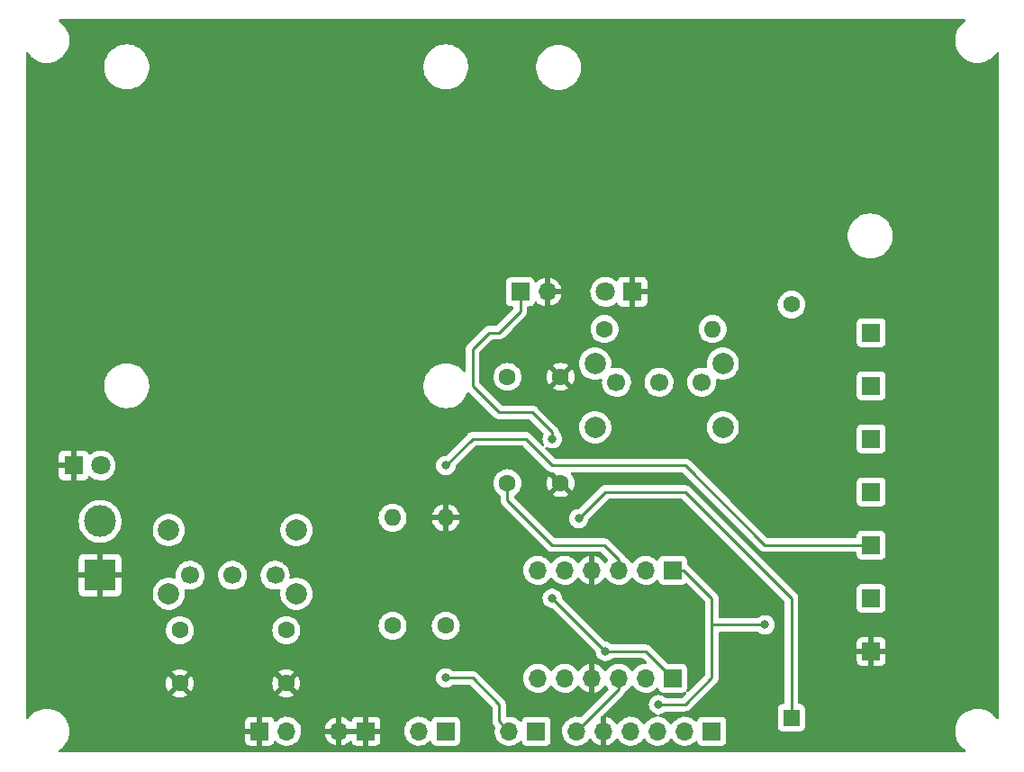
<source format=gbl>
%TF.GenerationSoftware,KiCad,Pcbnew,(6.0.7)*%
%TF.CreationDate,2025-03-19T21:33:16-07:00*%
%TF.ProjectId,PCB_v1,5043425f-7631-42e6-9b69-6361645f7063,rev?*%
%TF.SameCoordinates,Original*%
%TF.FileFunction,Copper,L2,Bot*%
%TF.FilePolarity,Positive*%
%FSLAX46Y46*%
G04 Gerber Fmt 4.6, Leading zero omitted, Abs format (unit mm)*
G04 Created by KiCad (PCBNEW (6.0.7)) date 2025-03-19 21:33:16*
%MOMM*%
%LPD*%
G01*
G04 APERTURE LIST*
%TA.AperFunction,ComponentPad*%
%ADD10R,1.574800X1.574800*%
%TD*%
%TA.AperFunction,ComponentPad*%
%ADD11C,1.574800*%
%TD*%
%TA.AperFunction,ComponentPad*%
%ADD12C,2.000000*%
%TD*%
%TA.AperFunction,ComponentPad*%
%ADD13C,1.700000*%
%TD*%
%TA.AperFunction,ComponentPad*%
%ADD14R,1.700000X1.700000*%
%TD*%
%TA.AperFunction,ComponentPad*%
%ADD15O,1.700000X1.700000*%
%TD*%
%TA.AperFunction,ComponentPad*%
%ADD16C,1.600000*%
%TD*%
%TA.AperFunction,ComponentPad*%
%ADD17O,1.600000X1.600000*%
%TD*%
%TA.AperFunction,ComponentPad*%
%ADD18R,1.800000X1.800000*%
%TD*%
%TA.AperFunction,ComponentPad*%
%ADD19C,1.800000*%
%TD*%
%TA.AperFunction,ComponentPad*%
%ADD20R,3.000000X3.000000*%
%TD*%
%TA.AperFunction,ComponentPad*%
%ADD21C,3.000000*%
%TD*%
%TA.AperFunction,ViaPad*%
%ADD22C,0.800000*%
%TD*%
%TA.AperFunction,Conductor*%
%ADD23C,0.250000*%
%TD*%
G04 APERTURE END LIST*
D10*
%TO.P,F1,1*%
%TO.N,Net-(F1-Pad1)*%
X117500000Y-106245200D03*
D11*
%TO.P,F1,2*%
%TO.N,Net-(F1-Pad2)*%
X117500000Y-67357800D03*
%TD*%
D12*
%TO.P,SW2,*%
%TO.N,*%
X99042500Y-78917500D03*
X111042500Y-78917500D03*
X99042500Y-72917500D03*
X111042500Y-72917500D03*
D13*
%TO.P,SW2,1,A*%
%TO.N,+3.3V*%
X101042500Y-74667500D03*
%TO.P,SW2,2,B*%
%TO.N,Net-(F1-Pad2)*%
X105042500Y-74667500D03*
%TO.P,SW2,3,C*%
%TO.N,unconnected-(SW2-Pad3)*%
X109042500Y-74667500D03*
%TD*%
D14*
%TO.P,J9,1,Pin_1*%
%TO.N,+3.3V*%
X110000000Y-107500000D03*
D15*
%TO.P,J9,2,Pin_2*%
%TO.N,/Thermistor*%
X107460000Y-107500000D03*
%TO.P,J9,3,Pin_3*%
%TO.N,/PUL_3.3*%
X104920000Y-107500000D03*
%TO.P,J9,4,Pin_4*%
%TO.N,/DIR_3.3*%
X102380000Y-107500000D03*
%TO.P,J9,5,Pin_5*%
%TO.N,GND*%
X99840000Y-107500000D03*
%TO.P,J9,6,Pin_6*%
%TO.N,+5V*%
X97300000Y-107500000D03*
%TD*%
D16*
%TO.P,C1,1*%
%TO.N,VCC*%
X70000000Y-98000000D03*
%TO.P,C1,2*%
%TO.N,GND*%
X70000000Y-103000000D03*
%TD*%
%TO.P,R3,1*%
%TO.N,/Thermistor*%
X85000000Y-97580000D03*
D17*
%TO.P,R3,2*%
%TO.N,GND*%
X85000000Y-87420000D03*
%TD*%
D14*
%TO.P,TP5,1,1*%
%TO.N,/PUL_3.3*%
X125000000Y-80000000D03*
%TD*%
D12*
%TO.P,SW1,*%
%TO.N,*%
X58957500Y-94582500D03*
X70957500Y-94582500D03*
X70957500Y-88582500D03*
X58957500Y-88582500D03*
D13*
%TO.P,SW1,1,A*%
%TO.N,VCC*%
X68957500Y-92832500D03*
%TO.P,SW1,2,B*%
%TO.N,Net-(J2-Pad2)*%
X64957500Y-92832500D03*
%TO.P,SW1,3,C*%
%TO.N,unconnected-(SW1-Pad3)*%
X60957500Y-92832500D03*
%TD*%
D18*
%TO.P,D1,1,K*%
%TO.N,GND*%
X50000000Y-82500000D03*
D19*
%TO.P,D1,2,A*%
%TO.N,Net-(D1-Pad2)*%
X52540000Y-82500000D03*
%TD*%
D16*
%TO.P,C2,2*%
%TO.N,GND*%
X95792500Y-74167500D03*
%TO.P,C2,1*%
%TO.N,+3.3V*%
X90792500Y-74167500D03*
%TD*%
D15*
%TO.P,J7,2,Pin_2*%
%TO.N,GND*%
X74960000Y-107500000D03*
D14*
%TO.P,J7,1,Pin_1*%
X77500000Y-107500000D03*
%TD*%
D15*
%TO.P,J8,2,Pin_2*%
%TO.N,/PUL_5*%
X82460000Y-107500000D03*
D14*
%TO.P,J8,1,Pin_1*%
%TO.N,/DIR_5*%
X85000000Y-107500000D03*
%TD*%
%TO.P,TP2,1,1*%
%TO.N,+3.3V*%
X125000000Y-95000000D03*
%TD*%
D17*
%TO.P,R2,2*%
%TO.N,Net-(D2-Pad2)*%
X110080000Y-69667500D03*
D16*
%TO.P,R2,1*%
%TO.N,+3.3V*%
X99920000Y-69667500D03*
%TD*%
D14*
%TO.P,J3,1,Pin_1*%
%TO.N,GND*%
X67500000Y-107500000D03*
D15*
%TO.P,J3,2,Pin_2*%
%TO.N,VCC*%
X70040000Y-107500000D03*
%TD*%
D16*
%TO.P,C3,1*%
%TO.N,VCC*%
X60000000Y-98000000D03*
%TO.P,C3,2*%
%TO.N,GND*%
X60000000Y-103000000D03*
%TD*%
D14*
%TO.P,J5,1,Pin_1*%
%TO.N,/DIR_3.3*%
X106325000Y-92365000D03*
D15*
%TO.P,J5,2,Pin_2*%
%TO.N,/PUL_3.3*%
X103785000Y-92365000D03*
%TO.P,J5,3,Pin_3*%
%TO.N,+3.3V*%
X101245000Y-92365000D03*
%TO.P,J5,4,Pin_4*%
%TO.N,GND*%
X98705000Y-92365000D03*
%TO.P,J5,5,Pin_5*%
%TO.N,unconnected-(J5-Pad5)*%
X96165000Y-92365000D03*
%TO.P,J5,6,Pin_6*%
%TO.N,unconnected-(J5-Pad6)*%
X93625000Y-92365000D03*
%TD*%
D14*
%TO.P,TP1,1,1*%
%TO.N,GND*%
X125000000Y-100000000D03*
%TD*%
D15*
%TO.P,J6,6,Pin_6*%
%TO.N,unconnected-(J6-Pad6)*%
X93625000Y-102525000D03*
%TO.P,J6,5,Pin_5*%
%TO.N,unconnected-(J6-Pad5)*%
X96165000Y-102525000D03*
%TO.P,J6,4,Pin_4*%
%TO.N,GND*%
X98705000Y-102525000D03*
%TO.P,J6,3,Pin_3*%
%TO.N,+5V*%
X101245000Y-102525000D03*
%TO.P,J6,2,Pin_2*%
%TO.N,/PUL_5*%
X103785000Y-102525000D03*
D14*
%TO.P,J6,1,Pin_1*%
%TO.N,/DIR_5*%
X106325000Y-102525000D03*
%TD*%
D15*
%TO.P,J4,2,Pin_2*%
%TO.N,/Thermistor*%
X90960000Y-107500000D03*
D14*
%TO.P,J4,1,Pin_1*%
%TO.N,+3.3V*%
X93500000Y-107500000D03*
%TD*%
D15*
%TO.P,J1,2,Pin_2*%
%TO.N,GND*%
X94540000Y-66167500D03*
D14*
%TO.P,J1,1,Pin_1*%
%TO.N,Net-(F1-Pad1)*%
X92000000Y-66167500D03*
%TD*%
%TO.P,TP3,1,1*%
%TO.N,VCC*%
X125000000Y-90000000D03*
%TD*%
%TO.P,TP7,1,1*%
%TO.N,/PUL_5*%
X125000000Y-70000000D03*
%TD*%
%TO.P,TP6,1,1*%
%TO.N,/DIR_5*%
X125000000Y-75000000D03*
%TD*%
D20*
%TO.P,J2,1,Pin_1*%
%TO.N,GND*%
X52500000Y-92832500D03*
D21*
%TO.P,J2,2,Pin_2*%
%TO.N,Net-(J2-Pad2)*%
X52500000Y-87752500D03*
%TD*%
D16*
%TO.P,C4,2*%
%TO.N,GND*%
X95792500Y-84167500D03*
%TO.P,C4,1*%
%TO.N,+3.3V*%
X90792500Y-84167500D03*
%TD*%
%TO.P,R1,1*%
%TO.N,VCC*%
X80000000Y-97580000D03*
D17*
%TO.P,R1,2*%
%TO.N,Net-(D1-Pad2)*%
X80000000Y-87420000D03*
%TD*%
D19*
%TO.P,D2,2,A*%
%TO.N,Net-(D2-Pad2)*%
X100000000Y-66167500D03*
D18*
%TO.P,D2,1,K*%
%TO.N,GND*%
X102540000Y-66167500D03*
%TD*%
D14*
%TO.P,TP4,1,1*%
%TO.N,/DIR_3.3*%
X125000000Y-85000000D03*
%TD*%
D22*
%TO.N,Net-(F1-Pad1)*%
X95000000Y-80000000D03*
%TO.N,/DIR_5*%
X95000000Y-95000000D03*
%TO.N,/DIR_3.3*%
X115000000Y-97500000D03*
X105000000Y-105000000D03*
%TO.N,/DIR_5*%
X100000000Y-100000000D03*
%TO.N,VCC*%
X85000000Y-82500000D03*
%TO.N,Net-(F1-Pad1)*%
X97500000Y-87500000D03*
%TO.N,/Thermistor*%
X85000000Y-102500000D03*
%TD*%
D23*
%TO.N,Net-(F1-Pad1)*%
X95000000Y-79363604D02*
X95000000Y-80000000D01*
X87500000Y-71583750D02*
X87500000Y-75000000D01*
X89083750Y-70000000D02*
X87500000Y-71583750D01*
X90000000Y-70000000D02*
X89083750Y-70000000D01*
X87500000Y-75000000D02*
X90000000Y-77500000D01*
X92000000Y-68000000D02*
X90000000Y-70000000D01*
X90000000Y-77500000D02*
X93136396Y-77500000D01*
X93136396Y-77500000D02*
X95000000Y-79363604D01*
X92000000Y-66167500D02*
X92000000Y-68000000D01*
%TO.N,+3.3V*%
X101245000Y-91365000D02*
X101245000Y-92365000D01*
X99880000Y-90000000D02*
X101245000Y-91365000D01*
X90792500Y-85792500D02*
X95000000Y-90000000D01*
X95000000Y-90000000D02*
X99880000Y-90000000D01*
X90792500Y-84167500D02*
X90792500Y-85792500D01*
%TO.N,VCC*%
X87500000Y-80000000D02*
X85000000Y-82500000D01*
X107500000Y-82500000D02*
X95000000Y-82500000D01*
X92500000Y-80000000D02*
X87500000Y-80000000D01*
X115000000Y-90000000D02*
X107500000Y-82500000D01*
X125000000Y-90000000D02*
X115000000Y-90000000D01*
X95000000Y-82500000D02*
X92500000Y-80000000D01*
%TO.N,/Thermistor*%
X90000000Y-105000000D02*
X90000000Y-106540000D01*
X90000000Y-106540000D02*
X90960000Y-107500000D01*
X87500000Y-102500000D02*
X90000000Y-105000000D01*
X85000000Y-102500000D02*
X87500000Y-102500000D01*
%TO.N,/DIR_5*%
X95000000Y-95000000D02*
X100000000Y-100000000D01*
%TO.N,/DIR_3.3*%
X110000000Y-97500000D02*
X115000000Y-97500000D01*
X110000000Y-97500000D02*
X110000000Y-95000000D01*
X110000000Y-102500000D02*
X110000000Y-97500000D01*
X110000000Y-95000000D02*
X107365000Y-92365000D01*
X105000000Y-105000000D02*
X107500000Y-105000000D01*
X107365000Y-92365000D02*
X106325000Y-92365000D01*
X107500000Y-105000000D02*
X110000000Y-102500000D01*
%TO.N,/DIR_5*%
X100000000Y-100000000D02*
X103800000Y-100000000D01*
X103800000Y-100000000D02*
X106325000Y-102525000D01*
%TO.N,+5V*%
X101245000Y-103555000D02*
X101245000Y-102525000D01*
X97300000Y-107500000D02*
X101245000Y-103555000D01*
%TO.N,Net-(F1-Pad1)*%
X117500000Y-95000000D02*
X117500000Y-106245200D01*
X100000000Y-85000000D02*
X107500000Y-85000000D01*
X97500000Y-87500000D02*
X100000000Y-85000000D01*
X107500000Y-85000000D02*
X117500000Y-95000000D01*
%TD*%
%TA.AperFunction,Conductor*%
%TO.N,GND*%
G36*
X133836350Y-40528502D02*
G01*
X133882843Y-40582158D01*
X133892947Y-40652432D01*
X133863453Y-40717012D01*
X133840680Y-40737587D01*
X133669977Y-40857559D01*
X133459378Y-41053260D01*
X133277287Y-41275732D01*
X133127073Y-41520858D01*
X133011517Y-41784102D01*
X133010342Y-41788229D01*
X133010341Y-41788230D01*
X133006699Y-41801016D01*
X132932756Y-42060594D01*
X132892249Y-42345216D01*
X132892227Y-42349505D01*
X132892226Y-42349512D01*
X132890765Y-42628417D01*
X132890743Y-42632703D01*
X132928268Y-42917734D01*
X132929401Y-42921874D01*
X132929401Y-42921876D01*
X132936035Y-42946127D01*
X133004129Y-43195036D01*
X133011267Y-43211770D01*
X133095425Y-43409074D01*
X133116923Y-43459476D01*
X133173052Y-43553260D01*
X133242616Y-43669493D01*
X133264561Y-43706161D01*
X133444313Y-43930528D01*
X133652851Y-44128423D01*
X133886317Y-44296186D01*
X133890112Y-44298195D01*
X133890113Y-44298196D01*
X133910713Y-44309103D01*
X134140392Y-44430712D01*
X134410373Y-44529511D01*
X134691264Y-44590755D01*
X134719841Y-44593004D01*
X134914282Y-44608307D01*
X134914291Y-44608307D01*
X134916739Y-44608500D01*
X135072271Y-44608500D01*
X135074407Y-44608354D01*
X135074418Y-44608354D01*
X135282548Y-44594165D01*
X135282554Y-44594164D01*
X135286825Y-44593873D01*
X135291020Y-44593004D01*
X135291022Y-44593004D01*
X135447524Y-44560594D01*
X135568342Y-44535574D01*
X135839343Y-44439607D01*
X136055133Y-44328230D01*
X136091005Y-44309715D01*
X136091006Y-44309715D01*
X136094812Y-44307750D01*
X136098313Y-44305289D01*
X136098317Y-44305287D01*
X136212417Y-44225096D01*
X136330023Y-44142441D01*
X136540622Y-43946740D01*
X136722713Y-43724268D01*
X136724948Y-43720621D01*
X136724960Y-43720604D01*
X136758068Y-43666576D01*
X136810715Y-43618945D01*
X136880757Y-43607338D01*
X136945954Y-43635441D01*
X136985608Y-43694332D01*
X136991500Y-43732411D01*
X136991500Y-106265800D01*
X136971498Y-106333921D01*
X136917842Y-106380414D01*
X136847568Y-106390518D01*
X136782988Y-106361024D01*
X136757384Y-106330507D01*
X136742519Y-106305668D01*
X136735439Y-106293839D01*
X136555687Y-106069472D01*
X136410577Y-105931768D01*
X136350258Y-105874527D01*
X136350255Y-105874525D01*
X136347149Y-105871577D01*
X136113683Y-105703814D01*
X136091843Y-105692250D01*
X136068654Y-105679972D01*
X135859608Y-105569288D01*
X135682681Y-105504542D01*
X135593658Y-105471964D01*
X135593656Y-105471963D01*
X135589627Y-105470489D01*
X135308736Y-105409245D01*
X135270922Y-105406269D01*
X135085718Y-105391693D01*
X135085709Y-105391693D01*
X135083261Y-105391500D01*
X134927729Y-105391500D01*
X134925593Y-105391646D01*
X134925582Y-105391646D01*
X134717452Y-105405835D01*
X134717446Y-105405836D01*
X134713175Y-105406127D01*
X134708980Y-105406996D01*
X134708978Y-105406996D01*
X134633552Y-105422616D01*
X134431658Y-105464426D01*
X134160657Y-105560393D01*
X133905188Y-105692250D01*
X133901687Y-105694711D01*
X133901683Y-105694713D01*
X133891594Y-105701804D01*
X133669977Y-105857559D01*
X133459378Y-106053260D01*
X133277287Y-106275732D01*
X133127073Y-106520858D01*
X133125347Y-106524791D01*
X133125346Y-106524792D01*
X133074822Y-106639889D01*
X133011517Y-106784102D01*
X133010342Y-106788229D01*
X133010341Y-106788230D01*
X132999824Y-106825150D01*
X132932756Y-107060594D01*
X132892249Y-107345216D01*
X132892227Y-107349505D01*
X132892226Y-107349512D01*
X132890765Y-107628417D01*
X132890743Y-107632703D01*
X132928268Y-107917734D01*
X133004129Y-108195036D01*
X133005813Y-108198984D01*
X133105382Y-108432418D01*
X133116923Y-108459476D01*
X133163637Y-108537529D01*
X133242616Y-108669493D01*
X133264561Y-108706161D01*
X133444313Y-108930528D01*
X133652851Y-109128423D01*
X133675787Y-109144904D01*
X133840382Y-109263178D01*
X133884030Y-109319172D01*
X133890476Y-109389876D01*
X133857673Y-109452840D01*
X133796037Y-109488074D01*
X133766856Y-109491500D01*
X48731771Y-109491500D01*
X48663650Y-109471498D01*
X48617157Y-109417842D01*
X48607053Y-109347568D01*
X48636547Y-109282988D01*
X48659320Y-109262413D01*
X48830023Y-109142441D01*
X49040622Y-108946740D01*
X49222713Y-108724268D01*
X49372927Y-108479142D01*
X49376927Y-108470031D01*
X49410008Y-108394669D01*
X66142001Y-108394669D01*
X66142371Y-108401490D01*
X66147895Y-108452352D01*
X66151521Y-108467604D01*
X66196676Y-108588054D01*
X66205214Y-108603649D01*
X66281715Y-108705724D01*
X66294276Y-108718285D01*
X66396351Y-108794786D01*
X66411946Y-108803324D01*
X66532394Y-108848478D01*
X66547649Y-108852105D01*
X66598514Y-108857631D01*
X66605328Y-108858000D01*
X67227885Y-108858000D01*
X67243124Y-108853525D01*
X67244329Y-108852135D01*
X67246000Y-108844452D01*
X67246000Y-108839884D01*
X67754000Y-108839884D01*
X67758475Y-108855123D01*
X67759865Y-108856328D01*
X67767548Y-108857999D01*
X68394669Y-108857999D01*
X68401490Y-108857629D01*
X68452352Y-108852105D01*
X68467604Y-108848479D01*
X68588054Y-108803324D01*
X68603649Y-108794786D01*
X68705724Y-108718285D01*
X68718285Y-108705724D01*
X68794786Y-108603649D01*
X68803324Y-108588054D01*
X68844225Y-108478952D01*
X68886867Y-108422188D01*
X68953428Y-108397488D01*
X69022777Y-108412696D01*
X69057444Y-108440684D01*
X69082865Y-108470031D01*
X69082869Y-108470035D01*
X69086250Y-108473938D01*
X69258126Y-108616632D01*
X69451000Y-108729338D01*
X69659692Y-108809030D01*
X69664760Y-108810061D01*
X69664763Y-108810062D01*
X69759862Y-108829410D01*
X69878597Y-108853567D01*
X69883772Y-108853757D01*
X69883774Y-108853757D01*
X70096673Y-108861564D01*
X70096677Y-108861564D01*
X70101837Y-108861753D01*
X70106957Y-108861097D01*
X70106959Y-108861097D01*
X70318288Y-108834025D01*
X70318289Y-108834025D01*
X70323416Y-108833368D01*
X70328366Y-108831883D01*
X70532429Y-108770661D01*
X70532434Y-108770659D01*
X70537384Y-108769174D01*
X70737994Y-108670896D01*
X70919860Y-108541173D01*
X71078096Y-108383489D01*
X71137594Y-108300689D01*
X71205435Y-108206277D01*
X71208453Y-108202077D01*
X71213979Y-108190897D01*
X71305136Y-108006453D01*
X71305137Y-108006451D01*
X71307430Y-108001811D01*
X71372370Y-107788069D01*
X71375017Y-107767966D01*
X73628257Y-107767966D01*
X73658565Y-107902446D01*
X73661645Y-107912275D01*
X73741770Y-108109603D01*
X73746413Y-108118794D01*
X73857694Y-108300388D01*
X73863777Y-108308699D01*
X74003213Y-108469667D01*
X74010580Y-108476883D01*
X74174434Y-108612916D01*
X74182881Y-108618831D01*
X74366756Y-108726279D01*
X74376042Y-108730729D01*
X74575001Y-108806703D01*
X74584899Y-108809579D01*
X74688250Y-108830606D01*
X74702299Y-108829410D01*
X74706000Y-108819065D01*
X74706000Y-108818517D01*
X75214000Y-108818517D01*
X75218064Y-108832359D01*
X75231478Y-108834393D01*
X75238184Y-108833534D01*
X75248262Y-108831392D01*
X75452255Y-108770191D01*
X75461842Y-108766433D01*
X75653095Y-108672739D01*
X75661945Y-108667464D01*
X75835328Y-108543792D01*
X75843200Y-108537139D01*
X75948286Y-108432418D01*
X76010657Y-108398501D01*
X76081464Y-108403689D01*
X76138226Y-108446335D01*
X76155208Y-108477439D01*
X76196675Y-108588052D01*
X76205214Y-108603649D01*
X76281715Y-108705724D01*
X76294276Y-108718285D01*
X76396351Y-108794786D01*
X76411946Y-108803324D01*
X76532394Y-108848478D01*
X76547649Y-108852105D01*
X76598514Y-108857631D01*
X76605328Y-108858000D01*
X77227885Y-108858000D01*
X77243124Y-108853525D01*
X77244329Y-108852135D01*
X77246000Y-108844452D01*
X77246000Y-108839884D01*
X77754000Y-108839884D01*
X77758475Y-108855123D01*
X77759865Y-108856328D01*
X77767548Y-108857999D01*
X78394669Y-108857999D01*
X78401490Y-108857629D01*
X78452352Y-108852105D01*
X78467604Y-108848479D01*
X78588054Y-108803324D01*
X78603649Y-108794786D01*
X78705724Y-108718285D01*
X78718285Y-108705724D01*
X78794786Y-108603649D01*
X78803324Y-108588054D01*
X78848478Y-108467606D01*
X78852105Y-108452351D01*
X78857631Y-108401486D01*
X78858000Y-108394672D01*
X78858000Y-107772115D01*
X78853525Y-107756876D01*
X78852135Y-107755671D01*
X78844452Y-107754000D01*
X77772115Y-107754000D01*
X77756876Y-107758475D01*
X77755671Y-107759865D01*
X77754000Y-107767548D01*
X77754000Y-108839884D01*
X77246000Y-108839884D01*
X77246000Y-107772115D01*
X77241525Y-107756876D01*
X77240135Y-107755671D01*
X77232452Y-107754000D01*
X75232115Y-107754000D01*
X75216876Y-107758475D01*
X75215671Y-107759865D01*
X75214000Y-107767548D01*
X75214000Y-108818517D01*
X74706000Y-108818517D01*
X74706000Y-107772115D01*
X74701525Y-107756876D01*
X74700135Y-107755671D01*
X74692452Y-107754000D01*
X73643225Y-107754000D01*
X73629694Y-107757973D01*
X73628257Y-107767966D01*
X71375017Y-107767966D01*
X71401529Y-107566590D01*
X71403156Y-107500000D01*
X71400418Y-107466695D01*
X81097251Y-107466695D01*
X81097548Y-107471848D01*
X81097548Y-107471851D01*
X81103011Y-107566590D01*
X81110110Y-107689715D01*
X81111247Y-107694761D01*
X81111248Y-107694767D01*
X81125493Y-107757973D01*
X81159222Y-107907639D01*
X81243266Y-108114616D01*
X81280685Y-108175678D01*
X81357291Y-108300688D01*
X81359987Y-108305088D01*
X81506250Y-108473938D01*
X81678126Y-108616632D01*
X81871000Y-108729338D01*
X82079692Y-108809030D01*
X82084760Y-108810061D01*
X82084763Y-108810062D01*
X82179862Y-108829410D01*
X82298597Y-108853567D01*
X82303772Y-108853757D01*
X82303774Y-108853757D01*
X82516673Y-108861564D01*
X82516677Y-108861564D01*
X82521837Y-108861753D01*
X82526957Y-108861097D01*
X82526959Y-108861097D01*
X82738288Y-108834025D01*
X82738289Y-108834025D01*
X82743416Y-108833368D01*
X82748366Y-108831883D01*
X82952429Y-108770661D01*
X82952434Y-108770659D01*
X82957384Y-108769174D01*
X83157994Y-108670896D01*
X83339860Y-108541173D01*
X83448091Y-108433319D01*
X83510462Y-108399404D01*
X83581268Y-108404592D01*
X83638030Y-108447238D01*
X83655012Y-108478341D01*
X83677055Y-108537139D01*
X83699385Y-108596705D01*
X83786739Y-108713261D01*
X83903295Y-108800615D01*
X84039684Y-108851745D01*
X84101866Y-108858500D01*
X85898134Y-108858500D01*
X85960316Y-108851745D01*
X86096705Y-108800615D01*
X86213261Y-108713261D01*
X86300615Y-108596705D01*
X86351745Y-108460316D01*
X86358500Y-108398134D01*
X86358500Y-106601866D01*
X86351745Y-106539684D01*
X86300615Y-106403295D01*
X86213261Y-106286739D01*
X86096705Y-106199385D01*
X85960316Y-106148255D01*
X85898134Y-106141500D01*
X84101866Y-106141500D01*
X84039684Y-106148255D01*
X83903295Y-106199385D01*
X83786739Y-106286739D01*
X83699385Y-106403295D01*
X83696233Y-106411703D01*
X83654919Y-106521907D01*
X83612277Y-106578671D01*
X83545716Y-106603371D01*
X83476367Y-106588163D01*
X83443743Y-106562476D01*
X83393151Y-106506875D01*
X83393142Y-106506866D01*
X83389670Y-106503051D01*
X83385619Y-106499852D01*
X83385615Y-106499848D01*
X83218414Y-106367800D01*
X83218410Y-106367798D01*
X83214359Y-106364598D01*
X83178028Y-106344542D01*
X83107607Y-106305668D01*
X83018789Y-106256638D01*
X83013920Y-106254914D01*
X83013916Y-106254912D01*
X82813087Y-106183795D01*
X82813083Y-106183794D01*
X82808212Y-106182069D01*
X82803119Y-106181162D01*
X82803116Y-106181161D01*
X82593373Y-106143800D01*
X82593367Y-106143799D01*
X82588284Y-106142894D01*
X82514452Y-106141992D01*
X82370081Y-106140228D01*
X82370079Y-106140228D01*
X82364911Y-106140165D01*
X82144091Y-106173955D01*
X81931756Y-106243357D01*
X81885207Y-106267589D01*
X81764343Y-106330507D01*
X81733607Y-106346507D01*
X81729474Y-106349610D01*
X81729471Y-106349612D01*
X81646450Y-106411946D01*
X81554965Y-106480635D01*
X81529541Y-106507240D01*
X81451309Y-106589105D01*
X81400629Y-106642138D01*
X81397720Y-106646403D01*
X81397714Y-106646411D01*
X81312556Y-106771249D01*
X81274743Y-106826680D01*
X81259003Y-106860590D01*
X81191832Y-107005298D01*
X81180688Y-107029305D01*
X81120989Y-107244570D01*
X81097251Y-107466695D01*
X71400418Y-107466695D01*
X71384852Y-107277361D01*
X71374006Y-107234183D01*
X73624389Y-107234183D01*
X73625912Y-107242607D01*
X73638292Y-107246000D01*
X74687885Y-107246000D01*
X74703124Y-107241525D01*
X74704329Y-107240135D01*
X74706000Y-107232452D01*
X74706000Y-107227885D01*
X75214000Y-107227885D01*
X75218475Y-107243124D01*
X75219865Y-107244329D01*
X75227548Y-107246000D01*
X77227885Y-107246000D01*
X77243124Y-107241525D01*
X77244329Y-107240135D01*
X77246000Y-107232452D01*
X77246000Y-107227885D01*
X77754000Y-107227885D01*
X77758475Y-107243124D01*
X77759865Y-107244329D01*
X77767548Y-107246000D01*
X78839884Y-107246000D01*
X78855123Y-107241525D01*
X78856328Y-107240135D01*
X78857999Y-107232452D01*
X78857999Y-106605331D01*
X78857629Y-106598510D01*
X78852105Y-106547648D01*
X78848479Y-106532396D01*
X78803324Y-106411946D01*
X78794786Y-106396351D01*
X78718285Y-106294276D01*
X78705724Y-106281715D01*
X78603649Y-106205214D01*
X78588054Y-106196676D01*
X78467606Y-106151522D01*
X78452351Y-106147895D01*
X78401486Y-106142369D01*
X78394672Y-106142000D01*
X77772115Y-106142000D01*
X77756876Y-106146475D01*
X77755671Y-106147865D01*
X77754000Y-106155548D01*
X77754000Y-107227885D01*
X77246000Y-107227885D01*
X77246000Y-106160116D01*
X77241525Y-106144877D01*
X77240135Y-106143672D01*
X77232452Y-106142001D01*
X76605331Y-106142001D01*
X76598510Y-106142371D01*
X76547648Y-106147895D01*
X76532396Y-106151521D01*
X76411946Y-106196676D01*
X76396351Y-106205214D01*
X76294276Y-106281715D01*
X76281715Y-106294276D01*
X76205214Y-106396351D01*
X76196676Y-106411946D01*
X76155100Y-106522849D01*
X76112458Y-106579613D01*
X76045897Y-106604313D01*
X75976548Y-106589105D01*
X75943925Y-106563419D01*
X75892806Y-106507240D01*
X75885273Y-106500215D01*
X75718139Y-106368222D01*
X75709552Y-106362517D01*
X75523117Y-106259599D01*
X75513705Y-106255369D01*
X75312959Y-106184280D01*
X75302988Y-106181646D01*
X75231837Y-106168972D01*
X75218540Y-106170432D01*
X75214000Y-106184989D01*
X75214000Y-107227885D01*
X74706000Y-107227885D01*
X74706000Y-106183102D01*
X74702082Y-106169758D01*
X74687806Y-106167771D01*
X74649324Y-106173660D01*
X74639288Y-106176051D01*
X74436868Y-106242212D01*
X74427359Y-106246209D01*
X74238463Y-106344542D01*
X74229738Y-106350036D01*
X74059433Y-106477905D01*
X74051726Y-106484748D01*
X73904590Y-106638717D01*
X73898104Y-106646727D01*
X73778098Y-106822649D01*
X73773000Y-106831623D01*
X73683338Y-107024783D01*
X73679775Y-107034470D01*
X73624389Y-107234183D01*
X71374006Y-107234183D01*
X71330431Y-107060702D01*
X71241354Y-106855840D01*
X71144528Y-106706170D01*
X71122822Y-106672617D01*
X71122820Y-106672614D01*
X71120014Y-106668277D01*
X70969670Y-106503051D01*
X70965619Y-106499852D01*
X70965615Y-106499848D01*
X70798414Y-106367800D01*
X70798410Y-106367798D01*
X70794359Y-106364598D01*
X70758028Y-106344542D01*
X70687607Y-106305668D01*
X70598789Y-106256638D01*
X70593920Y-106254914D01*
X70593916Y-106254912D01*
X70393087Y-106183795D01*
X70393083Y-106183794D01*
X70388212Y-106182069D01*
X70383119Y-106181162D01*
X70383116Y-106181161D01*
X70173373Y-106143800D01*
X70173367Y-106143799D01*
X70168284Y-106142894D01*
X70094452Y-106141992D01*
X69950081Y-106140228D01*
X69950079Y-106140228D01*
X69944911Y-106140165D01*
X69724091Y-106173955D01*
X69511756Y-106243357D01*
X69465207Y-106267589D01*
X69344343Y-106330507D01*
X69313607Y-106346507D01*
X69309474Y-106349610D01*
X69309471Y-106349612D01*
X69226450Y-106411946D01*
X69134965Y-106480635D01*
X69131393Y-106484373D01*
X69053898Y-106565466D01*
X68992374Y-106600895D01*
X68921462Y-106597438D01*
X68863676Y-106556192D01*
X68844823Y-106522644D01*
X68803324Y-106411946D01*
X68794786Y-106396351D01*
X68718285Y-106294276D01*
X68705724Y-106281715D01*
X68603649Y-106205214D01*
X68588054Y-106196676D01*
X68467606Y-106151522D01*
X68452351Y-106147895D01*
X68401486Y-106142369D01*
X68394672Y-106142000D01*
X67772115Y-106142000D01*
X67756876Y-106146475D01*
X67755671Y-106147865D01*
X67754000Y-106155548D01*
X67754000Y-108839884D01*
X67246000Y-108839884D01*
X67246000Y-107772115D01*
X67241525Y-107756876D01*
X67240135Y-107755671D01*
X67232452Y-107754000D01*
X66160116Y-107754000D01*
X66144877Y-107758475D01*
X66143672Y-107759865D01*
X66142001Y-107767548D01*
X66142001Y-108394669D01*
X49410008Y-108394669D01*
X49486757Y-108219830D01*
X49488483Y-108215898D01*
X49491507Y-108205284D01*
X49566068Y-107943534D01*
X49567244Y-107939406D01*
X49607751Y-107654784D01*
X49607845Y-107636951D01*
X49609235Y-107371583D01*
X49609235Y-107371576D01*
X49609257Y-107367297D01*
X49590903Y-107227885D01*
X66142000Y-107227885D01*
X66146475Y-107243124D01*
X66147865Y-107244329D01*
X66155548Y-107246000D01*
X67227885Y-107246000D01*
X67243124Y-107241525D01*
X67244329Y-107240135D01*
X67246000Y-107232452D01*
X67246000Y-106160116D01*
X67241525Y-106144877D01*
X67240135Y-106143672D01*
X67232452Y-106142001D01*
X66605331Y-106142001D01*
X66598510Y-106142371D01*
X66547648Y-106147895D01*
X66532396Y-106151521D01*
X66411946Y-106196676D01*
X66396351Y-106205214D01*
X66294276Y-106281715D01*
X66281715Y-106294276D01*
X66205214Y-106396351D01*
X66196676Y-106411946D01*
X66151522Y-106532394D01*
X66147895Y-106547649D01*
X66142369Y-106598514D01*
X66142000Y-106605328D01*
X66142000Y-107227885D01*
X49590903Y-107227885D01*
X49571732Y-107082266D01*
X49556007Y-107024783D01*
X49520039Y-106893307D01*
X49495871Y-106804964D01*
X49468124Y-106739912D01*
X49384763Y-106544476D01*
X49384761Y-106544472D01*
X49383077Y-106540524D01*
X49279704Y-106367800D01*
X49237643Y-106297521D01*
X49237639Y-106297515D01*
X49235439Y-106293839D01*
X49055687Y-106069472D01*
X48910577Y-105931768D01*
X48850258Y-105874527D01*
X48850255Y-105874525D01*
X48847149Y-105871577D01*
X48613683Y-105703814D01*
X48591843Y-105692250D01*
X48568654Y-105679972D01*
X48359608Y-105569288D01*
X48182681Y-105504542D01*
X48093658Y-105471964D01*
X48093656Y-105471963D01*
X48089627Y-105470489D01*
X47808736Y-105409245D01*
X47770922Y-105406269D01*
X47585718Y-105391693D01*
X47585709Y-105391693D01*
X47583261Y-105391500D01*
X47427729Y-105391500D01*
X47425593Y-105391646D01*
X47425582Y-105391646D01*
X47217452Y-105405835D01*
X47217446Y-105405836D01*
X47213175Y-105406127D01*
X47208980Y-105406996D01*
X47208978Y-105406996D01*
X47133552Y-105422616D01*
X46931658Y-105464426D01*
X46660657Y-105560393D01*
X46405188Y-105692250D01*
X46401687Y-105694711D01*
X46401683Y-105694713D01*
X46391594Y-105701804D01*
X46169977Y-105857559D01*
X45959378Y-106053260D01*
X45777287Y-106275732D01*
X45775052Y-106279379D01*
X45775040Y-106279396D01*
X45741932Y-106333424D01*
X45689285Y-106381055D01*
X45619243Y-106392662D01*
X45554046Y-106364559D01*
X45514392Y-106305668D01*
X45508500Y-106267589D01*
X45508500Y-104086062D01*
X59278493Y-104086062D01*
X59287789Y-104098077D01*
X59338994Y-104133931D01*
X59348489Y-104139414D01*
X59545947Y-104231490D01*
X59556239Y-104235236D01*
X59766688Y-104291625D01*
X59777481Y-104293528D01*
X59994525Y-104312517D01*
X60005475Y-104312517D01*
X60222519Y-104293528D01*
X60233312Y-104291625D01*
X60443761Y-104235236D01*
X60454053Y-104231490D01*
X60651511Y-104139414D01*
X60661006Y-104133931D01*
X60713048Y-104097491D01*
X60721424Y-104087012D01*
X60720925Y-104086062D01*
X69278493Y-104086062D01*
X69287789Y-104098077D01*
X69338994Y-104133931D01*
X69348489Y-104139414D01*
X69545947Y-104231490D01*
X69556239Y-104235236D01*
X69766688Y-104291625D01*
X69777481Y-104293528D01*
X69994525Y-104312517D01*
X70005475Y-104312517D01*
X70222519Y-104293528D01*
X70233312Y-104291625D01*
X70443761Y-104235236D01*
X70454053Y-104231490D01*
X70651511Y-104139414D01*
X70661006Y-104133931D01*
X70713048Y-104097491D01*
X70721424Y-104087012D01*
X70714356Y-104073566D01*
X70012812Y-103372022D01*
X69998868Y-103364408D01*
X69997035Y-103364539D01*
X69990420Y-103368790D01*
X69284923Y-104074287D01*
X69278493Y-104086062D01*
X60720925Y-104086062D01*
X60714356Y-104073566D01*
X60012812Y-103372022D01*
X59998868Y-103364408D01*
X59997035Y-103364539D01*
X59990420Y-103368790D01*
X59284923Y-104074287D01*
X59278493Y-104086062D01*
X45508500Y-104086062D01*
X45508500Y-103005475D01*
X58687483Y-103005475D01*
X58706472Y-103222519D01*
X58708375Y-103233312D01*
X58764764Y-103443761D01*
X58768510Y-103454053D01*
X58860586Y-103651511D01*
X58866069Y-103661006D01*
X58902509Y-103713048D01*
X58912988Y-103721424D01*
X58926434Y-103714356D01*
X59627978Y-103012812D01*
X59634356Y-103001132D01*
X60364408Y-103001132D01*
X60364539Y-103002965D01*
X60368790Y-103009580D01*
X61074287Y-103715077D01*
X61086062Y-103721507D01*
X61098077Y-103712211D01*
X61133931Y-103661006D01*
X61139414Y-103651511D01*
X61231490Y-103454053D01*
X61235236Y-103443761D01*
X61291625Y-103233312D01*
X61293528Y-103222519D01*
X61312517Y-103005475D01*
X68687483Y-103005475D01*
X68706472Y-103222519D01*
X68708375Y-103233312D01*
X68764764Y-103443761D01*
X68768510Y-103454053D01*
X68860586Y-103651511D01*
X68866069Y-103661006D01*
X68902509Y-103713048D01*
X68912988Y-103721424D01*
X68926434Y-103714356D01*
X69627978Y-103012812D01*
X69634356Y-103001132D01*
X70364408Y-103001132D01*
X70364539Y-103002965D01*
X70368790Y-103009580D01*
X71074287Y-103715077D01*
X71086062Y-103721507D01*
X71098077Y-103712211D01*
X71133931Y-103661006D01*
X71139414Y-103651511D01*
X71231490Y-103454053D01*
X71235236Y-103443761D01*
X71291625Y-103233312D01*
X71293528Y-103222519D01*
X71312517Y-103005475D01*
X71312517Y-102994525D01*
X71293528Y-102777481D01*
X71291625Y-102766688D01*
X71235236Y-102556239D01*
X71231490Y-102545947D01*
X71210065Y-102500000D01*
X84086496Y-102500000D01*
X84087186Y-102506565D01*
X84105220Y-102678145D01*
X84106458Y-102689928D01*
X84165473Y-102871556D01*
X84260960Y-103036944D01*
X84265378Y-103041851D01*
X84265379Y-103041852D01*
X84384325Y-103173955D01*
X84388747Y-103178866D01*
X84543248Y-103291118D01*
X84549276Y-103293802D01*
X84549278Y-103293803D01*
X84708155Y-103364539D01*
X84717712Y-103368794D01*
X84811113Y-103388647D01*
X84898056Y-103407128D01*
X84898061Y-103407128D01*
X84904513Y-103408500D01*
X85095487Y-103408500D01*
X85101939Y-103407128D01*
X85101944Y-103407128D01*
X85188888Y-103388647D01*
X85282288Y-103368794D01*
X85291845Y-103364539D01*
X85450722Y-103293803D01*
X85450724Y-103293802D01*
X85456752Y-103291118D01*
X85543723Y-103227930D01*
X85603688Y-103184362D01*
X85611253Y-103178866D01*
X85615668Y-103173963D01*
X85620580Y-103169540D01*
X85621705Y-103170789D01*
X85675014Y-103137949D01*
X85708200Y-103133500D01*
X87185406Y-103133500D01*
X87253527Y-103153502D01*
X87274501Y-103170405D01*
X89329595Y-105225500D01*
X89363621Y-105287812D01*
X89366500Y-105314595D01*
X89366500Y-106461233D01*
X89365973Y-106472416D01*
X89364298Y-106479909D01*
X89364547Y-106487835D01*
X89364547Y-106487836D01*
X89366438Y-106547986D01*
X89366500Y-106551945D01*
X89366500Y-106579856D01*
X89366996Y-106583783D01*
X89367005Y-106583856D01*
X89367938Y-106595693D01*
X89369327Y-106639889D01*
X89374978Y-106659339D01*
X89378987Y-106678700D01*
X89381526Y-106698797D01*
X89384445Y-106706168D01*
X89384445Y-106706170D01*
X89397804Y-106739912D01*
X89401649Y-106751142D01*
X89413982Y-106793593D01*
X89418015Y-106800412D01*
X89418017Y-106800417D01*
X89424293Y-106811028D01*
X89432988Y-106828776D01*
X89440448Y-106847617D01*
X89445110Y-106854033D01*
X89445110Y-106854034D01*
X89466436Y-106883387D01*
X89472952Y-106893307D01*
X89495458Y-106931362D01*
X89509779Y-106945683D01*
X89522619Y-106960716D01*
X89534528Y-106977107D01*
X89540634Y-106982158D01*
X89568605Y-107005298D01*
X89577384Y-107013288D01*
X89609778Y-107045682D01*
X89643804Y-107107994D01*
X89642100Y-107168448D01*
X89620989Y-107244570D01*
X89620441Y-107249700D01*
X89620440Y-107249704D01*
X89617277Y-107279305D01*
X89597251Y-107466695D01*
X89597548Y-107471848D01*
X89597548Y-107471851D01*
X89603011Y-107566590D01*
X89610110Y-107689715D01*
X89611247Y-107694761D01*
X89611248Y-107694767D01*
X89625493Y-107757973D01*
X89659222Y-107907639D01*
X89743266Y-108114616D01*
X89780685Y-108175678D01*
X89857291Y-108300688D01*
X89859987Y-108305088D01*
X90006250Y-108473938D01*
X90178126Y-108616632D01*
X90371000Y-108729338D01*
X90579692Y-108809030D01*
X90584760Y-108810061D01*
X90584763Y-108810062D01*
X90679862Y-108829410D01*
X90798597Y-108853567D01*
X90803772Y-108853757D01*
X90803774Y-108853757D01*
X91016673Y-108861564D01*
X91016677Y-108861564D01*
X91021837Y-108861753D01*
X91026957Y-108861097D01*
X91026959Y-108861097D01*
X91238288Y-108834025D01*
X91238289Y-108834025D01*
X91243416Y-108833368D01*
X91248366Y-108831883D01*
X91452429Y-108770661D01*
X91452434Y-108770659D01*
X91457384Y-108769174D01*
X91657994Y-108670896D01*
X91839860Y-108541173D01*
X91948091Y-108433319D01*
X92010462Y-108399404D01*
X92081268Y-108404592D01*
X92138030Y-108447238D01*
X92155012Y-108478341D01*
X92177055Y-108537139D01*
X92199385Y-108596705D01*
X92286739Y-108713261D01*
X92403295Y-108800615D01*
X92539684Y-108851745D01*
X92601866Y-108858500D01*
X94398134Y-108858500D01*
X94460316Y-108851745D01*
X94596705Y-108800615D01*
X94713261Y-108713261D01*
X94800615Y-108596705D01*
X94851745Y-108460316D01*
X94858500Y-108398134D01*
X94858500Y-106601866D01*
X94851745Y-106539684D01*
X94800615Y-106403295D01*
X94713261Y-106286739D01*
X94596705Y-106199385D01*
X94460316Y-106148255D01*
X94398134Y-106141500D01*
X92601866Y-106141500D01*
X92539684Y-106148255D01*
X92403295Y-106199385D01*
X92286739Y-106286739D01*
X92199385Y-106403295D01*
X92196233Y-106411703D01*
X92154919Y-106521907D01*
X92112277Y-106578671D01*
X92045716Y-106603371D01*
X91976367Y-106588163D01*
X91943743Y-106562476D01*
X91893151Y-106506875D01*
X91893142Y-106506866D01*
X91889670Y-106503051D01*
X91885619Y-106499852D01*
X91885615Y-106499848D01*
X91718414Y-106367800D01*
X91718410Y-106367798D01*
X91714359Y-106364598D01*
X91678028Y-106344542D01*
X91607607Y-106305668D01*
X91518789Y-106256638D01*
X91513920Y-106254914D01*
X91513916Y-106254912D01*
X91313087Y-106183795D01*
X91313083Y-106183794D01*
X91308212Y-106182069D01*
X91303119Y-106181162D01*
X91303116Y-106181161D01*
X91093373Y-106143800D01*
X91093367Y-106143799D01*
X91088284Y-106142894D01*
X91014452Y-106141992D01*
X90870081Y-106140228D01*
X90870079Y-106140228D01*
X90864911Y-106140165D01*
X90778558Y-106153379D01*
X90708197Y-106143911D01*
X90654123Y-106097906D01*
X90633500Y-106028829D01*
X90633500Y-105078767D01*
X90634027Y-105067584D01*
X90635702Y-105060091D01*
X90633562Y-104992000D01*
X90633500Y-104988043D01*
X90633500Y-104960144D01*
X90632996Y-104956153D01*
X90632063Y-104944311D01*
X90630923Y-104908036D01*
X90630674Y-104900111D01*
X90628462Y-104892497D01*
X90628461Y-104892492D01*
X90625023Y-104880659D01*
X90621012Y-104861295D01*
X90619467Y-104849064D01*
X90618474Y-104841203D01*
X90615557Y-104833836D01*
X90615556Y-104833831D01*
X90602198Y-104800092D01*
X90598354Y-104788865D01*
X90588230Y-104754022D01*
X90586018Y-104746407D01*
X90575707Y-104728972D01*
X90567012Y-104711224D01*
X90559552Y-104692383D01*
X90533564Y-104656613D01*
X90527048Y-104646693D01*
X90508580Y-104615465D01*
X90508578Y-104615462D01*
X90504542Y-104608638D01*
X90490221Y-104594317D01*
X90477380Y-104579283D01*
X90470131Y-104569306D01*
X90465472Y-104562893D01*
X90431395Y-104534702D01*
X90422616Y-104526712D01*
X88387600Y-102491695D01*
X92262251Y-102491695D01*
X92262548Y-102496848D01*
X92262548Y-102496851D01*
X92270540Y-102635461D01*
X92275110Y-102714715D01*
X92276247Y-102719761D01*
X92276248Y-102719767D01*
X92297275Y-102813069D01*
X92324222Y-102932639D01*
X92385673Y-103083976D01*
X92405783Y-103133500D01*
X92408266Y-103139616D01*
X92445685Y-103200678D01*
X92522291Y-103325688D01*
X92524987Y-103330088D01*
X92671250Y-103498938D01*
X92843126Y-103641632D01*
X93036000Y-103754338D01*
X93244692Y-103834030D01*
X93249760Y-103835061D01*
X93249763Y-103835062D01*
X93344862Y-103854410D01*
X93463597Y-103878567D01*
X93468772Y-103878757D01*
X93468774Y-103878757D01*
X93681673Y-103886564D01*
X93681677Y-103886564D01*
X93686837Y-103886753D01*
X93691957Y-103886097D01*
X93691959Y-103886097D01*
X93903288Y-103859025D01*
X93903289Y-103859025D01*
X93908416Y-103858368D01*
X93913366Y-103856883D01*
X94117429Y-103795661D01*
X94117434Y-103795659D01*
X94122384Y-103794174D01*
X94322994Y-103695896D01*
X94504860Y-103566173D01*
X94520480Y-103550608D01*
X94600045Y-103471320D01*
X94663096Y-103408489D01*
X94691623Y-103368790D01*
X94793453Y-103227077D01*
X94794776Y-103228028D01*
X94841645Y-103184857D01*
X94911580Y-103172625D01*
X94977026Y-103200144D01*
X95004875Y-103231994D01*
X95064987Y-103330088D01*
X95211250Y-103498938D01*
X95383126Y-103641632D01*
X95576000Y-103754338D01*
X95784692Y-103834030D01*
X95789760Y-103835061D01*
X95789763Y-103835062D01*
X95884862Y-103854410D01*
X96003597Y-103878567D01*
X96008772Y-103878757D01*
X96008774Y-103878757D01*
X96221673Y-103886564D01*
X96221677Y-103886564D01*
X96226837Y-103886753D01*
X96231957Y-103886097D01*
X96231959Y-103886097D01*
X96443288Y-103859025D01*
X96443289Y-103859025D01*
X96448416Y-103858368D01*
X96453366Y-103856883D01*
X96657429Y-103795661D01*
X96657434Y-103795659D01*
X96662384Y-103794174D01*
X96862994Y-103695896D01*
X97044860Y-103566173D01*
X97060480Y-103550608D01*
X97140045Y-103471320D01*
X97203096Y-103408489D01*
X97231623Y-103368790D01*
X97333453Y-103227077D01*
X97334640Y-103227930D01*
X97381960Y-103184362D01*
X97451897Y-103172145D01*
X97517338Y-103199678D01*
X97545166Y-103231511D01*
X97602694Y-103325388D01*
X97608777Y-103333699D01*
X97748213Y-103494667D01*
X97755580Y-103501883D01*
X97919434Y-103637916D01*
X97927881Y-103643831D01*
X98111756Y-103751279D01*
X98121042Y-103755729D01*
X98320001Y-103831703D01*
X98329899Y-103834579D01*
X98433250Y-103855606D01*
X98447299Y-103854410D01*
X98451000Y-103844065D01*
X98451000Y-101208102D01*
X98447082Y-101194758D01*
X98432806Y-101192771D01*
X98394324Y-101198660D01*
X98384288Y-101201051D01*
X98181868Y-101267212D01*
X98172359Y-101271209D01*
X97983463Y-101369542D01*
X97974738Y-101375036D01*
X97804433Y-101502905D01*
X97796726Y-101509748D01*
X97649590Y-101663717D01*
X97643109Y-101671722D01*
X97538498Y-101825074D01*
X97483587Y-101870076D01*
X97413062Y-101878247D01*
X97349315Y-101846993D01*
X97328618Y-101822509D01*
X97247822Y-101697617D01*
X97247820Y-101697614D01*
X97245014Y-101693277D01*
X97094670Y-101528051D01*
X97090619Y-101524852D01*
X97090615Y-101524848D01*
X96923414Y-101392800D01*
X96923410Y-101392798D01*
X96919359Y-101389598D01*
X96883028Y-101369542D01*
X96829302Y-101339884D01*
X96723789Y-101281638D01*
X96718920Y-101279914D01*
X96718916Y-101279912D01*
X96518087Y-101208795D01*
X96518083Y-101208794D01*
X96513212Y-101207069D01*
X96508119Y-101206162D01*
X96508116Y-101206161D01*
X96298373Y-101168800D01*
X96298367Y-101168799D01*
X96293284Y-101167894D01*
X96219452Y-101166992D01*
X96075081Y-101165228D01*
X96075079Y-101165228D01*
X96069911Y-101165165D01*
X95849091Y-101198955D01*
X95636756Y-101268357D01*
X95585986Y-101294786D01*
X95464554Y-101358000D01*
X95438607Y-101371507D01*
X95434474Y-101374610D01*
X95434471Y-101374612D01*
X95264100Y-101502530D01*
X95259965Y-101505635D01*
X95256393Y-101509373D01*
X95137401Y-101633891D01*
X95105629Y-101667138D01*
X94998201Y-101824621D01*
X94943293Y-101869621D01*
X94872768Y-101877792D01*
X94809021Y-101846538D01*
X94788324Y-101822054D01*
X94707822Y-101697617D01*
X94707820Y-101697614D01*
X94705014Y-101693277D01*
X94554670Y-101528051D01*
X94550619Y-101524852D01*
X94550615Y-101524848D01*
X94383414Y-101392800D01*
X94383410Y-101392798D01*
X94379359Y-101389598D01*
X94343028Y-101369542D01*
X94289302Y-101339884D01*
X94183789Y-101281638D01*
X94178920Y-101279914D01*
X94178916Y-101279912D01*
X93978087Y-101208795D01*
X93978083Y-101208794D01*
X93973212Y-101207069D01*
X93968119Y-101206162D01*
X93968116Y-101206161D01*
X93758373Y-101168800D01*
X93758367Y-101168799D01*
X93753284Y-101167894D01*
X93679452Y-101166992D01*
X93535081Y-101165228D01*
X93535079Y-101165228D01*
X93529911Y-101165165D01*
X93309091Y-101198955D01*
X93096756Y-101268357D01*
X93045986Y-101294786D01*
X92924554Y-101358000D01*
X92898607Y-101371507D01*
X92894474Y-101374610D01*
X92894471Y-101374612D01*
X92724100Y-101502530D01*
X92719965Y-101505635D01*
X92716393Y-101509373D01*
X92597401Y-101633891D01*
X92565629Y-101667138D01*
X92562720Y-101671403D01*
X92562714Y-101671411D01*
X92550404Y-101689457D01*
X92439743Y-101851680D01*
X92395387Y-101947238D01*
X92350000Y-102045016D01*
X92345688Y-102054305D01*
X92285989Y-102269570D01*
X92262251Y-102491695D01*
X88387600Y-102491695D01*
X88003652Y-102107747D01*
X87996112Y-102099461D01*
X87992000Y-102092982D01*
X87942348Y-102046356D01*
X87939507Y-102043602D01*
X87919770Y-102023865D01*
X87916573Y-102021385D01*
X87907551Y-102013680D01*
X87881100Y-101988841D01*
X87875321Y-101983414D01*
X87868375Y-101979595D01*
X87868372Y-101979593D01*
X87857566Y-101973652D01*
X87841047Y-101962801D01*
X87835048Y-101958148D01*
X87825041Y-101950386D01*
X87817772Y-101947241D01*
X87817768Y-101947238D01*
X87784463Y-101932826D01*
X87773813Y-101927609D01*
X87735060Y-101906305D01*
X87715437Y-101901267D01*
X87696734Y-101894863D01*
X87685420Y-101889967D01*
X87685419Y-101889967D01*
X87678145Y-101886819D01*
X87670322Y-101885580D01*
X87670312Y-101885577D01*
X87634476Y-101879901D01*
X87622856Y-101877495D01*
X87587711Y-101868472D01*
X87587710Y-101868472D01*
X87580030Y-101866500D01*
X87559776Y-101866500D01*
X87540065Y-101864949D01*
X87527886Y-101863020D01*
X87520057Y-101861780D01*
X87512165Y-101862526D01*
X87476039Y-101865941D01*
X87464181Y-101866500D01*
X85708200Y-101866500D01*
X85640079Y-101846498D01*
X85620853Y-101830157D01*
X85620580Y-101830460D01*
X85615668Y-101826037D01*
X85611253Y-101821134D01*
X85456752Y-101708882D01*
X85450724Y-101706198D01*
X85450722Y-101706197D01*
X85288319Y-101633891D01*
X85288318Y-101633891D01*
X85282288Y-101631206D01*
X85188887Y-101611353D01*
X85101944Y-101592872D01*
X85101939Y-101592872D01*
X85095487Y-101591500D01*
X84904513Y-101591500D01*
X84898061Y-101592872D01*
X84898056Y-101592872D01*
X84811113Y-101611353D01*
X84717712Y-101631206D01*
X84711682Y-101633891D01*
X84711681Y-101633891D01*
X84549278Y-101706197D01*
X84549276Y-101706198D01*
X84543248Y-101708882D01*
X84388747Y-101821134D01*
X84384326Y-101826044D01*
X84384325Y-101826045D01*
X84275203Y-101947238D01*
X84260960Y-101963056D01*
X84165473Y-102128444D01*
X84106458Y-102310072D01*
X84086496Y-102500000D01*
X71210065Y-102500000D01*
X71139414Y-102348489D01*
X71133931Y-102338994D01*
X71097491Y-102286952D01*
X71087012Y-102278576D01*
X71073566Y-102285644D01*
X70372022Y-102987188D01*
X70364408Y-103001132D01*
X69634356Y-103001132D01*
X69635592Y-102998868D01*
X69635461Y-102997035D01*
X69631210Y-102990420D01*
X68925713Y-102284923D01*
X68913938Y-102278493D01*
X68901923Y-102287789D01*
X68866069Y-102338994D01*
X68860586Y-102348489D01*
X68768510Y-102545947D01*
X68764764Y-102556239D01*
X68708375Y-102766688D01*
X68706472Y-102777481D01*
X68687483Y-102994525D01*
X68687483Y-103005475D01*
X61312517Y-103005475D01*
X61312517Y-102994525D01*
X61293528Y-102777481D01*
X61291625Y-102766688D01*
X61235236Y-102556239D01*
X61231490Y-102545947D01*
X61139414Y-102348489D01*
X61133931Y-102338994D01*
X61097491Y-102286952D01*
X61087012Y-102278576D01*
X61073566Y-102285644D01*
X60372022Y-102987188D01*
X60364408Y-103001132D01*
X59634356Y-103001132D01*
X59635592Y-102998868D01*
X59635461Y-102997035D01*
X59631210Y-102990420D01*
X58925713Y-102284923D01*
X58913938Y-102278493D01*
X58901923Y-102287789D01*
X58866069Y-102338994D01*
X58860586Y-102348489D01*
X58768510Y-102545947D01*
X58764764Y-102556239D01*
X58708375Y-102766688D01*
X58706472Y-102777481D01*
X58687483Y-102994525D01*
X58687483Y-103005475D01*
X45508500Y-103005475D01*
X45508500Y-101912988D01*
X59278576Y-101912988D01*
X59285644Y-101926434D01*
X59987188Y-102627978D01*
X60001132Y-102635592D01*
X60002965Y-102635461D01*
X60009580Y-102631210D01*
X60715077Y-101925713D01*
X60721507Y-101913938D01*
X60720772Y-101912988D01*
X69278576Y-101912988D01*
X69285644Y-101926434D01*
X69987188Y-102627978D01*
X70001132Y-102635592D01*
X70002965Y-102635461D01*
X70009580Y-102631210D01*
X70715077Y-101925713D01*
X70721507Y-101913938D01*
X70712211Y-101901923D01*
X70661006Y-101866069D01*
X70651511Y-101860586D01*
X70454053Y-101768510D01*
X70443761Y-101764764D01*
X70233312Y-101708375D01*
X70222519Y-101706472D01*
X70005475Y-101687483D01*
X69994525Y-101687483D01*
X69777481Y-101706472D01*
X69766688Y-101708375D01*
X69556239Y-101764764D01*
X69545947Y-101768510D01*
X69348489Y-101860586D01*
X69338994Y-101866069D01*
X69286952Y-101902509D01*
X69278576Y-101912988D01*
X60720772Y-101912988D01*
X60712211Y-101901923D01*
X60661006Y-101866069D01*
X60651511Y-101860586D01*
X60454053Y-101768510D01*
X60443761Y-101764764D01*
X60233312Y-101708375D01*
X60222519Y-101706472D01*
X60005475Y-101687483D01*
X59994525Y-101687483D01*
X59777481Y-101706472D01*
X59766688Y-101708375D01*
X59556239Y-101764764D01*
X59545947Y-101768510D01*
X59348489Y-101860586D01*
X59338994Y-101866069D01*
X59286952Y-101902509D01*
X59278576Y-101912988D01*
X45508500Y-101912988D01*
X45508500Y-98000000D01*
X58686502Y-98000000D01*
X58706457Y-98228087D01*
X58707881Y-98233400D01*
X58707881Y-98233402D01*
X58744160Y-98368794D01*
X58765716Y-98449243D01*
X58768039Y-98454224D01*
X58768039Y-98454225D01*
X58860151Y-98651762D01*
X58860154Y-98651767D01*
X58862477Y-98656749D01*
X58896413Y-98705214D01*
X58972785Y-98814284D01*
X58993802Y-98844300D01*
X59155700Y-99006198D01*
X59160208Y-99009355D01*
X59160211Y-99009357D01*
X59214898Y-99047649D01*
X59343251Y-99137523D01*
X59348233Y-99139846D01*
X59348238Y-99139849D01*
X59545775Y-99231961D01*
X59550757Y-99234284D01*
X59556065Y-99235706D01*
X59556067Y-99235707D01*
X59766598Y-99292119D01*
X59766600Y-99292119D01*
X59771913Y-99293543D01*
X60000000Y-99313498D01*
X60228087Y-99293543D01*
X60233400Y-99292119D01*
X60233402Y-99292119D01*
X60443933Y-99235707D01*
X60443935Y-99235706D01*
X60449243Y-99234284D01*
X60454225Y-99231961D01*
X60651762Y-99139849D01*
X60651767Y-99139846D01*
X60656749Y-99137523D01*
X60785102Y-99047649D01*
X60839789Y-99009357D01*
X60839792Y-99009355D01*
X60844300Y-99006198D01*
X61006198Y-98844300D01*
X61027216Y-98814284D01*
X61103587Y-98705214D01*
X61137523Y-98656749D01*
X61139846Y-98651767D01*
X61139849Y-98651762D01*
X61231961Y-98454225D01*
X61231961Y-98454224D01*
X61234284Y-98449243D01*
X61255841Y-98368794D01*
X61292119Y-98233402D01*
X61292119Y-98233400D01*
X61293543Y-98228087D01*
X61313498Y-98000000D01*
X68686502Y-98000000D01*
X68706457Y-98228087D01*
X68707881Y-98233400D01*
X68707881Y-98233402D01*
X68744160Y-98368794D01*
X68765716Y-98449243D01*
X68768039Y-98454224D01*
X68768039Y-98454225D01*
X68860151Y-98651762D01*
X68860154Y-98651767D01*
X68862477Y-98656749D01*
X68896413Y-98705214D01*
X68972785Y-98814284D01*
X68993802Y-98844300D01*
X69155700Y-99006198D01*
X69160208Y-99009355D01*
X69160211Y-99009357D01*
X69214898Y-99047649D01*
X69343251Y-99137523D01*
X69348233Y-99139846D01*
X69348238Y-99139849D01*
X69545775Y-99231961D01*
X69550757Y-99234284D01*
X69556065Y-99235706D01*
X69556067Y-99235707D01*
X69766598Y-99292119D01*
X69766600Y-99292119D01*
X69771913Y-99293543D01*
X70000000Y-99313498D01*
X70228087Y-99293543D01*
X70233400Y-99292119D01*
X70233402Y-99292119D01*
X70443933Y-99235707D01*
X70443935Y-99235706D01*
X70449243Y-99234284D01*
X70454225Y-99231961D01*
X70651762Y-99139849D01*
X70651767Y-99139846D01*
X70656749Y-99137523D01*
X70785102Y-99047649D01*
X70839789Y-99009357D01*
X70839792Y-99009355D01*
X70844300Y-99006198D01*
X71006198Y-98844300D01*
X71027216Y-98814284D01*
X71103587Y-98705214D01*
X71137523Y-98656749D01*
X71139846Y-98651767D01*
X71139849Y-98651762D01*
X71231961Y-98454225D01*
X71231961Y-98454224D01*
X71234284Y-98449243D01*
X71255841Y-98368794D01*
X71292119Y-98233402D01*
X71292119Y-98233400D01*
X71293543Y-98228087D01*
X71313498Y-98000000D01*
X71293543Y-97771913D01*
X71271575Y-97689928D01*
X71242120Y-97580000D01*
X78686502Y-97580000D01*
X78706457Y-97808087D01*
X78707881Y-97813400D01*
X78707881Y-97813402D01*
X78723464Y-97871556D01*
X78765716Y-98029243D01*
X78768039Y-98034224D01*
X78768039Y-98034225D01*
X78860151Y-98231762D01*
X78860154Y-98231767D01*
X78862477Y-98236749D01*
X78897829Y-98287237D01*
X78982739Y-98408500D01*
X78993802Y-98424300D01*
X79155700Y-98586198D01*
X79160208Y-98589355D01*
X79160211Y-98589357D01*
X79235393Y-98642000D01*
X79343251Y-98717523D01*
X79348233Y-98719846D01*
X79348238Y-98719849D01*
X79480912Y-98781715D01*
X79550757Y-98814284D01*
X79556065Y-98815706D01*
X79556067Y-98815707D01*
X79766598Y-98872119D01*
X79766600Y-98872119D01*
X79771913Y-98873543D01*
X80000000Y-98893498D01*
X80228087Y-98873543D01*
X80233400Y-98872119D01*
X80233402Y-98872119D01*
X80443933Y-98815707D01*
X80443935Y-98815706D01*
X80449243Y-98814284D01*
X80519088Y-98781715D01*
X80651762Y-98719849D01*
X80651767Y-98719846D01*
X80656749Y-98717523D01*
X80764607Y-98642000D01*
X80839789Y-98589357D01*
X80839792Y-98589355D01*
X80844300Y-98586198D01*
X81006198Y-98424300D01*
X81017262Y-98408500D01*
X81102171Y-98287237D01*
X81137523Y-98236749D01*
X81139846Y-98231767D01*
X81139849Y-98231762D01*
X81231961Y-98034225D01*
X81231961Y-98034224D01*
X81234284Y-98029243D01*
X81276537Y-97871556D01*
X81292119Y-97813402D01*
X81292119Y-97813400D01*
X81293543Y-97808087D01*
X81313498Y-97580000D01*
X83686502Y-97580000D01*
X83706457Y-97808087D01*
X83707881Y-97813400D01*
X83707881Y-97813402D01*
X83723464Y-97871556D01*
X83765716Y-98029243D01*
X83768039Y-98034224D01*
X83768039Y-98034225D01*
X83860151Y-98231762D01*
X83860154Y-98231767D01*
X83862477Y-98236749D01*
X83897829Y-98287237D01*
X83982739Y-98408500D01*
X83993802Y-98424300D01*
X84155700Y-98586198D01*
X84160208Y-98589355D01*
X84160211Y-98589357D01*
X84235393Y-98642000D01*
X84343251Y-98717523D01*
X84348233Y-98719846D01*
X84348238Y-98719849D01*
X84480912Y-98781715D01*
X84550757Y-98814284D01*
X84556065Y-98815706D01*
X84556067Y-98815707D01*
X84766598Y-98872119D01*
X84766600Y-98872119D01*
X84771913Y-98873543D01*
X85000000Y-98893498D01*
X85228087Y-98873543D01*
X85233400Y-98872119D01*
X85233402Y-98872119D01*
X85443933Y-98815707D01*
X85443935Y-98815706D01*
X85449243Y-98814284D01*
X85519088Y-98781715D01*
X85651762Y-98719849D01*
X85651767Y-98719846D01*
X85656749Y-98717523D01*
X85764607Y-98642000D01*
X85839789Y-98589357D01*
X85839792Y-98589355D01*
X85844300Y-98586198D01*
X86006198Y-98424300D01*
X86017262Y-98408500D01*
X86102171Y-98287237D01*
X86137523Y-98236749D01*
X86139846Y-98231767D01*
X86139849Y-98231762D01*
X86231961Y-98034225D01*
X86231961Y-98034224D01*
X86234284Y-98029243D01*
X86276537Y-97871556D01*
X86292119Y-97813402D01*
X86292119Y-97813400D01*
X86293543Y-97808087D01*
X86313498Y-97580000D01*
X86293543Y-97351913D01*
X86282332Y-97310072D01*
X86235707Y-97136067D01*
X86235706Y-97136065D01*
X86234284Y-97130757D01*
X86230537Y-97122721D01*
X86139849Y-96928238D01*
X86139846Y-96928233D01*
X86137523Y-96923251D01*
X86028842Y-96768039D01*
X86009357Y-96740211D01*
X86009355Y-96740208D01*
X86006198Y-96735700D01*
X85844300Y-96573802D01*
X85839792Y-96570645D01*
X85839789Y-96570643D01*
X85761611Y-96515902D01*
X85656749Y-96442477D01*
X85651767Y-96440154D01*
X85651762Y-96440151D01*
X85454225Y-96348039D01*
X85454224Y-96348039D01*
X85449243Y-96345716D01*
X85443935Y-96344294D01*
X85443933Y-96344293D01*
X85233402Y-96287881D01*
X85233400Y-96287881D01*
X85228087Y-96286457D01*
X85000000Y-96266502D01*
X84771913Y-96286457D01*
X84766600Y-96287881D01*
X84766598Y-96287881D01*
X84556067Y-96344293D01*
X84556065Y-96344294D01*
X84550757Y-96345716D01*
X84545776Y-96348039D01*
X84545775Y-96348039D01*
X84348238Y-96440151D01*
X84348233Y-96440154D01*
X84343251Y-96442477D01*
X84238389Y-96515902D01*
X84160211Y-96570643D01*
X84160208Y-96570645D01*
X84155700Y-96573802D01*
X83993802Y-96735700D01*
X83990645Y-96740208D01*
X83990643Y-96740211D01*
X83971158Y-96768039D01*
X83862477Y-96923251D01*
X83860154Y-96928233D01*
X83860151Y-96928238D01*
X83769463Y-97122721D01*
X83765716Y-97130757D01*
X83764294Y-97136065D01*
X83764293Y-97136067D01*
X83717668Y-97310072D01*
X83706457Y-97351913D01*
X83686502Y-97580000D01*
X81313498Y-97580000D01*
X81293543Y-97351913D01*
X81282332Y-97310072D01*
X81235707Y-97136067D01*
X81235706Y-97136065D01*
X81234284Y-97130757D01*
X81230537Y-97122721D01*
X81139849Y-96928238D01*
X81139846Y-96928233D01*
X81137523Y-96923251D01*
X81028842Y-96768039D01*
X81009357Y-96740211D01*
X81009355Y-96740208D01*
X81006198Y-96735700D01*
X80844300Y-96573802D01*
X80839792Y-96570645D01*
X80839789Y-96570643D01*
X80761611Y-96515902D01*
X80656749Y-96442477D01*
X80651767Y-96440154D01*
X80651762Y-96440151D01*
X80454225Y-96348039D01*
X80454224Y-96348039D01*
X80449243Y-96345716D01*
X80443935Y-96344294D01*
X80443933Y-96344293D01*
X80233402Y-96287881D01*
X80233400Y-96287881D01*
X80228087Y-96286457D01*
X80000000Y-96266502D01*
X79771913Y-96286457D01*
X79766600Y-96287881D01*
X79766598Y-96287881D01*
X79556067Y-96344293D01*
X79556065Y-96344294D01*
X79550757Y-96345716D01*
X79545776Y-96348039D01*
X79545775Y-96348039D01*
X79348238Y-96440151D01*
X79348233Y-96440154D01*
X79343251Y-96442477D01*
X79238389Y-96515902D01*
X79160211Y-96570643D01*
X79160208Y-96570645D01*
X79155700Y-96573802D01*
X78993802Y-96735700D01*
X78990645Y-96740208D01*
X78990643Y-96740211D01*
X78971158Y-96768039D01*
X78862477Y-96923251D01*
X78860154Y-96928233D01*
X78860151Y-96928238D01*
X78769463Y-97122721D01*
X78765716Y-97130757D01*
X78764294Y-97136065D01*
X78764293Y-97136067D01*
X78717668Y-97310072D01*
X78706457Y-97351913D01*
X78686502Y-97580000D01*
X71242120Y-97580000D01*
X71235707Y-97556067D01*
X71235706Y-97556065D01*
X71234284Y-97550757D01*
X71221743Y-97523862D01*
X71139849Y-97348238D01*
X71139846Y-97348233D01*
X71137523Y-97343251D01*
X71006198Y-97155700D01*
X70844300Y-96993802D01*
X70839792Y-96990645D01*
X70839789Y-96990643D01*
X70662494Y-96866500D01*
X70656749Y-96862477D01*
X70651767Y-96860154D01*
X70651762Y-96860151D01*
X70454225Y-96768039D01*
X70454224Y-96768039D01*
X70449243Y-96765716D01*
X70443935Y-96764294D01*
X70443933Y-96764293D01*
X70233402Y-96707881D01*
X70233400Y-96707881D01*
X70228087Y-96706457D01*
X70000000Y-96686502D01*
X69771913Y-96706457D01*
X69766600Y-96707881D01*
X69766598Y-96707881D01*
X69556067Y-96764293D01*
X69556065Y-96764294D01*
X69550757Y-96765716D01*
X69545776Y-96768039D01*
X69545775Y-96768039D01*
X69348238Y-96860151D01*
X69348233Y-96860154D01*
X69343251Y-96862477D01*
X69337506Y-96866500D01*
X69160211Y-96990643D01*
X69160208Y-96990645D01*
X69155700Y-96993802D01*
X68993802Y-97155700D01*
X68862477Y-97343251D01*
X68860154Y-97348233D01*
X68860151Y-97348238D01*
X68778257Y-97523862D01*
X68765716Y-97550757D01*
X68764294Y-97556065D01*
X68764293Y-97556067D01*
X68728425Y-97689928D01*
X68706457Y-97771913D01*
X68686502Y-98000000D01*
X61313498Y-98000000D01*
X61293543Y-97771913D01*
X61271575Y-97689928D01*
X61235707Y-97556067D01*
X61235706Y-97556065D01*
X61234284Y-97550757D01*
X61221743Y-97523862D01*
X61139849Y-97348238D01*
X61139846Y-97348233D01*
X61137523Y-97343251D01*
X61006198Y-97155700D01*
X60844300Y-96993802D01*
X60839792Y-96990645D01*
X60839789Y-96990643D01*
X60662494Y-96866500D01*
X60656749Y-96862477D01*
X60651767Y-96860154D01*
X60651762Y-96860151D01*
X60454225Y-96768039D01*
X60454224Y-96768039D01*
X60449243Y-96765716D01*
X60443935Y-96764294D01*
X60443933Y-96764293D01*
X60233402Y-96707881D01*
X60233400Y-96707881D01*
X60228087Y-96706457D01*
X60000000Y-96686502D01*
X59771913Y-96706457D01*
X59766600Y-96707881D01*
X59766598Y-96707881D01*
X59556067Y-96764293D01*
X59556065Y-96764294D01*
X59550757Y-96765716D01*
X59545776Y-96768039D01*
X59545775Y-96768039D01*
X59348238Y-96860151D01*
X59348233Y-96860154D01*
X59343251Y-96862477D01*
X59337506Y-96866500D01*
X59160211Y-96990643D01*
X59160208Y-96990645D01*
X59155700Y-96993802D01*
X58993802Y-97155700D01*
X58862477Y-97343251D01*
X58860154Y-97348233D01*
X58860151Y-97348238D01*
X58778257Y-97523862D01*
X58765716Y-97550757D01*
X58764294Y-97556065D01*
X58764293Y-97556067D01*
X58728425Y-97689928D01*
X58706457Y-97771913D01*
X58686502Y-98000000D01*
X45508500Y-98000000D01*
X45508500Y-94377169D01*
X50492001Y-94377169D01*
X50492371Y-94383990D01*
X50497895Y-94434852D01*
X50501521Y-94450104D01*
X50546676Y-94570554D01*
X50555214Y-94586149D01*
X50631715Y-94688224D01*
X50644276Y-94700785D01*
X50746351Y-94777286D01*
X50761946Y-94785824D01*
X50882394Y-94830978D01*
X50897649Y-94834605D01*
X50948514Y-94840131D01*
X50955328Y-94840500D01*
X52227885Y-94840500D01*
X52243124Y-94836025D01*
X52244329Y-94834635D01*
X52246000Y-94826952D01*
X52246000Y-94822384D01*
X52754000Y-94822384D01*
X52758475Y-94837623D01*
X52759865Y-94838828D01*
X52767548Y-94840499D01*
X54044669Y-94840499D01*
X54051490Y-94840129D01*
X54102352Y-94834605D01*
X54117604Y-94830979D01*
X54238054Y-94785824D01*
X54253649Y-94777286D01*
X54355724Y-94700785D01*
X54368285Y-94688224D01*
X54444786Y-94586149D01*
X54446784Y-94582500D01*
X57444335Y-94582500D01*
X57462965Y-94819211D01*
X57464119Y-94824018D01*
X57464120Y-94824024D01*
X57477717Y-94880659D01*
X57518395Y-95050094D01*
X57520288Y-95054665D01*
X57520289Y-95054667D01*
X57606337Y-95262405D01*
X57609260Y-95269463D01*
X57611846Y-95273683D01*
X57730741Y-95467702D01*
X57730745Y-95467708D01*
X57733324Y-95471916D01*
X57887531Y-95652469D01*
X58068084Y-95806676D01*
X58072292Y-95809255D01*
X58072298Y-95809259D01*
X58211753Y-95894717D01*
X58270537Y-95930740D01*
X58275107Y-95932633D01*
X58275111Y-95932635D01*
X58485333Y-96019711D01*
X58489906Y-96021605D01*
X58570109Y-96040860D01*
X58715976Y-96075880D01*
X58715982Y-96075881D01*
X58720789Y-96077035D01*
X58957500Y-96095665D01*
X59194211Y-96077035D01*
X59199018Y-96075881D01*
X59199024Y-96075880D01*
X59344891Y-96040860D01*
X59425094Y-96021605D01*
X59429667Y-96019711D01*
X59639889Y-95932635D01*
X59639893Y-95932633D01*
X59644463Y-95930740D01*
X59703247Y-95894717D01*
X59842702Y-95809259D01*
X59842708Y-95809255D01*
X59846916Y-95806676D01*
X60027469Y-95652469D01*
X60181676Y-95471916D01*
X60184255Y-95467708D01*
X60184259Y-95467702D01*
X60303154Y-95273683D01*
X60305740Y-95269463D01*
X60308664Y-95262405D01*
X60394711Y-95054667D01*
X60394712Y-95054665D01*
X60396605Y-95050094D01*
X60437283Y-94880659D01*
X60450880Y-94824024D01*
X60450881Y-94824018D01*
X60452035Y-94819211D01*
X60470665Y-94582500D01*
X60452035Y-94345789D01*
X60440222Y-94296585D01*
X60443769Y-94225678D01*
X60485089Y-94167943D01*
X60551062Y-94141713D01*
X60587861Y-94143701D01*
X60791018Y-94185034D01*
X60791022Y-94185034D01*
X60796097Y-94186067D01*
X60801272Y-94186257D01*
X60801274Y-94186257D01*
X61014173Y-94194064D01*
X61014177Y-94194064D01*
X61019337Y-94194253D01*
X61024457Y-94193597D01*
X61024459Y-94193597D01*
X61235788Y-94166525D01*
X61235789Y-94166525D01*
X61240916Y-94165868D01*
X61245876Y-94164380D01*
X61449929Y-94103161D01*
X61449934Y-94103159D01*
X61454884Y-94101674D01*
X61655494Y-94003396D01*
X61837360Y-93873673D01*
X61995596Y-93715989D01*
X62007522Y-93699393D01*
X62122935Y-93538777D01*
X62125953Y-93534577D01*
X62134993Y-93516287D01*
X62222636Y-93338953D01*
X62222637Y-93338951D01*
X62224930Y-93334311D01*
X62274825Y-93170088D01*
X62288365Y-93125523D01*
X62288365Y-93125521D01*
X62289870Y-93120569D01*
X62319029Y-92899090D01*
X62320656Y-92832500D01*
X62317918Y-92799195D01*
X63594751Y-92799195D01*
X63595048Y-92804348D01*
X63595048Y-92804351D01*
X63600511Y-92899090D01*
X63607610Y-93022215D01*
X63608747Y-93027261D01*
X63608748Y-93027267D01*
X63623106Y-93090975D01*
X63656722Y-93240139D01*
X63740766Y-93447116D01*
X63763265Y-93483831D01*
X63816732Y-93571081D01*
X63857487Y-93637588D01*
X64003750Y-93806438D01*
X64175626Y-93949132D01*
X64368500Y-94061838D01*
X64577192Y-94141530D01*
X64582260Y-94142561D01*
X64582263Y-94142562D01*
X64689503Y-94164380D01*
X64796097Y-94186067D01*
X64801272Y-94186257D01*
X64801274Y-94186257D01*
X65014173Y-94194064D01*
X65014177Y-94194064D01*
X65019337Y-94194253D01*
X65024457Y-94193597D01*
X65024459Y-94193597D01*
X65235788Y-94166525D01*
X65235789Y-94166525D01*
X65240916Y-94165868D01*
X65245876Y-94164380D01*
X65449929Y-94103161D01*
X65449934Y-94103159D01*
X65454884Y-94101674D01*
X65655494Y-94003396D01*
X65837360Y-93873673D01*
X65995596Y-93715989D01*
X66007522Y-93699393D01*
X66122935Y-93538777D01*
X66125953Y-93534577D01*
X66134993Y-93516287D01*
X66222636Y-93338953D01*
X66222637Y-93338951D01*
X66224930Y-93334311D01*
X66274825Y-93170088D01*
X66288365Y-93125523D01*
X66288365Y-93125521D01*
X66289870Y-93120569D01*
X66319029Y-92899090D01*
X66320656Y-92832500D01*
X66317918Y-92799195D01*
X67594751Y-92799195D01*
X67595048Y-92804348D01*
X67595048Y-92804351D01*
X67600511Y-92899090D01*
X67607610Y-93022215D01*
X67608747Y-93027261D01*
X67608748Y-93027267D01*
X67623106Y-93090975D01*
X67656722Y-93240139D01*
X67740766Y-93447116D01*
X67763265Y-93483831D01*
X67816732Y-93571081D01*
X67857487Y-93637588D01*
X68003750Y-93806438D01*
X68175626Y-93949132D01*
X68368500Y-94061838D01*
X68577192Y-94141530D01*
X68582260Y-94142561D01*
X68582263Y-94142562D01*
X68689503Y-94164380D01*
X68796097Y-94186067D01*
X68801272Y-94186257D01*
X68801274Y-94186257D01*
X69014173Y-94194064D01*
X69014177Y-94194064D01*
X69019337Y-94194253D01*
X69024457Y-94193597D01*
X69024459Y-94193597D01*
X69235788Y-94166525D01*
X69235789Y-94166525D01*
X69240916Y-94165868D01*
X69245873Y-94164381D01*
X69245877Y-94164380D01*
X69316868Y-94143082D01*
X69387864Y-94142664D01*
X69447814Y-94180697D01*
X69477686Y-94245103D01*
X69475595Y-94293181D01*
X69462965Y-94345789D01*
X69444335Y-94582500D01*
X69462965Y-94819211D01*
X69464119Y-94824018D01*
X69464120Y-94824024D01*
X69477717Y-94880659D01*
X69518395Y-95050094D01*
X69520288Y-95054665D01*
X69520289Y-95054667D01*
X69606337Y-95262405D01*
X69609260Y-95269463D01*
X69611846Y-95273683D01*
X69730741Y-95467702D01*
X69730745Y-95467708D01*
X69733324Y-95471916D01*
X69887531Y-95652469D01*
X70068084Y-95806676D01*
X70072292Y-95809255D01*
X70072298Y-95809259D01*
X70211753Y-95894717D01*
X70270537Y-95930740D01*
X70275107Y-95932633D01*
X70275111Y-95932635D01*
X70485333Y-96019711D01*
X70489906Y-96021605D01*
X70570109Y-96040860D01*
X70715976Y-96075880D01*
X70715982Y-96075881D01*
X70720789Y-96077035D01*
X70957500Y-96095665D01*
X71194211Y-96077035D01*
X71199018Y-96075881D01*
X71199024Y-96075880D01*
X71344891Y-96040860D01*
X71425094Y-96021605D01*
X71429667Y-96019711D01*
X71639889Y-95932635D01*
X71639893Y-95932633D01*
X71644463Y-95930740D01*
X71703247Y-95894717D01*
X71842702Y-95809259D01*
X71842708Y-95809255D01*
X71846916Y-95806676D01*
X72027469Y-95652469D01*
X72181676Y-95471916D01*
X72184255Y-95467708D01*
X72184259Y-95467702D01*
X72303154Y-95273683D01*
X72305740Y-95269463D01*
X72308664Y-95262405D01*
X72394711Y-95054667D01*
X72394712Y-95054665D01*
X72396605Y-95050094D01*
X72437283Y-94880659D01*
X72450880Y-94824024D01*
X72450881Y-94824018D01*
X72452035Y-94819211D01*
X72470665Y-94582500D01*
X72452035Y-94345789D01*
X72440223Y-94296586D01*
X72403269Y-94142664D01*
X72396605Y-94114906D01*
X72386910Y-94091500D01*
X72307635Y-93900111D01*
X72307633Y-93900107D01*
X72305740Y-93895537D01*
X72290109Y-93870029D01*
X72184259Y-93697298D01*
X72184255Y-93697292D01*
X72181676Y-93693084D01*
X72027469Y-93512531D01*
X71846916Y-93358324D01*
X71842708Y-93355745D01*
X71842702Y-93355741D01*
X71648683Y-93236846D01*
X71644463Y-93234260D01*
X71639893Y-93232367D01*
X71639889Y-93232365D01*
X71429667Y-93145289D01*
X71429665Y-93145288D01*
X71425094Y-93143395D01*
X71308649Y-93115439D01*
X71199024Y-93089120D01*
X71199018Y-93089119D01*
X71194211Y-93087965D01*
X70957500Y-93069335D01*
X70720789Y-93087965D01*
X70715982Y-93089119D01*
X70715976Y-93089120D01*
X70606351Y-93115439D01*
X70489906Y-93143395D01*
X70485335Y-93145288D01*
X70485333Y-93145289D01*
X70476780Y-93148832D01*
X70406191Y-93156421D01*
X70342704Y-93124642D01*
X70306476Y-93063584D01*
X70303640Y-93015976D01*
X70304145Y-93012145D01*
X70319029Y-92899090D01*
X70320656Y-92832500D01*
X70302352Y-92609861D01*
X70247931Y-92393202D01*
X70221187Y-92331695D01*
X92262251Y-92331695D01*
X92262548Y-92336848D01*
X92262548Y-92336851D01*
X92265797Y-92393202D01*
X92275110Y-92554715D01*
X92276247Y-92559761D01*
X92276248Y-92559767D01*
X92287538Y-92609861D01*
X92324222Y-92772639D01*
X92408266Y-92979616D01*
X92445685Y-93040678D01*
X92522291Y-93165688D01*
X92524987Y-93170088D01*
X92671250Y-93338938D01*
X92843126Y-93481632D01*
X93036000Y-93594338D01*
X93244692Y-93674030D01*
X93249760Y-93675061D01*
X93249763Y-93675062D01*
X93338345Y-93693084D01*
X93463597Y-93718567D01*
X93468772Y-93718757D01*
X93468774Y-93718757D01*
X93681673Y-93726564D01*
X93681677Y-93726564D01*
X93686837Y-93726753D01*
X93691957Y-93726097D01*
X93691959Y-93726097D01*
X93903288Y-93699025D01*
X93903289Y-93699025D01*
X93908416Y-93698368D01*
X93913366Y-93696883D01*
X94117429Y-93635661D01*
X94117434Y-93635659D01*
X94122384Y-93634174D01*
X94322994Y-93535896D01*
X94504860Y-93406173D01*
X94663096Y-93248489D01*
X94722594Y-93165689D01*
X94793453Y-93067077D01*
X94794776Y-93068028D01*
X94841645Y-93024857D01*
X94911580Y-93012625D01*
X94977026Y-93040144D01*
X95004875Y-93071994D01*
X95064987Y-93170088D01*
X95211250Y-93338938D01*
X95383126Y-93481632D01*
X95576000Y-93594338D01*
X95784692Y-93674030D01*
X95789760Y-93675061D01*
X95789763Y-93675062D01*
X95878345Y-93693084D01*
X96003597Y-93718567D01*
X96008772Y-93718757D01*
X96008774Y-93718757D01*
X96221673Y-93726564D01*
X96221677Y-93726564D01*
X96226837Y-93726753D01*
X96231957Y-93726097D01*
X96231959Y-93726097D01*
X96443288Y-93699025D01*
X96443289Y-93699025D01*
X96448416Y-93698368D01*
X96453366Y-93696883D01*
X96657429Y-93635661D01*
X96657434Y-93635659D01*
X96662384Y-93634174D01*
X96862994Y-93535896D01*
X97044860Y-93406173D01*
X97203096Y-93248489D01*
X97262594Y-93165689D01*
X97333453Y-93067077D01*
X97334640Y-93067930D01*
X97381960Y-93024362D01*
X97451897Y-93012145D01*
X97517338Y-93039678D01*
X97545166Y-93071511D01*
X97602694Y-93165388D01*
X97608777Y-93173699D01*
X97748213Y-93334667D01*
X97755580Y-93341883D01*
X97919434Y-93477916D01*
X97927881Y-93483831D01*
X98111756Y-93591279D01*
X98121042Y-93595729D01*
X98320001Y-93671703D01*
X98329899Y-93674579D01*
X98433250Y-93695606D01*
X98447299Y-93694410D01*
X98451000Y-93684065D01*
X98451000Y-91048102D01*
X98447082Y-91034758D01*
X98432806Y-91032771D01*
X98394324Y-91038660D01*
X98384288Y-91041051D01*
X98181868Y-91107212D01*
X98172359Y-91111209D01*
X97983463Y-91209542D01*
X97974738Y-91215036D01*
X97804433Y-91342905D01*
X97796726Y-91349748D01*
X97649590Y-91503717D01*
X97643109Y-91511722D01*
X97538498Y-91665074D01*
X97483587Y-91710076D01*
X97413062Y-91718247D01*
X97349315Y-91686993D01*
X97328618Y-91662509D01*
X97247822Y-91537617D01*
X97247820Y-91537614D01*
X97245014Y-91533277D01*
X97094670Y-91368051D01*
X97090619Y-91364852D01*
X97090615Y-91364848D01*
X96923414Y-91232800D01*
X96923410Y-91232798D01*
X96919359Y-91229598D01*
X96889765Y-91213261D01*
X96801620Y-91164603D01*
X96723789Y-91121638D01*
X96718920Y-91119914D01*
X96718916Y-91119912D01*
X96518087Y-91048795D01*
X96518083Y-91048794D01*
X96513212Y-91047069D01*
X96508119Y-91046162D01*
X96508116Y-91046161D01*
X96298373Y-91008800D01*
X96298367Y-91008799D01*
X96293284Y-91007894D01*
X96219452Y-91006992D01*
X96075081Y-91005228D01*
X96075079Y-91005228D01*
X96069911Y-91005165D01*
X95849091Y-91038955D01*
X95636756Y-91108357D01*
X95438607Y-91211507D01*
X95434474Y-91214610D01*
X95434471Y-91214612D01*
X95264100Y-91342530D01*
X95259965Y-91345635D01*
X95234541Y-91372240D01*
X95135099Y-91476300D01*
X95105629Y-91507138D01*
X94998201Y-91664621D01*
X94943293Y-91709621D01*
X94872768Y-91717792D01*
X94809021Y-91686538D01*
X94788324Y-91662054D01*
X94707822Y-91537617D01*
X94707820Y-91537614D01*
X94705014Y-91533277D01*
X94554670Y-91368051D01*
X94550619Y-91364852D01*
X94550615Y-91364848D01*
X94383414Y-91232800D01*
X94383410Y-91232798D01*
X94379359Y-91229598D01*
X94349765Y-91213261D01*
X94261620Y-91164603D01*
X94183789Y-91121638D01*
X94178920Y-91119914D01*
X94178916Y-91119912D01*
X93978087Y-91048795D01*
X93978083Y-91048794D01*
X93973212Y-91047069D01*
X93968119Y-91046162D01*
X93968116Y-91046161D01*
X93758373Y-91008800D01*
X93758367Y-91008799D01*
X93753284Y-91007894D01*
X93679452Y-91006992D01*
X93535081Y-91005228D01*
X93535079Y-91005228D01*
X93529911Y-91005165D01*
X93309091Y-91038955D01*
X93096756Y-91108357D01*
X92898607Y-91211507D01*
X92894474Y-91214610D01*
X92894471Y-91214612D01*
X92724100Y-91342530D01*
X92719965Y-91345635D01*
X92694541Y-91372240D01*
X92595099Y-91476300D01*
X92565629Y-91507138D01*
X92562720Y-91511403D01*
X92562714Y-91511411D01*
X92550404Y-91529457D01*
X92439743Y-91691680D01*
X92415384Y-91744158D01*
X92372961Y-91835551D01*
X92345688Y-91894305D01*
X92285989Y-92109570D01*
X92262251Y-92331695D01*
X70221187Y-92331695D01*
X70158854Y-92188340D01*
X70037514Y-92000777D01*
X69887170Y-91835551D01*
X69883119Y-91832352D01*
X69883115Y-91832348D01*
X69715914Y-91700300D01*
X69715910Y-91700298D01*
X69711859Y-91697098D01*
X69702045Y-91691680D01*
X69648377Y-91662054D01*
X69516289Y-91589138D01*
X69511420Y-91587414D01*
X69511416Y-91587412D01*
X69310587Y-91516295D01*
X69310583Y-91516294D01*
X69305712Y-91514569D01*
X69300619Y-91513662D01*
X69300616Y-91513661D01*
X69090873Y-91476300D01*
X69090867Y-91476299D01*
X69085784Y-91475394D01*
X69011952Y-91474492D01*
X68867581Y-91472728D01*
X68867579Y-91472728D01*
X68862411Y-91472665D01*
X68641591Y-91506455D01*
X68429256Y-91575857D01*
X68231107Y-91679007D01*
X68226974Y-91682110D01*
X68226971Y-91682112D01*
X68083455Y-91789867D01*
X68052465Y-91813135D01*
X68018752Y-91848414D01*
X67961235Y-91908602D01*
X67898129Y-91974638D01*
X67772243Y-92159180D01*
X67756503Y-92193090D01*
X67692165Y-92331695D01*
X67678188Y-92361805D01*
X67618489Y-92577070D01*
X67594751Y-92799195D01*
X66317918Y-92799195D01*
X66302352Y-92609861D01*
X66247931Y-92393202D01*
X66158854Y-92188340D01*
X66037514Y-92000777D01*
X65887170Y-91835551D01*
X65883119Y-91832352D01*
X65883115Y-91832348D01*
X65715914Y-91700300D01*
X65715910Y-91700298D01*
X65711859Y-91697098D01*
X65702045Y-91691680D01*
X65648377Y-91662054D01*
X65516289Y-91589138D01*
X65511420Y-91587414D01*
X65511416Y-91587412D01*
X65310587Y-91516295D01*
X65310583Y-91516294D01*
X65305712Y-91514569D01*
X65300619Y-91513662D01*
X65300616Y-91513661D01*
X65090873Y-91476300D01*
X65090867Y-91476299D01*
X65085784Y-91475394D01*
X65011952Y-91474492D01*
X64867581Y-91472728D01*
X64867579Y-91472728D01*
X64862411Y-91472665D01*
X64641591Y-91506455D01*
X64429256Y-91575857D01*
X64231107Y-91679007D01*
X64226974Y-91682110D01*
X64226971Y-91682112D01*
X64083455Y-91789867D01*
X64052465Y-91813135D01*
X64018752Y-91848414D01*
X63961235Y-91908602D01*
X63898129Y-91974638D01*
X63772243Y-92159180D01*
X63756503Y-92193090D01*
X63692165Y-92331695D01*
X63678188Y-92361805D01*
X63618489Y-92577070D01*
X63594751Y-92799195D01*
X62317918Y-92799195D01*
X62302352Y-92609861D01*
X62247931Y-92393202D01*
X62158854Y-92188340D01*
X62037514Y-92000777D01*
X61887170Y-91835551D01*
X61883119Y-91832352D01*
X61883115Y-91832348D01*
X61715914Y-91700300D01*
X61715910Y-91700298D01*
X61711859Y-91697098D01*
X61702045Y-91691680D01*
X61648377Y-91662054D01*
X61516289Y-91589138D01*
X61511420Y-91587414D01*
X61511416Y-91587412D01*
X61310587Y-91516295D01*
X61310583Y-91516294D01*
X61305712Y-91514569D01*
X61300619Y-91513662D01*
X61300616Y-91513661D01*
X61090873Y-91476300D01*
X61090867Y-91476299D01*
X61085784Y-91475394D01*
X61011952Y-91474492D01*
X60867581Y-91472728D01*
X60867579Y-91472728D01*
X60862411Y-91472665D01*
X60641591Y-91506455D01*
X60429256Y-91575857D01*
X60231107Y-91679007D01*
X60226974Y-91682110D01*
X60226971Y-91682112D01*
X60083455Y-91789867D01*
X60052465Y-91813135D01*
X60018752Y-91848414D01*
X59961235Y-91908602D01*
X59898129Y-91974638D01*
X59772243Y-92159180D01*
X59756503Y-92193090D01*
X59692165Y-92331695D01*
X59678188Y-92361805D01*
X59618489Y-92577070D01*
X59594751Y-92799195D01*
X59595048Y-92804348D01*
X59595048Y-92804351D01*
X59607610Y-93022215D01*
X59605390Y-93022343D01*
X59596400Y-93083324D01*
X59549717Y-93136814D01*
X59481525Y-93156573D01*
X59433755Y-93146982D01*
X59429673Y-93145291D01*
X59429665Y-93145289D01*
X59425094Y-93143395D01*
X59308649Y-93115439D01*
X59199024Y-93089120D01*
X59199018Y-93089119D01*
X59194211Y-93087965D01*
X58957500Y-93069335D01*
X58720789Y-93087965D01*
X58715982Y-93089119D01*
X58715976Y-93089120D01*
X58606351Y-93115439D01*
X58489906Y-93143395D01*
X58485335Y-93145288D01*
X58485333Y-93145289D01*
X58275111Y-93232365D01*
X58275107Y-93232367D01*
X58270537Y-93234260D01*
X58266317Y-93236846D01*
X58072298Y-93355741D01*
X58072292Y-93355745D01*
X58068084Y-93358324D01*
X57887531Y-93512531D01*
X57733324Y-93693084D01*
X57730745Y-93697292D01*
X57730741Y-93697298D01*
X57624891Y-93870029D01*
X57609260Y-93895537D01*
X57607367Y-93900107D01*
X57607365Y-93900111D01*
X57528090Y-94091500D01*
X57518395Y-94114906D01*
X57511731Y-94142664D01*
X57474778Y-94296586D01*
X57462965Y-94345789D01*
X57444335Y-94582500D01*
X54446784Y-94582500D01*
X54453324Y-94570554D01*
X54498478Y-94450106D01*
X54502105Y-94434851D01*
X54507631Y-94383986D01*
X54508000Y-94377172D01*
X54508000Y-93104615D01*
X54503525Y-93089376D01*
X54502135Y-93088171D01*
X54494452Y-93086500D01*
X52772115Y-93086500D01*
X52756876Y-93090975D01*
X52755671Y-93092365D01*
X52754000Y-93100048D01*
X52754000Y-94822384D01*
X52246000Y-94822384D01*
X52246000Y-93104615D01*
X52241525Y-93089376D01*
X52240135Y-93088171D01*
X52232452Y-93086500D01*
X50510116Y-93086500D01*
X50494877Y-93090975D01*
X50493672Y-93092365D01*
X50492001Y-93100048D01*
X50492001Y-94377169D01*
X45508500Y-94377169D01*
X45508500Y-92560385D01*
X50492000Y-92560385D01*
X50496475Y-92575624D01*
X50497865Y-92576829D01*
X50505548Y-92578500D01*
X52227885Y-92578500D01*
X52243124Y-92574025D01*
X52244329Y-92572635D01*
X52246000Y-92564952D01*
X52246000Y-92560385D01*
X52754000Y-92560385D01*
X52758475Y-92575624D01*
X52759865Y-92576829D01*
X52767548Y-92578500D01*
X54489884Y-92578500D01*
X54505123Y-92574025D01*
X54506328Y-92572635D01*
X54507999Y-92564952D01*
X54507999Y-91287831D01*
X54507629Y-91281010D01*
X54502105Y-91230148D01*
X54498479Y-91214896D01*
X54453324Y-91094446D01*
X54444786Y-91078851D01*
X54368285Y-90976776D01*
X54355724Y-90964215D01*
X54253649Y-90887714D01*
X54238054Y-90879176D01*
X54117606Y-90834022D01*
X54102351Y-90830395D01*
X54051486Y-90824869D01*
X54044672Y-90824500D01*
X52772115Y-90824500D01*
X52756876Y-90828975D01*
X52755671Y-90830365D01*
X52754000Y-90838048D01*
X52754000Y-92560385D01*
X52246000Y-92560385D01*
X52246000Y-90842616D01*
X52241525Y-90827377D01*
X52240135Y-90826172D01*
X52232452Y-90824501D01*
X50955331Y-90824501D01*
X50948510Y-90824871D01*
X50897648Y-90830395D01*
X50882396Y-90834021D01*
X50761946Y-90879176D01*
X50746351Y-90887714D01*
X50644276Y-90964215D01*
X50631715Y-90976776D01*
X50555214Y-91078851D01*
X50546676Y-91094446D01*
X50501522Y-91214894D01*
X50497895Y-91230149D01*
X50492369Y-91281014D01*
X50492000Y-91287828D01*
X50492000Y-92560385D01*
X45508500Y-92560385D01*
X45508500Y-87731418D01*
X50486917Y-87731418D01*
X50502682Y-88004820D01*
X50503507Y-88009025D01*
X50503508Y-88009033D01*
X50508984Y-88036944D01*
X50555405Y-88273553D01*
X50556792Y-88277603D01*
X50556793Y-88277608D01*
X50577605Y-88338395D01*
X50644112Y-88532644D01*
X50646039Y-88536475D01*
X50745131Y-88733498D01*
X50767160Y-88777299D01*
X50769586Y-88780828D01*
X50769589Y-88780834D01*
X50848816Y-88896109D01*
X50922274Y-89002990D01*
X50925161Y-89006163D01*
X50925162Y-89006164D01*
X50962811Y-89047540D01*
X51106582Y-89205543D01*
X51316675Y-89381207D01*
X51320316Y-89383491D01*
X51545024Y-89524451D01*
X51545028Y-89524453D01*
X51548664Y-89526734D01*
X51616544Y-89557383D01*
X51794345Y-89637664D01*
X51794349Y-89637666D01*
X51798257Y-89639430D01*
X51802377Y-89640650D01*
X51802376Y-89640650D01*
X52056723Y-89715991D01*
X52056727Y-89715992D01*
X52060836Y-89717209D01*
X52065070Y-89717857D01*
X52065075Y-89717858D01*
X52327298Y-89757983D01*
X52327300Y-89757983D01*
X52331540Y-89758632D01*
X52470912Y-89760822D01*
X52601071Y-89762867D01*
X52601077Y-89762867D01*
X52605362Y-89762934D01*
X52877235Y-89730034D01*
X53142127Y-89660541D01*
X53146087Y-89658901D01*
X53146092Y-89658899D01*
X53305228Y-89592982D01*
X53395136Y-89555741D01*
X53575429Y-89450386D01*
X53627879Y-89419737D01*
X53627880Y-89419736D01*
X53631582Y-89417573D01*
X53847089Y-89248594D01*
X53888809Y-89205543D01*
X53985967Y-89105283D01*
X54037669Y-89051931D01*
X54040202Y-89048483D01*
X54040206Y-89048478D01*
X54197257Y-88834678D01*
X54199795Y-88831223D01*
X54208996Y-88814277D01*
X54328418Y-88594330D01*
X54328419Y-88594328D01*
X54330468Y-88590554D01*
X54333511Y-88582500D01*
X57444335Y-88582500D01*
X57462965Y-88819211D01*
X57464119Y-88824018D01*
X57464120Y-88824024D01*
X57483152Y-88903295D01*
X57518395Y-89050094D01*
X57520288Y-89054665D01*
X57520289Y-89054667D01*
X57600616Y-89248594D01*
X57609260Y-89269463D01*
X57611846Y-89273683D01*
X57730741Y-89467702D01*
X57730745Y-89467708D01*
X57733324Y-89471916D01*
X57887531Y-89652469D01*
X57891287Y-89655677D01*
X57896982Y-89660541D01*
X58068084Y-89806676D01*
X58072292Y-89809255D01*
X58072298Y-89809259D01*
X58266317Y-89928154D01*
X58270537Y-89930740D01*
X58275107Y-89932633D01*
X58275111Y-89932635D01*
X58485333Y-90019711D01*
X58489906Y-90021605D01*
X58570109Y-90040860D01*
X58715976Y-90075880D01*
X58715982Y-90075881D01*
X58720789Y-90077035D01*
X58957500Y-90095665D01*
X59194211Y-90077035D01*
X59199018Y-90075881D01*
X59199024Y-90075880D01*
X59344891Y-90040860D01*
X59425094Y-90021605D01*
X59429667Y-90019711D01*
X59639889Y-89932635D01*
X59639893Y-89932633D01*
X59644463Y-89930740D01*
X59648683Y-89928154D01*
X59842702Y-89809259D01*
X59842708Y-89809255D01*
X59846916Y-89806676D01*
X60018018Y-89660541D01*
X60023713Y-89655677D01*
X60027469Y-89652469D01*
X60181676Y-89471916D01*
X60184255Y-89467708D01*
X60184259Y-89467702D01*
X60303154Y-89273683D01*
X60305740Y-89269463D01*
X60314385Y-89248594D01*
X60394711Y-89054667D01*
X60394712Y-89054665D01*
X60396605Y-89050094D01*
X60431848Y-88903295D01*
X60450880Y-88824024D01*
X60450881Y-88824018D01*
X60452035Y-88819211D01*
X60470665Y-88582500D01*
X69444335Y-88582500D01*
X69462965Y-88819211D01*
X69464119Y-88824018D01*
X69464120Y-88824024D01*
X69483152Y-88903295D01*
X69518395Y-89050094D01*
X69520288Y-89054665D01*
X69520289Y-89054667D01*
X69600616Y-89248594D01*
X69609260Y-89269463D01*
X69611846Y-89273683D01*
X69730741Y-89467702D01*
X69730745Y-89467708D01*
X69733324Y-89471916D01*
X69887531Y-89652469D01*
X69891287Y-89655677D01*
X69896982Y-89660541D01*
X70068084Y-89806676D01*
X70072292Y-89809255D01*
X70072298Y-89809259D01*
X70266317Y-89928154D01*
X70270537Y-89930740D01*
X70275107Y-89932633D01*
X70275111Y-89932635D01*
X70485333Y-90019711D01*
X70489906Y-90021605D01*
X70570109Y-90040860D01*
X70715976Y-90075880D01*
X70715982Y-90075881D01*
X70720789Y-90077035D01*
X70957500Y-90095665D01*
X71194211Y-90077035D01*
X71199018Y-90075881D01*
X71199024Y-90075880D01*
X71344891Y-90040860D01*
X71425094Y-90021605D01*
X71429667Y-90019711D01*
X71639889Y-89932635D01*
X71639893Y-89932633D01*
X71644463Y-89930740D01*
X71648683Y-89928154D01*
X71842702Y-89809259D01*
X71842708Y-89809255D01*
X71846916Y-89806676D01*
X72018018Y-89660541D01*
X72023713Y-89655677D01*
X72027469Y-89652469D01*
X72181676Y-89471916D01*
X72184255Y-89467708D01*
X72184259Y-89467702D01*
X72303154Y-89273683D01*
X72305740Y-89269463D01*
X72314385Y-89248594D01*
X72394711Y-89054667D01*
X72394712Y-89054665D01*
X72396605Y-89050094D01*
X72431848Y-88903295D01*
X72450880Y-88824024D01*
X72450881Y-88824018D01*
X72452035Y-88819211D01*
X72470665Y-88582500D01*
X72452035Y-88345789D01*
X72449296Y-88334377D01*
X72397760Y-88119718D01*
X72396605Y-88114906D01*
X72380800Y-88076749D01*
X72307635Y-87900111D01*
X72307633Y-87900107D01*
X72305740Y-87895537D01*
X72303154Y-87891317D01*
X72184259Y-87697298D01*
X72184255Y-87697292D01*
X72181676Y-87693084D01*
X72027469Y-87512531D01*
X71919129Y-87420000D01*
X78686502Y-87420000D01*
X78706457Y-87648087D01*
X78707881Y-87653400D01*
X78707881Y-87653402D01*
X78745732Y-87794661D01*
X78765716Y-87869243D01*
X78768039Y-87874224D01*
X78768039Y-87874225D01*
X78860151Y-88071762D01*
X78860154Y-88071767D01*
X78862477Y-88076749D01*
X78993802Y-88264300D01*
X79155700Y-88426198D01*
X79160208Y-88429355D01*
X79160211Y-88429357D01*
X79238389Y-88484098D01*
X79343251Y-88557523D01*
X79348233Y-88559846D01*
X79348238Y-88559849D01*
X79544765Y-88651490D01*
X79550757Y-88654284D01*
X79556065Y-88655706D01*
X79556067Y-88655707D01*
X79766598Y-88712119D01*
X79766600Y-88712119D01*
X79771913Y-88713543D01*
X80000000Y-88733498D01*
X80228087Y-88713543D01*
X80233400Y-88712119D01*
X80233402Y-88712119D01*
X80443933Y-88655707D01*
X80443935Y-88655706D01*
X80449243Y-88654284D01*
X80455235Y-88651490D01*
X80651762Y-88559849D01*
X80651767Y-88559846D01*
X80656749Y-88557523D01*
X80761611Y-88484098D01*
X80839789Y-88429357D01*
X80839792Y-88429355D01*
X80844300Y-88426198D01*
X81006198Y-88264300D01*
X81137523Y-88076749D01*
X81139846Y-88071767D01*
X81139849Y-88071762D01*
X81231961Y-87874225D01*
X81231961Y-87874224D01*
X81234284Y-87869243D01*
X81254269Y-87794661D01*
X81283245Y-87686522D01*
X83717273Y-87686522D01*
X83764764Y-87863761D01*
X83768510Y-87874053D01*
X83860586Y-88071511D01*
X83866069Y-88081007D01*
X83991028Y-88259467D01*
X83998084Y-88267875D01*
X84152125Y-88421916D01*
X84160533Y-88428972D01*
X84338993Y-88553931D01*
X84348489Y-88559414D01*
X84545947Y-88651490D01*
X84556239Y-88655236D01*
X84728503Y-88701394D01*
X84742599Y-88701058D01*
X84746000Y-88693116D01*
X84746000Y-88687967D01*
X85254000Y-88687967D01*
X85257973Y-88701498D01*
X85266522Y-88702727D01*
X85443761Y-88655236D01*
X85454053Y-88651490D01*
X85651511Y-88559414D01*
X85661007Y-88553931D01*
X85839467Y-88428972D01*
X85847875Y-88421916D01*
X86001916Y-88267875D01*
X86008972Y-88259467D01*
X86133931Y-88081007D01*
X86139414Y-88071511D01*
X86231490Y-87874053D01*
X86235236Y-87863761D01*
X86281394Y-87691497D01*
X86281058Y-87677401D01*
X86273116Y-87674000D01*
X85272115Y-87674000D01*
X85256876Y-87678475D01*
X85255671Y-87679865D01*
X85254000Y-87687548D01*
X85254000Y-88687967D01*
X84746000Y-88687967D01*
X84746000Y-87692115D01*
X84741525Y-87676876D01*
X84740135Y-87675671D01*
X84732452Y-87674000D01*
X83732033Y-87674000D01*
X83718502Y-87677973D01*
X83717273Y-87686522D01*
X81283245Y-87686522D01*
X81292119Y-87653402D01*
X81292119Y-87653400D01*
X81293543Y-87648087D01*
X81313498Y-87420000D01*
X81293543Y-87191913D01*
X81283244Y-87153478D01*
X81281911Y-87148503D01*
X83718606Y-87148503D01*
X83718942Y-87162599D01*
X83726884Y-87166000D01*
X84727885Y-87166000D01*
X84743124Y-87161525D01*
X84744329Y-87160135D01*
X84746000Y-87152452D01*
X84746000Y-87147885D01*
X85254000Y-87147885D01*
X85258475Y-87163124D01*
X85259865Y-87164329D01*
X85267548Y-87166000D01*
X86267967Y-87166000D01*
X86281498Y-87162027D01*
X86282727Y-87153478D01*
X86235236Y-86976239D01*
X86231490Y-86965947D01*
X86139414Y-86768489D01*
X86133931Y-86758993D01*
X86008972Y-86580533D01*
X86001916Y-86572125D01*
X85847875Y-86418084D01*
X85839467Y-86411028D01*
X85661007Y-86286069D01*
X85651511Y-86280586D01*
X85454053Y-86188510D01*
X85443761Y-86184764D01*
X85271497Y-86138606D01*
X85257401Y-86138942D01*
X85254000Y-86146884D01*
X85254000Y-87147885D01*
X84746000Y-87147885D01*
X84746000Y-86152033D01*
X84742027Y-86138502D01*
X84733478Y-86137273D01*
X84556239Y-86184764D01*
X84545947Y-86188510D01*
X84348489Y-86280586D01*
X84338993Y-86286069D01*
X84160533Y-86411028D01*
X84152125Y-86418084D01*
X83998084Y-86572125D01*
X83991028Y-86580533D01*
X83866069Y-86758993D01*
X83860586Y-86768489D01*
X83768510Y-86965947D01*
X83764764Y-86976239D01*
X83718606Y-87148503D01*
X81281911Y-87148503D01*
X81235707Y-86976067D01*
X81235706Y-86976065D01*
X81234284Y-86970757D01*
X81230693Y-86963056D01*
X81139849Y-86768238D01*
X81139846Y-86768233D01*
X81137523Y-86763251D01*
X81018222Y-86592872D01*
X81009357Y-86580211D01*
X81009355Y-86580208D01*
X81006198Y-86575700D01*
X80844300Y-86413802D01*
X80839792Y-86410645D01*
X80839789Y-86410643D01*
X80687154Y-86303767D01*
X80656749Y-86282477D01*
X80651767Y-86280154D01*
X80651762Y-86280151D01*
X80454225Y-86188039D01*
X80454224Y-86188039D01*
X80449243Y-86185716D01*
X80443935Y-86184294D01*
X80443933Y-86184293D01*
X80233402Y-86127881D01*
X80233400Y-86127881D01*
X80228087Y-86126457D01*
X80000000Y-86106502D01*
X79771913Y-86126457D01*
X79766600Y-86127881D01*
X79766598Y-86127881D01*
X79556067Y-86184293D01*
X79556065Y-86184294D01*
X79550757Y-86185716D01*
X79545776Y-86188039D01*
X79545775Y-86188039D01*
X79348238Y-86280151D01*
X79348233Y-86280154D01*
X79343251Y-86282477D01*
X79312846Y-86303767D01*
X79160211Y-86410643D01*
X79160208Y-86410645D01*
X79155700Y-86413802D01*
X78993802Y-86575700D01*
X78990645Y-86580208D01*
X78990643Y-86580211D01*
X78981778Y-86592872D01*
X78862477Y-86763251D01*
X78860154Y-86768233D01*
X78860151Y-86768238D01*
X78769307Y-86963056D01*
X78765716Y-86970757D01*
X78764294Y-86976065D01*
X78764293Y-86976067D01*
X78716756Y-87153478D01*
X78706457Y-87191913D01*
X78686502Y-87420000D01*
X71919129Y-87420000D01*
X71846916Y-87358324D01*
X71842708Y-87355745D01*
X71842702Y-87355741D01*
X71648683Y-87236846D01*
X71644463Y-87234260D01*
X71639893Y-87232367D01*
X71639889Y-87232365D01*
X71429667Y-87145289D01*
X71429665Y-87145288D01*
X71425094Y-87143395D01*
X71344891Y-87124140D01*
X71199024Y-87089120D01*
X71199018Y-87089119D01*
X71194211Y-87087965D01*
X70957500Y-87069335D01*
X70720789Y-87087965D01*
X70715982Y-87089119D01*
X70715976Y-87089120D01*
X70570109Y-87124140D01*
X70489906Y-87143395D01*
X70485335Y-87145288D01*
X70485333Y-87145289D01*
X70275111Y-87232365D01*
X70275107Y-87232367D01*
X70270537Y-87234260D01*
X70266317Y-87236846D01*
X70072298Y-87355741D01*
X70072292Y-87355745D01*
X70068084Y-87358324D01*
X69887531Y-87512531D01*
X69733324Y-87693084D01*
X69730745Y-87697292D01*
X69730741Y-87697298D01*
X69611846Y-87891317D01*
X69609260Y-87895537D01*
X69607367Y-87900107D01*
X69607365Y-87900111D01*
X69534200Y-88076749D01*
X69518395Y-88114906D01*
X69517240Y-88119718D01*
X69465705Y-88334377D01*
X69462965Y-88345789D01*
X69444335Y-88582500D01*
X60470665Y-88582500D01*
X60452035Y-88345789D01*
X60449296Y-88334377D01*
X60397760Y-88119718D01*
X60396605Y-88114906D01*
X60380800Y-88076749D01*
X60307635Y-87900111D01*
X60307633Y-87900107D01*
X60305740Y-87895537D01*
X60303154Y-87891317D01*
X60184259Y-87697298D01*
X60184255Y-87697292D01*
X60181676Y-87693084D01*
X60027469Y-87512531D01*
X59846916Y-87358324D01*
X59842708Y-87355745D01*
X59842702Y-87355741D01*
X59648683Y-87236846D01*
X59644463Y-87234260D01*
X59639893Y-87232367D01*
X59639889Y-87232365D01*
X59429667Y-87145289D01*
X59429665Y-87145288D01*
X59425094Y-87143395D01*
X59344891Y-87124140D01*
X59199024Y-87089120D01*
X59199018Y-87089119D01*
X59194211Y-87087965D01*
X58957500Y-87069335D01*
X58720789Y-87087965D01*
X58715982Y-87089119D01*
X58715976Y-87089120D01*
X58570109Y-87124140D01*
X58489906Y-87143395D01*
X58485335Y-87145288D01*
X58485333Y-87145289D01*
X58275111Y-87232365D01*
X58275107Y-87232367D01*
X58270537Y-87234260D01*
X58266317Y-87236846D01*
X58072298Y-87355741D01*
X58072292Y-87355745D01*
X58068084Y-87358324D01*
X57887531Y-87512531D01*
X57733324Y-87693084D01*
X57730745Y-87697292D01*
X57730741Y-87697298D01*
X57611846Y-87891317D01*
X57609260Y-87895537D01*
X57607367Y-87900107D01*
X57607365Y-87900111D01*
X57534200Y-88076749D01*
X57518395Y-88114906D01*
X57517240Y-88119718D01*
X57465705Y-88334377D01*
X57462965Y-88345789D01*
X57444335Y-88582500D01*
X54333511Y-88582500D01*
X54399779Y-88407128D01*
X54425751Y-88338395D01*
X54425752Y-88338391D01*
X54427269Y-88334377D01*
X54485298Y-88081007D01*
X54487449Y-88071617D01*
X54487450Y-88071613D01*
X54488407Y-88067433D01*
X54491639Y-88031226D01*
X54512531Y-87797127D01*
X54512531Y-87797125D01*
X54512751Y-87794661D01*
X54513193Y-87752500D01*
X54509430Y-87697298D01*
X54494859Y-87483555D01*
X54494858Y-87483549D01*
X54494567Y-87479278D01*
X54468984Y-87355741D01*
X54439901Y-87215309D01*
X54439032Y-87211112D01*
X54347617Y-86952965D01*
X54249698Y-86763251D01*
X54223978Y-86713419D01*
X54223978Y-86713418D01*
X54222013Y-86709612D01*
X54212040Y-86695421D01*
X54125386Y-86572125D01*
X54064545Y-86485557D01*
X53994466Y-86410143D01*
X53881046Y-86288088D01*
X53881043Y-86288085D01*
X53878125Y-86284945D01*
X53874810Y-86282231D01*
X53874806Y-86282228D01*
X53699207Y-86138502D01*
X53666205Y-86111490D01*
X53432704Y-85968401D01*
X53428768Y-85966673D01*
X53185873Y-85860049D01*
X53185869Y-85860048D01*
X53181945Y-85858325D01*
X52918566Y-85783300D01*
X52914324Y-85782696D01*
X52914318Y-85782695D01*
X52713834Y-85754162D01*
X52647443Y-85744713D01*
X52503589Y-85743960D01*
X52377877Y-85743302D01*
X52377871Y-85743302D01*
X52373591Y-85743280D01*
X52369347Y-85743839D01*
X52369343Y-85743839D01*
X52250302Y-85759511D01*
X52102078Y-85779025D01*
X52097938Y-85780158D01*
X52097936Y-85780158D01*
X52025008Y-85800109D01*
X51837928Y-85851288D01*
X51833980Y-85852972D01*
X51589982Y-85957046D01*
X51589978Y-85957048D01*
X51586030Y-85958732D01*
X51467414Y-86029722D01*
X51354725Y-86097164D01*
X51354721Y-86097167D01*
X51351043Y-86099368D01*
X51137318Y-86270594D01*
X51053898Y-86358500D01*
X50997721Y-86417699D01*
X50948808Y-86469242D01*
X50789002Y-86691636D01*
X50660857Y-86933661D01*
X50659385Y-86937684D01*
X50659383Y-86937688D01*
X50576444Y-87164329D01*
X50566743Y-87190837D01*
X50508404Y-87458407D01*
X50504614Y-87506565D01*
X50491305Y-87675671D01*
X50486917Y-87731418D01*
X45508500Y-87731418D01*
X45508500Y-84167500D01*
X89479002Y-84167500D01*
X89498957Y-84395587D01*
X89500381Y-84400900D01*
X89500381Y-84400902D01*
X89555806Y-84607747D01*
X89558216Y-84616743D01*
X89560539Y-84621724D01*
X89560539Y-84621725D01*
X89652651Y-84819262D01*
X89652654Y-84819267D01*
X89654977Y-84824249D01*
X89786302Y-85011800D01*
X89948200Y-85173698D01*
X89952708Y-85176855D01*
X89952711Y-85176857D01*
X90105271Y-85283681D01*
X90149599Y-85339138D01*
X90159000Y-85386894D01*
X90159000Y-85713733D01*
X90158473Y-85724916D01*
X90156798Y-85732409D01*
X90157047Y-85740335D01*
X90157047Y-85740336D01*
X90158938Y-85800486D01*
X90159000Y-85804445D01*
X90159000Y-85832356D01*
X90159497Y-85836290D01*
X90159497Y-85836291D01*
X90159505Y-85836356D01*
X90160438Y-85848193D01*
X90161827Y-85892389D01*
X90167478Y-85911839D01*
X90171487Y-85931200D01*
X90174026Y-85951297D01*
X90176945Y-85958668D01*
X90176945Y-85958670D01*
X90190304Y-85992412D01*
X90194149Y-86003642D01*
X90206482Y-86046093D01*
X90210515Y-86052912D01*
X90210517Y-86052917D01*
X90216793Y-86063528D01*
X90225488Y-86081276D01*
X90232948Y-86100117D01*
X90237610Y-86106533D01*
X90237610Y-86106534D01*
X90258936Y-86135887D01*
X90265452Y-86145807D01*
X90287958Y-86183862D01*
X90302279Y-86198183D01*
X90315119Y-86213216D01*
X90327028Y-86229607D01*
X90333134Y-86234658D01*
X90361105Y-86257798D01*
X90369884Y-86265788D01*
X94496343Y-90392247D01*
X94503887Y-90400537D01*
X94508000Y-90407018D01*
X94513777Y-90412443D01*
X94557667Y-90453658D01*
X94560509Y-90456413D01*
X94580231Y-90476135D01*
X94583355Y-90478558D01*
X94583359Y-90478562D01*
X94583424Y-90478612D01*
X94592445Y-90486317D01*
X94624679Y-90516586D01*
X94631627Y-90520405D01*
X94631629Y-90520407D01*
X94642432Y-90526346D01*
X94658959Y-90537202D01*
X94668698Y-90544757D01*
X94668700Y-90544758D01*
X94674960Y-90549614D01*
X94715540Y-90567174D01*
X94726188Y-90572391D01*
X94764940Y-90593695D01*
X94772616Y-90595666D01*
X94772619Y-90595667D01*
X94784562Y-90598733D01*
X94803267Y-90605137D01*
X94821855Y-90613181D01*
X94829678Y-90614420D01*
X94829688Y-90614423D01*
X94865524Y-90620099D01*
X94877144Y-90622505D01*
X94912289Y-90631528D01*
X94919970Y-90633500D01*
X94940224Y-90633500D01*
X94959934Y-90635051D01*
X94979943Y-90638220D01*
X94987835Y-90637474D01*
X95023961Y-90634059D01*
X95035819Y-90633500D01*
X99565406Y-90633500D01*
X99633527Y-90653502D01*
X99654501Y-90670405D01*
X100247867Y-91263771D01*
X100281893Y-91326083D01*
X100276828Y-91396898D01*
X100249866Y-91439917D01*
X100216024Y-91475331D01*
X100185629Y-91507138D01*
X100182720Y-91511403D01*
X100182714Y-91511411D01*
X100170404Y-91529457D01*
X100078204Y-91664618D01*
X100077898Y-91665066D01*
X100022987Y-91710069D01*
X99952462Y-91718240D01*
X99888715Y-91686986D01*
X99868018Y-91662502D01*
X99787426Y-91537926D01*
X99781136Y-91529757D01*
X99637806Y-91372240D01*
X99630273Y-91365215D01*
X99463139Y-91233222D01*
X99454552Y-91227517D01*
X99268117Y-91124599D01*
X99258705Y-91120369D01*
X99057959Y-91049280D01*
X99047988Y-91046646D01*
X98976837Y-91033972D01*
X98963540Y-91035432D01*
X98959000Y-91049989D01*
X98959000Y-93683517D01*
X98963064Y-93697359D01*
X98976478Y-93699393D01*
X98983184Y-93698534D01*
X98993262Y-93696392D01*
X99197255Y-93635191D01*
X99206842Y-93631433D01*
X99398095Y-93537739D01*
X99406945Y-93532464D01*
X99580328Y-93408792D01*
X99588200Y-93402139D01*
X99739052Y-93251812D01*
X99745730Y-93243965D01*
X99873022Y-93066819D01*
X99874279Y-93067722D01*
X99921373Y-93024362D01*
X99991311Y-93012145D01*
X100056751Y-93039678D01*
X100084579Y-93071511D01*
X100144987Y-93170088D01*
X100291250Y-93338938D01*
X100463126Y-93481632D01*
X100656000Y-93594338D01*
X100864692Y-93674030D01*
X100869760Y-93675061D01*
X100869763Y-93675062D01*
X100958345Y-93693084D01*
X101083597Y-93718567D01*
X101088772Y-93718757D01*
X101088774Y-93718757D01*
X101301673Y-93726564D01*
X101301677Y-93726564D01*
X101306837Y-93726753D01*
X101311957Y-93726097D01*
X101311959Y-93726097D01*
X101523288Y-93699025D01*
X101523289Y-93699025D01*
X101528416Y-93698368D01*
X101533366Y-93696883D01*
X101737429Y-93635661D01*
X101737434Y-93635659D01*
X101742384Y-93634174D01*
X101942994Y-93535896D01*
X102124860Y-93406173D01*
X102283096Y-93248489D01*
X102342594Y-93165689D01*
X102413453Y-93067077D01*
X102414776Y-93068028D01*
X102461645Y-93024857D01*
X102531580Y-93012625D01*
X102597026Y-93040144D01*
X102624875Y-93071994D01*
X102684987Y-93170088D01*
X102831250Y-93338938D01*
X103003126Y-93481632D01*
X103196000Y-93594338D01*
X103404692Y-93674030D01*
X103409760Y-93675061D01*
X103409763Y-93675062D01*
X103498345Y-93693084D01*
X103623597Y-93718567D01*
X103628772Y-93718757D01*
X103628774Y-93718757D01*
X103841673Y-93726564D01*
X103841677Y-93726564D01*
X103846837Y-93726753D01*
X103851957Y-93726097D01*
X103851959Y-93726097D01*
X104063288Y-93699025D01*
X104063289Y-93699025D01*
X104068416Y-93698368D01*
X104073366Y-93696883D01*
X104277429Y-93635661D01*
X104277434Y-93635659D01*
X104282384Y-93634174D01*
X104482994Y-93535896D01*
X104664860Y-93406173D01*
X104773091Y-93298319D01*
X104835462Y-93264404D01*
X104906268Y-93269592D01*
X104963030Y-93312238D01*
X104980012Y-93343341D01*
X105024385Y-93461705D01*
X105111739Y-93578261D01*
X105228295Y-93665615D01*
X105364684Y-93716745D01*
X105426866Y-93723500D01*
X107223134Y-93723500D01*
X107285316Y-93716745D01*
X107421705Y-93665615D01*
X107533212Y-93582045D01*
X107599718Y-93557197D01*
X107669101Y-93572250D01*
X107697872Y-93593776D01*
X108538946Y-94434851D01*
X109329595Y-95225500D01*
X109363621Y-95287812D01*
X109366500Y-95314595D01*
X109366500Y-97428207D01*
X109364268Y-97451816D01*
X109362725Y-97459906D01*
X109366251Y-97515951D01*
X109366500Y-97523862D01*
X109366500Y-102185406D01*
X109346498Y-102253527D01*
X109329595Y-102274501D01*
X107808972Y-103795123D01*
X107746660Y-103829149D01*
X107675844Y-103824084D01*
X107619009Y-103781537D01*
X107594198Y-103715017D01*
X107609289Y-103645643D01*
X107619048Y-103630468D01*
X107625615Y-103621705D01*
X107676745Y-103485316D01*
X107683500Y-103423134D01*
X107683500Y-101626866D01*
X107676745Y-101564684D01*
X107625615Y-101428295D01*
X107538261Y-101311739D01*
X107421705Y-101224385D01*
X107285316Y-101173255D01*
X107223134Y-101166500D01*
X105914595Y-101166500D01*
X105846474Y-101146498D01*
X105825500Y-101129595D01*
X104303652Y-99607747D01*
X104296112Y-99599461D01*
X104292000Y-99592982D01*
X104242348Y-99546356D01*
X104239507Y-99543602D01*
X104219770Y-99523865D01*
X104216573Y-99521385D01*
X104207551Y-99513680D01*
X104181100Y-99488841D01*
X104175321Y-99483414D01*
X104168375Y-99479595D01*
X104168372Y-99479593D01*
X104157566Y-99473652D01*
X104141047Y-99462801D01*
X104140583Y-99462441D01*
X104125041Y-99450386D01*
X104117772Y-99447241D01*
X104117768Y-99447238D01*
X104084463Y-99432826D01*
X104073813Y-99427609D01*
X104035060Y-99406305D01*
X104015437Y-99401267D01*
X103996734Y-99394863D01*
X103985420Y-99389967D01*
X103985419Y-99389967D01*
X103978145Y-99386819D01*
X103970322Y-99385580D01*
X103970312Y-99385577D01*
X103934476Y-99379901D01*
X103922856Y-99377495D01*
X103887711Y-99368472D01*
X103887710Y-99368472D01*
X103880030Y-99366500D01*
X103859776Y-99366500D01*
X103840065Y-99364949D01*
X103827886Y-99363020D01*
X103820057Y-99361780D01*
X103812165Y-99362526D01*
X103776039Y-99365941D01*
X103764181Y-99366500D01*
X100708200Y-99366500D01*
X100640079Y-99346498D01*
X100620853Y-99330157D01*
X100620580Y-99330460D01*
X100615668Y-99326037D01*
X100611253Y-99321134D01*
X100571317Y-99292119D01*
X100462094Y-99212763D01*
X100462093Y-99212762D01*
X100456752Y-99208882D01*
X100450724Y-99206198D01*
X100450722Y-99206197D01*
X100288319Y-99133891D01*
X100288318Y-99133891D01*
X100282288Y-99131206D01*
X100188888Y-99111353D01*
X100101944Y-99092872D01*
X100101939Y-99092872D01*
X100095487Y-99091500D01*
X100039594Y-99091500D01*
X99971473Y-99071498D01*
X99950499Y-99054595D01*
X95947122Y-95051217D01*
X95913096Y-94988905D01*
X95910907Y-94975292D01*
X95894232Y-94816635D01*
X95894232Y-94816633D01*
X95893542Y-94810072D01*
X95834527Y-94628444D01*
X95827033Y-94615463D01*
X95742341Y-94468774D01*
X95739040Y-94463056D01*
X95633453Y-94345789D01*
X95615675Y-94326045D01*
X95615674Y-94326044D01*
X95611253Y-94321134D01*
X95456752Y-94208882D01*
X95450724Y-94206198D01*
X95450722Y-94206197D01*
X95288319Y-94133891D01*
X95288318Y-94133891D01*
X95282288Y-94131206D01*
X95160331Y-94105283D01*
X95101944Y-94092872D01*
X95101939Y-94092872D01*
X95095487Y-94091500D01*
X94904513Y-94091500D01*
X94898061Y-94092872D01*
X94898056Y-94092872D01*
X94839669Y-94105283D01*
X94717712Y-94131206D01*
X94711682Y-94133891D01*
X94711681Y-94133891D01*
X94549278Y-94206197D01*
X94549276Y-94206198D01*
X94543248Y-94208882D01*
X94388747Y-94321134D01*
X94384326Y-94326044D01*
X94384325Y-94326045D01*
X94366548Y-94345789D01*
X94260960Y-94463056D01*
X94257659Y-94468774D01*
X94172968Y-94615463D01*
X94165473Y-94628444D01*
X94106458Y-94810072D01*
X94105768Y-94816633D01*
X94105768Y-94816635D01*
X94101074Y-94861295D01*
X94086496Y-95000000D01*
X94106458Y-95189928D01*
X94165473Y-95371556D01*
X94260960Y-95536944D01*
X94265378Y-95541851D01*
X94265379Y-95541852D01*
X94384325Y-95673955D01*
X94388747Y-95678866D01*
X94543248Y-95791118D01*
X94549276Y-95793802D01*
X94549278Y-95793803D01*
X94711681Y-95866109D01*
X94717712Y-95868794D01*
X94811113Y-95888647D01*
X94898056Y-95907128D01*
X94898061Y-95907128D01*
X94904513Y-95908500D01*
X94960406Y-95908500D01*
X95028527Y-95928502D01*
X95049501Y-95945405D01*
X99052878Y-99948783D01*
X99086904Y-100011095D01*
X99089093Y-100024706D01*
X99106458Y-100189928D01*
X99165473Y-100371556D01*
X99260960Y-100536944D01*
X99388747Y-100678866D01*
X99543248Y-100791118D01*
X99549276Y-100793802D01*
X99549278Y-100793803D01*
X99711681Y-100866109D01*
X99717712Y-100868794D01*
X99811112Y-100888647D01*
X99898056Y-100907128D01*
X99898061Y-100907128D01*
X99904513Y-100908500D01*
X100095487Y-100908500D01*
X100101939Y-100907128D01*
X100101944Y-100907128D01*
X100188887Y-100888647D01*
X100282288Y-100868794D01*
X100288319Y-100866109D01*
X100450722Y-100793803D01*
X100450724Y-100793802D01*
X100456752Y-100791118D01*
X100611253Y-100678866D01*
X100615668Y-100673963D01*
X100620580Y-100669540D01*
X100621705Y-100670789D01*
X100675014Y-100637949D01*
X100708200Y-100633500D01*
X103485406Y-100633500D01*
X103553527Y-100653502D01*
X103574501Y-100670405D01*
X103855086Y-100950990D01*
X103889112Y-101013302D01*
X103884047Y-101084117D01*
X103841500Y-101140953D01*
X103774980Y-101165764D01*
X103764459Y-101166076D01*
X103716962Y-101165495D01*
X103695080Y-101165228D01*
X103695078Y-101165228D01*
X103689911Y-101165165D01*
X103469091Y-101198955D01*
X103256756Y-101268357D01*
X103205986Y-101294786D01*
X103084554Y-101358000D01*
X103058607Y-101371507D01*
X103054474Y-101374610D01*
X103054471Y-101374612D01*
X102884100Y-101502530D01*
X102879965Y-101505635D01*
X102876393Y-101509373D01*
X102757401Y-101633891D01*
X102725629Y-101667138D01*
X102618201Y-101824621D01*
X102563293Y-101869621D01*
X102492768Y-101877792D01*
X102429021Y-101846538D01*
X102408324Y-101822054D01*
X102327822Y-101697617D01*
X102327820Y-101697614D01*
X102325014Y-101693277D01*
X102174670Y-101528051D01*
X102170619Y-101524852D01*
X102170615Y-101524848D01*
X102003414Y-101392800D01*
X102003410Y-101392798D01*
X101999359Y-101389598D01*
X101963028Y-101369542D01*
X101909302Y-101339884D01*
X101803789Y-101281638D01*
X101798920Y-101279914D01*
X101798916Y-101279912D01*
X101598087Y-101208795D01*
X101598083Y-101208794D01*
X101593212Y-101207069D01*
X101588119Y-101206162D01*
X101588116Y-101206161D01*
X101378373Y-101168800D01*
X101378367Y-101168799D01*
X101373284Y-101167894D01*
X101299452Y-101166992D01*
X101155081Y-101165228D01*
X101155079Y-101165228D01*
X101149911Y-101165165D01*
X100929091Y-101198955D01*
X100716756Y-101268357D01*
X100665986Y-101294786D01*
X100544554Y-101358000D01*
X100518607Y-101371507D01*
X100514474Y-101374610D01*
X100514471Y-101374612D01*
X100344100Y-101502530D01*
X100339965Y-101505635D01*
X100336393Y-101509373D01*
X100217401Y-101633891D01*
X100185629Y-101667138D01*
X100182720Y-101671403D01*
X100182714Y-101671411D01*
X100170404Y-101689457D01*
X100078204Y-101824618D01*
X100077898Y-101825066D01*
X100022987Y-101870069D01*
X99952462Y-101878240D01*
X99888715Y-101846986D01*
X99868018Y-101822502D01*
X99787426Y-101697926D01*
X99781136Y-101689757D01*
X99637806Y-101532240D01*
X99630273Y-101525215D01*
X99463139Y-101393222D01*
X99454552Y-101387517D01*
X99268117Y-101284599D01*
X99258705Y-101280369D01*
X99057959Y-101209280D01*
X99047988Y-101206646D01*
X98976837Y-101193972D01*
X98963540Y-101195432D01*
X98959000Y-101209989D01*
X98959000Y-103843517D01*
X98963064Y-103857359D01*
X98976478Y-103859393D01*
X98983184Y-103858534D01*
X98993262Y-103856392D01*
X99197255Y-103795191D01*
X99206842Y-103791433D01*
X99398095Y-103697739D01*
X99406945Y-103692464D01*
X99580328Y-103568792D01*
X99588200Y-103562139D01*
X99739052Y-103411812D01*
X99745730Y-103403965D01*
X99873022Y-103226819D01*
X99874279Y-103227722D01*
X99921373Y-103184362D01*
X99991311Y-103172145D01*
X100056751Y-103199678D01*
X100084579Y-103231511D01*
X100144987Y-103330088D01*
X100148365Y-103333988D01*
X100148366Y-103333989D01*
X100267326Y-103471320D01*
X100296808Y-103535905D01*
X100286693Y-103606178D01*
X100261183Y-103642912D01*
X97757345Y-106146750D01*
X97695033Y-106180776D01*
X97646154Y-106181702D01*
X97433373Y-106143800D01*
X97433367Y-106143799D01*
X97428284Y-106142894D01*
X97354452Y-106141992D01*
X97210081Y-106140228D01*
X97210079Y-106140228D01*
X97204911Y-106140165D01*
X96984091Y-106173955D01*
X96771756Y-106243357D01*
X96725207Y-106267589D01*
X96604343Y-106330507D01*
X96573607Y-106346507D01*
X96569474Y-106349610D01*
X96569471Y-106349612D01*
X96486450Y-106411946D01*
X96394965Y-106480635D01*
X96369541Y-106507240D01*
X96291309Y-106589105D01*
X96240629Y-106642138D01*
X96237720Y-106646403D01*
X96237714Y-106646411D01*
X96152556Y-106771249D01*
X96114743Y-106826680D01*
X96099003Y-106860590D01*
X96031832Y-107005298D01*
X96020688Y-107029305D01*
X95960989Y-107244570D01*
X95937251Y-107466695D01*
X95937548Y-107471848D01*
X95937548Y-107471851D01*
X95943011Y-107566590D01*
X95950110Y-107689715D01*
X95951247Y-107694761D01*
X95951248Y-107694767D01*
X95965493Y-107757973D01*
X95999222Y-107907639D01*
X96083266Y-108114616D01*
X96120685Y-108175678D01*
X96197291Y-108300688D01*
X96199987Y-108305088D01*
X96346250Y-108473938D01*
X96518126Y-108616632D01*
X96711000Y-108729338D01*
X96919692Y-108809030D01*
X96924760Y-108810061D01*
X96924763Y-108810062D01*
X97019862Y-108829410D01*
X97138597Y-108853567D01*
X97143772Y-108853757D01*
X97143774Y-108853757D01*
X97356673Y-108861564D01*
X97356677Y-108861564D01*
X97361837Y-108861753D01*
X97366957Y-108861097D01*
X97366959Y-108861097D01*
X97578288Y-108834025D01*
X97578289Y-108834025D01*
X97583416Y-108833368D01*
X97588366Y-108831883D01*
X97792429Y-108770661D01*
X97792434Y-108770659D01*
X97797384Y-108769174D01*
X97997994Y-108670896D01*
X98179860Y-108541173D01*
X98338096Y-108383489D01*
X98397594Y-108300689D01*
X98468453Y-108202077D01*
X98469640Y-108202930D01*
X98516960Y-108159362D01*
X98586897Y-108147145D01*
X98652338Y-108174678D01*
X98680166Y-108206511D01*
X98737694Y-108300388D01*
X98743777Y-108308699D01*
X98883213Y-108469667D01*
X98890580Y-108476883D01*
X99054434Y-108612916D01*
X99062881Y-108618831D01*
X99246756Y-108726279D01*
X99256042Y-108730729D01*
X99455001Y-108806703D01*
X99464899Y-108809579D01*
X99568250Y-108830606D01*
X99582299Y-108829410D01*
X99586000Y-108819065D01*
X99586000Y-106164987D01*
X99590447Y-106164987D01*
X99590440Y-106127275D01*
X99622248Y-106073656D01*
X101637247Y-104058657D01*
X101645537Y-104051113D01*
X101652018Y-104047000D01*
X101698659Y-103997332D01*
X101701413Y-103994491D01*
X101721135Y-103974769D01*
X101723612Y-103971576D01*
X101731317Y-103962555D01*
X101756159Y-103936100D01*
X101761586Y-103930321D01*
X101765407Y-103923371D01*
X101771346Y-103912568D01*
X101782202Y-103896041D01*
X101789757Y-103886302D01*
X101789758Y-103886300D01*
X101794614Y-103880040D01*
X101812174Y-103839460D01*
X101817391Y-103828812D01*
X101834877Y-103797006D01*
X101834879Y-103797002D01*
X101838695Y-103790060D01*
X101840625Y-103782543D01*
X101884254Y-103726627D01*
X101902298Y-103715833D01*
X101938356Y-103698168D01*
X101942994Y-103695896D01*
X101947198Y-103692898D01*
X101947202Y-103692895D01*
X102036936Y-103628888D01*
X102124860Y-103566173D01*
X102140480Y-103550608D01*
X102220045Y-103471320D01*
X102283096Y-103408489D01*
X102311623Y-103368790D01*
X102413453Y-103227077D01*
X102414776Y-103228028D01*
X102461645Y-103184857D01*
X102531580Y-103172625D01*
X102597026Y-103200144D01*
X102624875Y-103231994D01*
X102684987Y-103330088D01*
X102831250Y-103498938D01*
X103003126Y-103641632D01*
X103196000Y-103754338D01*
X103404692Y-103834030D01*
X103409760Y-103835061D01*
X103409763Y-103835062D01*
X103504862Y-103854410D01*
X103623597Y-103878567D01*
X103628772Y-103878757D01*
X103628774Y-103878757D01*
X103841673Y-103886564D01*
X103841677Y-103886564D01*
X103846837Y-103886753D01*
X103851957Y-103886097D01*
X103851959Y-103886097D01*
X104063288Y-103859025D01*
X104063289Y-103859025D01*
X104068416Y-103858368D01*
X104073366Y-103856883D01*
X104277429Y-103795661D01*
X104277434Y-103795659D01*
X104282384Y-103794174D01*
X104482994Y-103695896D01*
X104664860Y-103566173D01*
X104773091Y-103458319D01*
X104835462Y-103424404D01*
X104906268Y-103429592D01*
X104963030Y-103472238D01*
X104980012Y-103503341D01*
X105024385Y-103621705D01*
X105111739Y-103738261D01*
X105228295Y-103825615D01*
X105364684Y-103876745D01*
X105426866Y-103883500D01*
X107223134Y-103883500D01*
X107285316Y-103876745D01*
X107421705Y-103825615D01*
X107430463Y-103819051D01*
X107432288Y-103818369D01*
X107436760Y-103815921D01*
X107437113Y-103816566D01*
X107496967Y-103794203D01*
X107566350Y-103809255D01*
X107616581Y-103859428D01*
X107631712Y-103928794D01*
X107606939Y-103995328D01*
X107595123Y-104008972D01*
X107274500Y-104329595D01*
X107212188Y-104363621D01*
X107185405Y-104366500D01*
X105708200Y-104366500D01*
X105640079Y-104346498D01*
X105620853Y-104330157D01*
X105620580Y-104330460D01*
X105615668Y-104326037D01*
X105611253Y-104321134D01*
X105456752Y-104208882D01*
X105450724Y-104206198D01*
X105450722Y-104206197D01*
X105288319Y-104133891D01*
X105288318Y-104133891D01*
X105282288Y-104131206D01*
X105188887Y-104111353D01*
X105101944Y-104092872D01*
X105101939Y-104092872D01*
X105095487Y-104091500D01*
X104904513Y-104091500D01*
X104898061Y-104092872D01*
X104898056Y-104092872D01*
X104811113Y-104111353D01*
X104717712Y-104131206D01*
X104711682Y-104133891D01*
X104711681Y-104133891D01*
X104549278Y-104206197D01*
X104549276Y-104206198D01*
X104543248Y-104208882D01*
X104388747Y-104321134D01*
X104384326Y-104326044D01*
X104384325Y-104326045D01*
X104350492Y-104363621D01*
X104260960Y-104463056D01*
X104257659Y-104468774D01*
X104180148Y-104603027D01*
X104165473Y-104628444D01*
X104106458Y-104810072D01*
X104105768Y-104816633D01*
X104105768Y-104816635D01*
X104103961Y-104833831D01*
X104086496Y-105000000D01*
X104106458Y-105189928D01*
X104165473Y-105371556D01*
X104260960Y-105536944D01*
X104265378Y-105541851D01*
X104265379Y-105541852D01*
X104347452Y-105633003D01*
X104388747Y-105678866D01*
X104543248Y-105791118D01*
X104549276Y-105793802D01*
X104549278Y-105793803D01*
X104711681Y-105866109D01*
X104717712Y-105868794D01*
X104830054Y-105892673D01*
X104892527Y-105926401D01*
X104926849Y-105988551D01*
X104922121Y-106059390D01*
X104879845Y-106116428D01*
X104822916Y-106140470D01*
X104750692Y-106151522D01*
X104604091Y-106173955D01*
X104391756Y-106243357D01*
X104345207Y-106267589D01*
X104224343Y-106330507D01*
X104193607Y-106346507D01*
X104189474Y-106349610D01*
X104189471Y-106349612D01*
X104106450Y-106411946D01*
X104014965Y-106480635D01*
X103989541Y-106507240D01*
X103911309Y-106589105D01*
X103860629Y-106642138D01*
X103753201Y-106799621D01*
X103698293Y-106844621D01*
X103627768Y-106852792D01*
X103564021Y-106821538D01*
X103543324Y-106797054D01*
X103462822Y-106672617D01*
X103462820Y-106672614D01*
X103460014Y-106668277D01*
X103309670Y-106503051D01*
X103305619Y-106499852D01*
X103305615Y-106499848D01*
X103138414Y-106367800D01*
X103138410Y-106367798D01*
X103134359Y-106364598D01*
X103098028Y-106344542D01*
X103027607Y-106305668D01*
X102938789Y-106256638D01*
X102933920Y-106254914D01*
X102933916Y-106254912D01*
X102733087Y-106183795D01*
X102733083Y-106183794D01*
X102728212Y-106182069D01*
X102723119Y-106181162D01*
X102723116Y-106181161D01*
X102513373Y-106143800D01*
X102513367Y-106143799D01*
X102508284Y-106142894D01*
X102434452Y-106141992D01*
X102290081Y-106140228D01*
X102290079Y-106140228D01*
X102284911Y-106140165D01*
X102064091Y-106173955D01*
X101851756Y-106243357D01*
X101805207Y-106267589D01*
X101684343Y-106330507D01*
X101653607Y-106346507D01*
X101649474Y-106349610D01*
X101649471Y-106349612D01*
X101566450Y-106411946D01*
X101474965Y-106480635D01*
X101449541Y-106507240D01*
X101371309Y-106589105D01*
X101320629Y-106642138D01*
X101317720Y-106646403D01*
X101317714Y-106646411D01*
X101316973Y-106647497D01*
X101213204Y-106799618D01*
X101212898Y-106800066D01*
X101157987Y-106845069D01*
X101087462Y-106853240D01*
X101023715Y-106821986D01*
X101003018Y-106797502D01*
X100922426Y-106672926D01*
X100916136Y-106664757D01*
X100772806Y-106507240D01*
X100765273Y-106500215D01*
X100598139Y-106368222D01*
X100589552Y-106362517D01*
X100403117Y-106259599D01*
X100393705Y-106255369D01*
X100192959Y-106184280D01*
X100182988Y-106181646D01*
X100111837Y-106168972D01*
X100098540Y-106170432D01*
X100094000Y-106184989D01*
X100094000Y-108818517D01*
X100098064Y-108832359D01*
X100111478Y-108834393D01*
X100118184Y-108833534D01*
X100128262Y-108831392D01*
X100332255Y-108770191D01*
X100341842Y-108766433D01*
X100533095Y-108672739D01*
X100541945Y-108667464D01*
X100715328Y-108543792D01*
X100723200Y-108537139D01*
X100874052Y-108386812D01*
X100880730Y-108378965D01*
X101008022Y-108201819D01*
X101009279Y-108202722D01*
X101056373Y-108159362D01*
X101126311Y-108147145D01*
X101191751Y-108174678D01*
X101219579Y-108206511D01*
X101279987Y-108305088D01*
X101426250Y-108473938D01*
X101598126Y-108616632D01*
X101791000Y-108729338D01*
X101999692Y-108809030D01*
X102004760Y-108810061D01*
X102004763Y-108810062D01*
X102099862Y-108829410D01*
X102218597Y-108853567D01*
X102223772Y-108853757D01*
X102223774Y-108853757D01*
X102436673Y-108861564D01*
X102436677Y-108861564D01*
X102441837Y-108861753D01*
X102446957Y-108861097D01*
X102446959Y-108861097D01*
X102658288Y-108834025D01*
X102658289Y-108834025D01*
X102663416Y-108833368D01*
X102668366Y-108831883D01*
X102872429Y-108770661D01*
X102872434Y-108770659D01*
X102877384Y-108769174D01*
X103077994Y-108670896D01*
X103259860Y-108541173D01*
X103418096Y-108383489D01*
X103477594Y-108300689D01*
X103548453Y-108202077D01*
X103549776Y-108203028D01*
X103596645Y-108159857D01*
X103666580Y-108147625D01*
X103732026Y-108175144D01*
X103759875Y-108206994D01*
X103819987Y-108305088D01*
X103966250Y-108473938D01*
X104138126Y-108616632D01*
X104331000Y-108729338D01*
X104539692Y-108809030D01*
X104544760Y-108810061D01*
X104544763Y-108810062D01*
X104639862Y-108829410D01*
X104758597Y-108853567D01*
X104763772Y-108853757D01*
X104763774Y-108853757D01*
X104976673Y-108861564D01*
X104976677Y-108861564D01*
X104981837Y-108861753D01*
X104986957Y-108861097D01*
X104986959Y-108861097D01*
X105198288Y-108834025D01*
X105198289Y-108834025D01*
X105203416Y-108833368D01*
X105208366Y-108831883D01*
X105412429Y-108770661D01*
X105412434Y-108770659D01*
X105417384Y-108769174D01*
X105617994Y-108670896D01*
X105799860Y-108541173D01*
X105958096Y-108383489D01*
X106017594Y-108300689D01*
X106088453Y-108202077D01*
X106089776Y-108203028D01*
X106136645Y-108159857D01*
X106206580Y-108147625D01*
X106272026Y-108175144D01*
X106299875Y-108206994D01*
X106359987Y-108305088D01*
X106506250Y-108473938D01*
X106678126Y-108616632D01*
X106871000Y-108729338D01*
X107079692Y-108809030D01*
X107084760Y-108810061D01*
X107084763Y-108810062D01*
X107179862Y-108829410D01*
X107298597Y-108853567D01*
X107303772Y-108853757D01*
X107303774Y-108853757D01*
X107516673Y-108861564D01*
X107516677Y-108861564D01*
X107521837Y-108861753D01*
X107526957Y-108861097D01*
X107526959Y-108861097D01*
X107738288Y-108834025D01*
X107738289Y-108834025D01*
X107743416Y-108833368D01*
X107748366Y-108831883D01*
X107952429Y-108770661D01*
X107952434Y-108770659D01*
X107957384Y-108769174D01*
X108157994Y-108670896D01*
X108339860Y-108541173D01*
X108448091Y-108433319D01*
X108510462Y-108399404D01*
X108581268Y-108404592D01*
X108638030Y-108447238D01*
X108655012Y-108478341D01*
X108677055Y-108537139D01*
X108699385Y-108596705D01*
X108786739Y-108713261D01*
X108903295Y-108800615D01*
X109039684Y-108851745D01*
X109101866Y-108858500D01*
X110898134Y-108858500D01*
X110960316Y-108851745D01*
X111096705Y-108800615D01*
X111213261Y-108713261D01*
X111300615Y-108596705D01*
X111351745Y-108460316D01*
X111358500Y-108398134D01*
X111358500Y-106601866D01*
X111351745Y-106539684D01*
X111300615Y-106403295D01*
X111213261Y-106286739D01*
X111096705Y-106199385D01*
X110960316Y-106148255D01*
X110898134Y-106141500D01*
X109101866Y-106141500D01*
X109039684Y-106148255D01*
X108903295Y-106199385D01*
X108786739Y-106286739D01*
X108699385Y-106403295D01*
X108696233Y-106411703D01*
X108654919Y-106521907D01*
X108612277Y-106578671D01*
X108545716Y-106603371D01*
X108476367Y-106588163D01*
X108443743Y-106562476D01*
X108393151Y-106506875D01*
X108393142Y-106506866D01*
X108389670Y-106503051D01*
X108385619Y-106499852D01*
X108385615Y-106499848D01*
X108218414Y-106367800D01*
X108218410Y-106367798D01*
X108214359Y-106364598D01*
X108178028Y-106344542D01*
X108107607Y-106305668D01*
X108018789Y-106256638D01*
X108013920Y-106254914D01*
X108013916Y-106254912D01*
X107813087Y-106183795D01*
X107813083Y-106183794D01*
X107808212Y-106182069D01*
X107803119Y-106181162D01*
X107803116Y-106181161D01*
X107593373Y-106143800D01*
X107593367Y-106143799D01*
X107588284Y-106142894D01*
X107514452Y-106141992D01*
X107370081Y-106140228D01*
X107370079Y-106140228D01*
X107364911Y-106140165D01*
X107144091Y-106173955D01*
X106931756Y-106243357D01*
X106885207Y-106267589D01*
X106764343Y-106330507D01*
X106733607Y-106346507D01*
X106729474Y-106349610D01*
X106729471Y-106349612D01*
X106646450Y-106411946D01*
X106554965Y-106480635D01*
X106529541Y-106507240D01*
X106451309Y-106589105D01*
X106400629Y-106642138D01*
X106293201Y-106799621D01*
X106238293Y-106844621D01*
X106167768Y-106852792D01*
X106104021Y-106821538D01*
X106083324Y-106797054D01*
X106002822Y-106672617D01*
X106002820Y-106672614D01*
X106000014Y-106668277D01*
X105849670Y-106503051D01*
X105845619Y-106499852D01*
X105845615Y-106499848D01*
X105678414Y-106367800D01*
X105678410Y-106367798D01*
X105674359Y-106364598D01*
X105638028Y-106344542D01*
X105567607Y-106305668D01*
X105478789Y-106256638D01*
X105473920Y-106254914D01*
X105473916Y-106254912D01*
X105273087Y-106183795D01*
X105273083Y-106183794D01*
X105268212Y-106182069D01*
X105263122Y-106181162D01*
X105263117Y-106181161D01*
X105172314Y-106164987D01*
X105109215Y-106153747D01*
X105045659Y-106122110D01*
X105009296Y-106061133D01*
X105011672Y-105990176D01*
X105052033Y-105931768D01*
X105105115Y-105906455D01*
X105275822Y-105870169D01*
X105275827Y-105870167D01*
X105282288Y-105868794D01*
X105288319Y-105866109D01*
X105450722Y-105793803D01*
X105450724Y-105793802D01*
X105456752Y-105791118D01*
X105611253Y-105678866D01*
X105615668Y-105673963D01*
X105620580Y-105669540D01*
X105621705Y-105670789D01*
X105675014Y-105637949D01*
X105708200Y-105633500D01*
X107421233Y-105633500D01*
X107432416Y-105634027D01*
X107439909Y-105635702D01*
X107447835Y-105635453D01*
X107447836Y-105635453D01*
X107507986Y-105633562D01*
X107511945Y-105633500D01*
X107539856Y-105633500D01*
X107543791Y-105633003D01*
X107543856Y-105632995D01*
X107555693Y-105632062D01*
X107587951Y-105631048D01*
X107591970Y-105630922D01*
X107599889Y-105630673D01*
X107619343Y-105625021D01*
X107638700Y-105621013D01*
X107650930Y-105619468D01*
X107650931Y-105619468D01*
X107658797Y-105618474D01*
X107666168Y-105615555D01*
X107666170Y-105615555D01*
X107699912Y-105602196D01*
X107711142Y-105598351D01*
X107745983Y-105588229D01*
X107745984Y-105588229D01*
X107753593Y-105586018D01*
X107760412Y-105581985D01*
X107760417Y-105581983D01*
X107771028Y-105575707D01*
X107788776Y-105567012D01*
X107807617Y-105559552D01*
X107843387Y-105533564D01*
X107853307Y-105527048D01*
X107884535Y-105508580D01*
X107884538Y-105508578D01*
X107891362Y-105504542D01*
X107905683Y-105490221D01*
X107920717Y-105477380D01*
X107937107Y-105465472D01*
X107965298Y-105431395D01*
X107973288Y-105422616D01*
X110392253Y-103003652D01*
X110400539Y-102996112D01*
X110407018Y-102992000D01*
X110453644Y-102942348D01*
X110456398Y-102939507D01*
X110476135Y-102919770D01*
X110478615Y-102916573D01*
X110486320Y-102907551D01*
X110511159Y-102881100D01*
X110516586Y-102875321D01*
X110520405Y-102868375D01*
X110520407Y-102868372D01*
X110526348Y-102857566D01*
X110537199Y-102841047D01*
X110544758Y-102831301D01*
X110549614Y-102825041D01*
X110552759Y-102817772D01*
X110552762Y-102817768D01*
X110567174Y-102784463D01*
X110572391Y-102773813D01*
X110593695Y-102735060D01*
X110598733Y-102715437D01*
X110605137Y-102696734D01*
X110610033Y-102685420D01*
X110610033Y-102685419D01*
X110613181Y-102678145D01*
X110614420Y-102670322D01*
X110614423Y-102670312D01*
X110620099Y-102634476D01*
X110622505Y-102622856D01*
X110631528Y-102587711D01*
X110631528Y-102587710D01*
X110633500Y-102580030D01*
X110633500Y-102559776D01*
X110635051Y-102540065D01*
X110636980Y-102527886D01*
X110638220Y-102520057D01*
X110634059Y-102476038D01*
X110633500Y-102464181D01*
X110633500Y-98259500D01*
X110653502Y-98191379D01*
X110707158Y-98144886D01*
X110759500Y-98133500D01*
X114291800Y-98133500D01*
X114359921Y-98153502D01*
X114379147Y-98169843D01*
X114379420Y-98169540D01*
X114384332Y-98173963D01*
X114388747Y-98178866D01*
X114543248Y-98291118D01*
X114549276Y-98293802D01*
X114549278Y-98293803D01*
X114711681Y-98366109D01*
X114717712Y-98368794D01*
X114811113Y-98388647D01*
X114898056Y-98407128D01*
X114898061Y-98407128D01*
X114904513Y-98408500D01*
X115095487Y-98408500D01*
X115101939Y-98407128D01*
X115101944Y-98407128D01*
X115188887Y-98388647D01*
X115282288Y-98368794D01*
X115288319Y-98366109D01*
X115450722Y-98293803D01*
X115450724Y-98293802D01*
X115456752Y-98291118D01*
X115611253Y-98178866D01*
X115739040Y-98036944D01*
X115834527Y-97871556D01*
X115893542Y-97689928D01*
X115913504Y-97500000D01*
X115912814Y-97493435D01*
X115894232Y-97316635D01*
X115894232Y-97316633D01*
X115893542Y-97310072D01*
X115834527Y-97128444D01*
X115739040Y-96963056D01*
X115703200Y-96923251D01*
X115615675Y-96826045D01*
X115615674Y-96826044D01*
X115611253Y-96821134D01*
X115500270Y-96740500D01*
X115462094Y-96712763D01*
X115462093Y-96712762D01*
X115456752Y-96708882D01*
X115450724Y-96706198D01*
X115450722Y-96706197D01*
X115288319Y-96633891D01*
X115288318Y-96633891D01*
X115282288Y-96631206D01*
X115188888Y-96611353D01*
X115101944Y-96592872D01*
X115101939Y-96592872D01*
X115095487Y-96591500D01*
X114904513Y-96591500D01*
X114898061Y-96592872D01*
X114898056Y-96592872D01*
X114811112Y-96611353D01*
X114717712Y-96631206D01*
X114711682Y-96633891D01*
X114711681Y-96633891D01*
X114549278Y-96706197D01*
X114549276Y-96706198D01*
X114543248Y-96708882D01*
X114537907Y-96712762D01*
X114537906Y-96712763D01*
X114465023Y-96765716D01*
X114388747Y-96821134D01*
X114384332Y-96826037D01*
X114379420Y-96830460D01*
X114378295Y-96829211D01*
X114324986Y-96862051D01*
X114291800Y-96866500D01*
X110759500Y-96866500D01*
X110691379Y-96846498D01*
X110644886Y-96792842D01*
X110633500Y-96740500D01*
X110633500Y-95078768D01*
X110634027Y-95067585D01*
X110635702Y-95060092D01*
X110633562Y-94992001D01*
X110633500Y-94988044D01*
X110633500Y-94960144D01*
X110632996Y-94956153D01*
X110632063Y-94944311D01*
X110630923Y-94908036D01*
X110630674Y-94900111D01*
X110628461Y-94892493D01*
X110628461Y-94892492D01*
X110625023Y-94880659D01*
X110621012Y-94861295D01*
X110619467Y-94849064D01*
X110618474Y-94841203D01*
X110615557Y-94833836D01*
X110615556Y-94833831D01*
X110602198Y-94800092D01*
X110598354Y-94788865D01*
X110588230Y-94754022D01*
X110586018Y-94746407D01*
X110575707Y-94728972D01*
X110567012Y-94711224D01*
X110559552Y-94692383D01*
X110533563Y-94656612D01*
X110527048Y-94646693D01*
X110508580Y-94615465D01*
X110508578Y-94615462D01*
X110504542Y-94608638D01*
X110490221Y-94594317D01*
X110477380Y-94579283D01*
X110465472Y-94562893D01*
X110431395Y-94534702D01*
X110422616Y-94526712D01*
X107868652Y-91972747D01*
X107861112Y-91964461D01*
X107857000Y-91957982D01*
X107807348Y-91911356D01*
X107804507Y-91908602D01*
X107784770Y-91888865D01*
X107781573Y-91886385D01*
X107772551Y-91878680D01*
X107770130Y-91876406D01*
X107740321Y-91848414D01*
X107734949Y-91845461D01*
X107692083Y-91789867D01*
X107683500Y-91744158D01*
X107683500Y-91466866D01*
X107676745Y-91404684D01*
X107625615Y-91268295D01*
X107538261Y-91151739D01*
X107421705Y-91064385D01*
X107285316Y-91013255D01*
X107223134Y-91006500D01*
X105426866Y-91006500D01*
X105364684Y-91013255D01*
X105228295Y-91064385D01*
X105111739Y-91151739D01*
X105024385Y-91268295D01*
X105021233Y-91276703D01*
X104979919Y-91386907D01*
X104937277Y-91443671D01*
X104870716Y-91468371D01*
X104801367Y-91453163D01*
X104768743Y-91427476D01*
X104718151Y-91371875D01*
X104718142Y-91371866D01*
X104714670Y-91368051D01*
X104710619Y-91364852D01*
X104710615Y-91364848D01*
X104543414Y-91232800D01*
X104543410Y-91232798D01*
X104539359Y-91229598D01*
X104509765Y-91213261D01*
X104421620Y-91164603D01*
X104343789Y-91121638D01*
X104338920Y-91119914D01*
X104338916Y-91119912D01*
X104138087Y-91048795D01*
X104138083Y-91048794D01*
X104133212Y-91047069D01*
X104128119Y-91046162D01*
X104128116Y-91046161D01*
X103918373Y-91008800D01*
X103918367Y-91008799D01*
X103913284Y-91007894D01*
X103839452Y-91006992D01*
X103695081Y-91005228D01*
X103695079Y-91005228D01*
X103689911Y-91005165D01*
X103469091Y-91038955D01*
X103256756Y-91108357D01*
X103058607Y-91211507D01*
X103054474Y-91214610D01*
X103054471Y-91214612D01*
X102884100Y-91342530D01*
X102879965Y-91345635D01*
X102854541Y-91372240D01*
X102755099Y-91476300D01*
X102725629Y-91507138D01*
X102618201Y-91664621D01*
X102563293Y-91709621D01*
X102492768Y-91717792D01*
X102429021Y-91686538D01*
X102408324Y-91662054D01*
X102327822Y-91537617D01*
X102327820Y-91537614D01*
X102325014Y-91533277D01*
X102174670Y-91368051D01*
X102170619Y-91364852D01*
X102170615Y-91364848D01*
X102003414Y-91232800D01*
X102003410Y-91232798D01*
X101999359Y-91229598D01*
X101969765Y-91213261D01*
X101881620Y-91164603D01*
X101831893Y-91114417D01*
X101831019Y-91111407D01*
X101826575Y-91103891D01*
X101820705Y-91093966D01*
X101812008Y-91076213D01*
X101807472Y-91064758D01*
X101804552Y-91057383D01*
X101778563Y-91021612D01*
X101772047Y-91011692D01*
X101769195Y-91006869D01*
X101749542Y-90973638D01*
X101735221Y-90959317D01*
X101722380Y-90944283D01*
X101715131Y-90934306D01*
X101710472Y-90927893D01*
X101676395Y-90899702D01*
X101667616Y-90891712D01*
X100383652Y-89607747D01*
X100376112Y-89599461D01*
X100372000Y-89592982D01*
X100322348Y-89546356D01*
X100319507Y-89543602D01*
X100299770Y-89523865D01*
X100296573Y-89521385D01*
X100287551Y-89513680D01*
X100261100Y-89488841D01*
X100255321Y-89483414D01*
X100248375Y-89479595D01*
X100248372Y-89479593D01*
X100237566Y-89473652D01*
X100221047Y-89462801D01*
X100220583Y-89462441D01*
X100205041Y-89450386D01*
X100197772Y-89447241D01*
X100197768Y-89447238D01*
X100164463Y-89432826D01*
X100153813Y-89427609D01*
X100115060Y-89406305D01*
X100095437Y-89401267D01*
X100076734Y-89394863D01*
X100065420Y-89389967D01*
X100065419Y-89389967D01*
X100058145Y-89386819D01*
X100050322Y-89385580D01*
X100050312Y-89385577D01*
X100014476Y-89379901D01*
X100002856Y-89377495D01*
X99967711Y-89368472D01*
X99967710Y-89368472D01*
X99960030Y-89366500D01*
X99939776Y-89366500D01*
X99920065Y-89364949D01*
X99907886Y-89363020D01*
X99900057Y-89361780D01*
X99892165Y-89362526D01*
X99856039Y-89365941D01*
X99844181Y-89366500D01*
X95314594Y-89366500D01*
X95246473Y-89346498D01*
X95225499Y-89329595D01*
X93395904Y-87500000D01*
X96586496Y-87500000D01*
X96587186Y-87506565D01*
X96604960Y-87675671D01*
X96606458Y-87689928D01*
X96665473Y-87871556D01*
X96760960Y-88036944D01*
X96765378Y-88041851D01*
X96765379Y-88041852D01*
X96827040Y-88110333D01*
X96888747Y-88178866D01*
X96987843Y-88250864D01*
X97013282Y-88269346D01*
X97043248Y-88291118D01*
X97049276Y-88293802D01*
X97049278Y-88293803D01*
X97211681Y-88366109D01*
X97217712Y-88368794D01*
X97311113Y-88388647D01*
X97398056Y-88407128D01*
X97398061Y-88407128D01*
X97404513Y-88408500D01*
X97595487Y-88408500D01*
X97601939Y-88407128D01*
X97601944Y-88407128D01*
X97688887Y-88388647D01*
X97782288Y-88368794D01*
X97788319Y-88366109D01*
X97950722Y-88293803D01*
X97950724Y-88293802D01*
X97956752Y-88291118D01*
X97986719Y-88269346D01*
X98012157Y-88250864D01*
X98111253Y-88178866D01*
X98172960Y-88110333D01*
X98234621Y-88041852D01*
X98234622Y-88041851D01*
X98239040Y-88036944D01*
X98334527Y-87871556D01*
X98393542Y-87689928D01*
X98395041Y-87675671D01*
X98410907Y-87524707D01*
X98437920Y-87459050D01*
X98447122Y-87448782D01*
X100225500Y-85670405D01*
X100287812Y-85636379D01*
X100314595Y-85633500D01*
X107185406Y-85633500D01*
X107253527Y-85653502D01*
X107274501Y-85670405D01*
X116829595Y-95225499D01*
X116863621Y-95287811D01*
X116866500Y-95314594D01*
X116866500Y-104823300D01*
X116846498Y-104891421D01*
X116792842Y-104937914D01*
X116740500Y-104949300D01*
X116664466Y-104949300D01*
X116602284Y-104956055D01*
X116465895Y-105007185D01*
X116349339Y-105094539D01*
X116261985Y-105211095D01*
X116210855Y-105347484D01*
X116204100Y-105409666D01*
X116204100Y-107080734D01*
X116210855Y-107142916D01*
X116261985Y-107279305D01*
X116349339Y-107395861D01*
X116465895Y-107483215D01*
X116602284Y-107534345D01*
X116664466Y-107541100D01*
X118335534Y-107541100D01*
X118397716Y-107534345D01*
X118534105Y-107483215D01*
X118650661Y-107395861D01*
X118738015Y-107279305D01*
X118789145Y-107142916D01*
X118795900Y-107080734D01*
X118795900Y-105409666D01*
X118789145Y-105347484D01*
X118738015Y-105211095D01*
X118650661Y-105094539D01*
X118534105Y-105007185D01*
X118397716Y-104956055D01*
X118335534Y-104949300D01*
X118259500Y-104949300D01*
X118191379Y-104929298D01*
X118144886Y-104875642D01*
X118133500Y-104823300D01*
X118133500Y-100894669D01*
X123642001Y-100894669D01*
X123642371Y-100901490D01*
X123647895Y-100952352D01*
X123651521Y-100967604D01*
X123696676Y-101088054D01*
X123705214Y-101103649D01*
X123781715Y-101205724D01*
X123794276Y-101218285D01*
X123896351Y-101294786D01*
X123911946Y-101303324D01*
X124032394Y-101348478D01*
X124047649Y-101352105D01*
X124098514Y-101357631D01*
X124105328Y-101358000D01*
X124727885Y-101358000D01*
X124743124Y-101353525D01*
X124744329Y-101352135D01*
X124746000Y-101344452D01*
X124746000Y-101339884D01*
X125254000Y-101339884D01*
X125258475Y-101355123D01*
X125259865Y-101356328D01*
X125267548Y-101357999D01*
X125894669Y-101357999D01*
X125901490Y-101357629D01*
X125952352Y-101352105D01*
X125967604Y-101348479D01*
X126088054Y-101303324D01*
X126103649Y-101294786D01*
X126205724Y-101218285D01*
X126218285Y-101205724D01*
X126294786Y-101103649D01*
X126303324Y-101088054D01*
X126348478Y-100967606D01*
X126352105Y-100952351D01*
X126357631Y-100901486D01*
X126358000Y-100894672D01*
X126358000Y-100272115D01*
X126353525Y-100256876D01*
X126352135Y-100255671D01*
X126344452Y-100254000D01*
X125272115Y-100254000D01*
X125256876Y-100258475D01*
X125255671Y-100259865D01*
X125254000Y-100267548D01*
X125254000Y-101339884D01*
X124746000Y-101339884D01*
X124746000Y-100272115D01*
X124741525Y-100256876D01*
X124740135Y-100255671D01*
X124732452Y-100254000D01*
X123660116Y-100254000D01*
X123644877Y-100258475D01*
X123643672Y-100259865D01*
X123642001Y-100267548D01*
X123642001Y-100894669D01*
X118133500Y-100894669D01*
X118133500Y-99727885D01*
X123642000Y-99727885D01*
X123646475Y-99743124D01*
X123647865Y-99744329D01*
X123655548Y-99746000D01*
X124727885Y-99746000D01*
X124743124Y-99741525D01*
X124744329Y-99740135D01*
X124746000Y-99732452D01*
X124746000Y-99727885D01*
X125254000Y-99727885D01*
X125258475Y-99743124D01*
X125259865Y-99744329D01*
X125267548Y-99746000D01*
X126339884Y-99746000D01*
X126355123Y-99741525D01*
X126356328Y-99740135D01*
X126357999Y-99732452D01*
X126357999Y-99105331D01*
X126357629Y-99098510D01*
X126352105Y-99047648D01*
X126348479Y-99032396D01*
X126303324Y-98911946D01*
X126294786Y-98896351D01*
X126218285Y-98794276D01*
X126205724Y-98781715D01*
X126103649Y-98705214D01*
X126088054Y-98696676D01*
X125967606Y-98651522D01*
X125952351Y-98647895D01*
X125901486Y-98642369D01*
X125894672Y-98642000D01*
X125272115Y-98642000D01*
X125256876Y-98646475D01*
X125255671Y-98647865D01*
X125254000Y-98655548D01*
X125254000Y-99727885D01*
X124746000Y-99727885D01*
X124746000Y-98660116D01*
X124741525Y-98644877D01*
X124740135Y-98643672D01*
X124732452Y-98642001D01*
X124105331Y-98642001D01*
X124098510Y-98642371D01*
X124047648Y-98647895D01*
X124032396Y-98651521D01*
X123911946Y-98696676D01*
X123896351Y-98705214D01*
X123794276Y-98781715D01*
X123781715Y-98794276D01*
X123705214Y-98896351D01*
X123696676Y-98911946D01*
X123651522Y-99032394D01*
X123647895Y-99047649D01*
X123642369Y-99098514D01*
X123642000Y-99105328D01*
X123642000Y-99727885D01*
X118133500Y-99727885D01*
X118133500Y-95898134D01*
X123641500Y-95898134D01*
X123648255Y-95960316D01*
X123699385Y-96096705D01*
X123786739Y-96213261D01*
X123903295Y-96300615D01*
X124039684Y-96351745D01*
X124101866Y-96358500D01*
X125898134Y-96358500D01*
X125960316Y-96351745D01*
X126096705Y-96300615D01*
X126213261Y-96213261D01*
X126300615Y-96096705D01*
X126351745Y-95960316D01*
X126358500Y-95898134D01*
X126358500Y-94101866D01*
X126351745Y-94039684D01*
X126300615Y-93903295D01*
X126213261Y-93786739D01*
X126096705Y-93699385D01*
X125960316Y-93648255D01*
X125898134Y-93641500D01*
X124101866Y-93641500D01*
X124039684Y-93648255D01*
X123903295Y-93699385D01*
X123786739Y-93786739D01*
X123699385Y-93903295D01*
X123648255Y-94039684D01*
X123641500Y-94101866D01*
X123641500Y-95898134D01*
X118133500Y-95898134D01*
X118133500Y-95078768D01*
X118134027Y-95067585D01*
X118135702Y-95060092D01*
X118133562Y-94992001D01*
X118133500Y-94988044D01*
X118133500Y-94960144D01*
X118132996Y-94956153D01*
X118132063Y-94944311D01*
X118130923Y-94908036D01*
X118130674Y-94900111D01*
X118128461Y-94892493D01*
X118125021Y-94880652D01*
X118121012Y-94861293D01*
X118120846Y-94859983D01*
X118118474Y-94841203D01*
X118115558Y-94833837D01*
X118115556Y-94833831D01*
X118102200Y-94800098D01*
X118098355Y-94788868D01*
X118088230Y-94754017D01*
X118088230Y-94754016D01*
X118086019Y-94746407D01*
X118080927Y-94737797D01*
X118075705Y-94728966D01*
X118067008Y-94711213D01*
X118062472Y-94699758D01*
X118059552Y-94692383D01*
X118033563Y-94656612D01*
X118027047Y-94646692D01*
X118016255Y-94628444D01*
X118004542Y-94608638D01*
X117990221Y-94594317D01*
X117977380Y-94579283D01*
X117965472Y-94562893D01*
X117931395Y-94534702D01*
X117922616Y-94526712D01*
X108003652Y-84607747D01*
X107996112Y-84599461D01*
X107992000Y-84592982D01*
X107942348Y-84546356D01*
X107939507Y-84543602D01*
X107919770Y-84523865D01*
X107916573Y-84521385D01*
X107907551Y-84513680D01*
X107894122Y-84501069D01*
X107875321Y-84483414D01*
X107868375Y-84479595D01*
X107868372Y-84479593D01*
X107857566Y-84473652D01*
X107841047Y-84462801D01*
X107840583Y-84462441D01*
X107825041Y-84450386D01*
X107817772Y-84447241D01*
X107817768Y-84447238D01*
X107784463Y-84432826D01*
X107773813Y-84427609D01*
X107735060Y-84406305D01*
X107715437Y-84401267D01*
X107696734Y-84394863D01*
X107685420Y-84389967D01*
X107685419Y-84389967D01*
X107678145Y-84386819D01*
X107670322Y-84385580D01*
X107670312Y-84385577D01*
X107634476Y-84379901D01*
X107622856Y-84377495D01*
X107587711Y-84368472D01*
X107587710Y-84368472D01*
X107580030Y-84366500D01*
X107559776Y-84366500D01*
X107540065Y-84364949D01*
X107527886Y-84363020D01*
X107520057Y-84361780D01*
X107490786Y-84364547D01*
X107476039Y-84365941D01*
X107464181Y-84366500D01*
X100078767Y-84366500D01*
X100067584Y-84365973D01*
X100060091Y-84364298D01*
X100052165Y-84364547D01*
X100052164Y-84364547D01*
X99992001Y-84366438D01*
X99988043Y-84366500D01*
X99960144Y-84366500D01*
X99956154Y-84367004D01*
X99944320Y-84367936D01*
X99900111Y-84369326D01*
X99892497Y-84371538D01*
X99892492Y-84371539D01*
X99880659Y-84374977D01*
X99861296Y-84378988D01*
X99841203Y-84381526D01*
X99833836Y-84384443D01*
X99833831Y-84384444D01*
X99800092Y-84397802D01*
X99788865Y-84401646D01*
X99746407Y-84413982D01*
X99739581Y-84418019D01*
X99728972Y-84424293D01*
X99711224Y-84432988D01*
X99692383Y-84440448D01*
X99685967Y-84445110D01*
X99685966Y-84445110D01*
X99656613Y-84466436D01*
X99646693Y-84472952D01*
X99615465Y-84491420D01*
X99615462Y-84491422D01*
X99608638Y-84495458D01*
X99594317Y-84509779D01*
X99579284Y-84522619D01*
X99562893Y-84534528D01*
X99554217Y-84545016D01*
X99534702Y-84568605D01*
X99526712Y-84577384D01*
X97549500Y-86554595D01*
X97487188Y-86588621D01*
X97460405Y-86591500D01*
X97404513Y-86591500D01*
X97398061Y-86592872D01*
X97398056Y-86592872D01*
X97311113Y-86611353D01*
X97217712Y-86631206D01*
X97211682Y-86633891D01*
X97211681Y-86633891D01*
X97049278Y-86706197D01*
X97049276Y-86706198D01*
X97043248Y-86708882D01*
X96888747Y-86821134D01*
X96884326Y-86826044D01*
X96884325Y-86826045D01*
X96773476Y-86949156D01*
X96760960Y-86963056D01*
X96665473Y-87128444D01*
X96606458Y-87310072D01*
X96605768Y-87316633D01*
X96605768Y-87316635D01*
X96590868Y-87458407D01*
X96586496Y-87500000D01*
X93395904Y-87500000D01*
X91462905Y-85567000D01*
X91428879Y-85504688D01*
X91426000Y-85477905D01*
X91426000Y-85386894D01*
X91446002Y-85318773D01*
X91479729Y-85283681D01*
X91522743Y-85253562D01*
X95070993Y-85253562D01*
X95080289Y-85265577D01*
X95131494Y-85301431D01*
X95140989Y-85306914D01*
X95338447Y-85398990D01*
X95348739Y-85402736D01*
X95559188Y-85459125D01*
X95569981Y-85461028D01*
X95787025Y-85480017D01*
X95797975Y-85480017D01*
X96015019Y-85461028D01*
X96025812Y-85459125D01*
X96236261Y-85402736D01*
X96246553Y-85398990D01*
X96444011Y-85306914D01*
X96453506Y-85301431D01*
X96505548Y-85264991D01*
X96513924Y-85254512D01*
X96506856Y-85241066D01*
X95805312Y-84539522D01*
X95791368Y-84531908D01*
X95789535Y-84532039D01*
X95782920Y-84536290D01*
X95077423Y-85241787D01*
X95070993Y-85253562D01*
X91522743Y-85253562D01*
X91632289Y-85176857D01*
X91632292Y-85176855D01*
X91636800Y-85173698D01*
X91798698Y-85011800D01*
X91930023Y-84824249D01*
X91932346Y-84819267D01*
X91932349Y-84819262D01*
X92024461Y-84621725D01*
X92024461Y-84621724D01*
X92026784Y-84616743D01*
X92029195Y-84607747D01*
X92084619Y-84400902D01*
X92084619Y-84400900D01*
X92086043Y-84395587D01*
X92105519Y-84172975D01*
X94479983Y-84172975D01*
X94498972Y-84390019D01*
X94500875Y-84400812D01*
X94557264Y-84611261D01*
X94561010Y-84621553D01*
X94653086Y-84819011D01*
X94658569Y-84828506D01*
X94695009Y-84880548D01*
X94705488Y-84888924D01*
X94718934Y-84881856D01*
X95420478Y-84180312D01*
X95428092Y-84166368D01*
X95427961Y-84164535D01*
X95423710Y-84157920D01*
X94718213Y-83452423D01*
X94706438Y-83445993D01*
X94694423Y-83455289D01*
X94658569Y-83506494D01*
X94653086Y-83515989D01*
X94561010Y-83713447D01*
X94557264Y-83723739D01*
X94500875Y-83934188D01*
X94498972Y-83944981D01*
X94479983Y-84162025D01*
X94479983Y-84172975D01*
X92105519Y-84172975D01*
X92105998Y-84167500D01*
X92086043Y-83939413D01*
X92084619Y-83934098D01*
X92028207Y-83723567D01*
X92028206Y-83723565D01*
X92026784Y-83718257D01*
X92023397Y-83710993D01*
X91932349Y-83515738D01*
X91932346Y-83515733D01*
X91930023Y-83510751D01*
X91831584Y-83370166D01*
X91801857Y-83327711D01*
X91801855Y-83327708D01*
X91798698Y-83323200D01*
X91636800Y-83161302D01*
X91632292Y-83158145D01*
X91632289Y-83158143D01*
X91509829Y-83072396D01*
X91449249Y-83029977D01*
X91444267Y-83027654D01*
X91444262Y-83027651D01*
X91246725Y-82935539D01*
X91246724Y-82935539D01*
X91241743Y-82933216D01*
X91236435Y-82931794D01*
X91236433Y-82931793D01*
X91025902Y-82875381D01*
X91025900Y-82875381D01*
X91020587Y-82873957D01*
X90792500Y-82854002D01*
X90564413Y-82873957D01*
X90559100Y-82875381D01*
X90559098Y-82875381D01*
X90348567Y-82931793D01*
X90348565Y-82931794D01*
X90343257Y-82933216D01*
X90338276Y-82935539D01*
X90338275Y-82935539D01*
X90140738Y-83027651D01*
X90140733Y-83027654D01*
X90135751Y-83029977D01*
X90075171Y-83072396D01*
X89952711Y-83158143D01*
X89952708Y-83158145D01*
X89948200Y-83161302D01*
X89786302Y-83323200D01*
X89783145Y-83327708D01*
X89783143Y-83327711D01*
X89753416Y-83370166D01*
X89654977Y-83510751D01*
X89652654Y-83515733D01*
X89652651Y-83515738D01*
X89561603Y-83710993D01*
X89558216Y-83718257D01*
X89556794Y-83723565D01*
X89556793Y-83723567D01*
X89500381Y-83934098D01*
X89498957Y-83939413D01*
X89479002Y-84167500D01*
X45508500Y-84167500D01*
X45508500Y-83444669D01*
X48592001Y-83444669D01*
X48592371Y-83451490D01*
X48597895Y-83502352D01*
X48601521Y-83517604D01*
X48646676Y-83638054D01*
X48655214Y-83653649D01*
X48731715Y-83755724D01*
X48744276Y-83768285D01*
X48846351Y-83844786D01*
X48861946Y-83853324D01*
X48982394Y-83898478D01*
X48997649Y-83902105D01*
X49048514Y-83907631D01*
X49055328Y-83908000D01*
X49727885Y-83908000D01*
X49743124Y-83903525D01*
X49744329Y-83902135D01*
X49746000Y-83894452D01*
X49746000Y-83889884D01*
X50254000Y-83889884D01*
X50258475Y-83905123D01*
X50259865Y-83906328D01*
X50267548Y-83907999D01*
X50944669Y-83907999D01*
X50951490Y-83907629D01*
X51002352Y-83902105D01*
X51017604Y-83898479D01*
X51138054Y-83853324D01*
X51153649Y-83844786D01*
X51255724Y-83768285D01*
X51268285Y-83755724D01*
X51344786Y-83653649D01*
X51353324Y-83638054D01*
X51374773Y-83580840D01*
X51417415Y-83524075D01*
X51483977Y-83499376D01*
X51553325Y-83514584D01*
X51573240Y-83528126D01*
X51721278Y-83651029D01*
X51729349Y-83657730D01*
X51929322Y-83774584D01*
X51934147Y-83776426D01*
X51934148Y-83776427D01*
X51979955Y-83793919D01*
X52145694Y-83857209D01*
X52150760Y-83858240D01*
X52150761Y-83858240D01*
X52203846Y-83869040D01*
X52372656Y-83903385D01*
X52503324Y-83908176D01*
X52598949Y-83911683D01*
X52598953Y-83911683D01*
X52604113Y-83911872D01*
X52609233Y-83911216D01*
X52609235Y-83911216D01*
X52708668Y-83898478D01*
X52833847Y-83882442D01*
X52838795Y-83880957D01*
X52838802Y-83880956D01*
X53050747Y-83817369D01*
X53055690Y-83815886D01*
X53060324Y-83813616D01*
X53259049Y-83716262D01*
X53259052Y-83716260D01*
X53263684Y-83713991D01*
X53452243Y-83579494D01*
X53616303Y-83416005D01*
X53751458Y-83227917D01*
X53773782Y-83182749D01*
X53851784Y-83024922D01*
X53851785Y-83024920D01*
X53854078Y-83020280D01*
X53921408Y-82798671D01*
X53951640Y-82569041D01*
X53953327Y-82500000D01*
X53937196Y-82303794D01*
X53934773Y-82274318D01*
X53934772Y-82274312D01*
X53934349Y-82269167D01*
X53899002Y-82128444D01*
X53879184Y-82049544D01*
X53879183Y-82049540D01*
X53877925Y-82044533D01*
X53870158Y-82026669D01*
X53787630Y-81836868D01*
X53787628Y-81836865D01*
X53785570Y-81832131D01*
X53659764Y-81637665D01*
X53652639Y-81629834D01*
X53578643Y-81548514D01*
X53503887Y-81466358D01*
X53499836Y-81463159D01*
X53499832Y-81463155D01*
X53326177Y-81326011D01*
X53326172Y-81326008D01*
X53322123Y-81322810D01*
X53317607Y-81320317D01*
X53317604Y-81320315D01*
X53123879Y-81213373D01*
X53123875Y-81213371D01*
X53119355Y-81210876D01*
X53114486Y-81209152D01*
X53114482Y-81209150D01*
X52905903Y-81135288D01*
X52905899Y-81135287D01*
X52901028Y-81133562D01*
X52895935Y-81132655D01*
X52895932Y-81132654D01*
X52678095Y-81093851D01*
X52678089Y-81093850D01*
X52673006Y-81092945D01*
X52595644Y-81092000D01*
X52446581Y-81090179D01*
X52446579Y-81090179D01*
X52441411Y-81090116D01*
X52212464Y-81125150D01*
X51992314Y-81197106D01*
X51987726Y-81199494D01*
X51987722Y-81199496D01*
X51803821Y-81295229D01*
X51786872Y-81304052D01*
X51782739Y-81307155D01*
X51782736Y-81307157D01*
X51605790Y-81440012D01*
X51601655Y-81443117D01*
X51598083Y-81446855D01*
X51583787Y-81461815D01*
X51522263Y-81497245D01*
X51451351Y-81493788D01*
X51393564Y-81452543D01*
X51374711Y-81418994D01*
X51353324Y-81361946D01*
X51344786Y-81346351D01*
X51268285Y-81244276D01*
X51255724Y-81231715D01*
X51153649Y-81155214D01*
X51138054Y-81146676D01*
X51017606Y-81101522D01*
X51002351Y-81097895D01*
X50951486Y-81092369D01*
X50944672Y-81092000D01*
X50272115Y-81092000D01*
X50256876Y-81096475D01*
X50255671Y-81097865D01*
X50254000Y-81105548D01*
X50254000Y-83889884D01*
X49746000Y-83889884D01*
X49746000Y-82772115D01*
X49741525Y-82756876D01*
X49740135Y-82755671D01*
X49732452Y-82754000D01*
X48610116Y-82754000D01*
X48594877Y-82758475D01*
X48593672Y-82759865D01*
X48592001Y-82767548D01*
X48592001Y-83444669D01*
X45508500Y-83444669D01*
X45508500Y-82227885D01*
X48592000Y-82227885D01*
X48596475Y-82243124D01*
X48597865Y-82244329D01*
X48605548Y-82246000D01*
X49727885Y-82246000D01*
X49743124Y-82241525D01*
X49744329Y-82240135D01*
X49746000Y-82232452D01*
X49746000Y-81110116D01*
X49741525Y-81094877D01*
X49740135Y-81093672D01*
X49732452Y-81092001D01*
X49055331Y-81092001D01*
X49048510Y-81092371D01*
X48997648Y-81097895D01*
X48982396Y-81101521D01*
X48861946Y-81146676D01*
X48846351Y-81155214D01*
X48744276Y-81231715D01*
X48731715Y-81244276D01*
X48655214Y-81346351D01*
X48646676Y-81361946D01*
X48601522Y-81482394D01*
X48597895Y-81497649D01*
X48592369Y-81548514D01*
X48592000Y-81555328D01*
X48592000Y-82227885D01*
X45508500Y-82227885D01*
X45508500Y-75132703D01*
X52890743Y-75132703D01*
X52891302Y-75136947D01*
X52891302Y-75136951D01*
X52896556Y-75176857D01*
X52928268Y-75417734D01*
X53004129Y-75695036D01*
X53005813Y-75698984D01*
X53090992Y-75898681D01*
X53116923Y-75959476D01*
X53264561Y-76206161D01*
X53444313Y-76430528D01*
X53652851Y-76628423D01*
X53886317Y-76796186D01*
X53890112Y-76798195D01*
X53890113Y-76798196D01*
X53911869Y-76809715D01*
X54140392Y-76930712D01*
X54228079Y-76962801D01*
X54394945Y-77023865D01*
X54410373Y-77029511D01*
X54691264Y-77090755D01*
X54719561Y-77092982D01*
X54914282Y-77108307D01*
X54914291Y-77108307D01*
X54916739Y-77108500D01*
X55072271Y-77108500D01*
X55074407Y-77108354D01*
X55074418Y-77108354D01*
X55282548Y-77094165D01*
X55282554Y-77094164D01*
X55286825Y-77093873D01*
X55291020Y-77093004D01*
X55291022Y-77093004D01*
X55427584Y-77064723D01*
X55568342Y-77035574D01*
X55839343Y-76939607D01*
X55988685Y-76862526D01*
X56091005Y-76809715D01*
X56091006Y-76809715D01*
X56094812Y-76807750D01*
X56098313Y-76805289D01*
X56098317Y-76805287D01*
X56212417Y-76725096D01*
X56330023Y-76642441D01*
X56540622Y-76446740D01*
X56722713Y-76224268D01*
X56872927Y-75979142D01*
X56874884Y-75974685D01*
X56986757Y-75719830D01*
X56988483Y-75715898D01*
X57010807Y-75637531D01*
X57028913Y-75573967D01*
X57067244Y-75439406D01*
X57107751Y-75154784D01*
X57107845Y-75136951D01*
X57107867Y-75132703D01*
X82890743Y-75132703D01*
X82891302Y-75136947D01*
X82891302Y-75136951D01*
X82896556Y-75176857D01*
X82928268Y-75417734D01*
X83004129Y-75695036D01*
X83005813Y-75698984D01*
X83090992Y-75898681D01*
X83116923Y-75959476D01*
X83264561Y-76206161D01*
X83444313Y-76430528D01*
X83652851Y-76628423D01*
X83886317Y-76796186D01*
X83890112Y-76798195D01*
X83890113Y-76798196D01*
X83911869Y-76809715D01*
X84140392Y-76930712D01*
X84228079Y-76962801D01*
X84394945Y-77023865D01*
X84410373Y-77029511D01*
X84691264Y-77090755D01*
X84719561Y-77092982D01*
X84914282Y-77108307D01*
X84914291Y-77108307D01*
X84916739Y-77108500D01*
X85072271Y-77108500D01*
X85074407Y-77108354D01*
X85074418Y-77108354D01*
X85282548Y-77094165D01*
X85282554Y-77094164D01*
X85286825Y-77093873D01*
X85291020Y-77093004D01*
X85291022Y-77093004D01*
X85427584Y-77064723D01*
X85568342Y-77035574D01*
X85839343Y-76939607D01*
X85988685Y-76862526D01*
X86091005Y-76809715D01*
X86091006Y-76809715D01*
X86094812Y-76807750D01*
X86098313Y-76805289D01*
X86098317Y-76805287D01*
X86212417Y-76725096D01*
X86330023Y-76642441D01*
X86540622Y-76446740D01*
X86722713Y-76224268D01*
X86872927Y-75979142D01*
X86874884Y-75974685D01*
X86986757Y-75719830D01*
X86988483Y-75715898D01*
X87003262Y-75664016D01*
X87041161Y-75603981D01*
X87105501Y-75573967D01*
X87175854Y-75583502D01*
X87213536Y-75609440D01*
X89496348Y-77892253D01*
X89503888Y-77900539D01*
X89508000Y-77907018D01*
X89513777Y-77912443D01*
X89557651Y-77953643D01*
X89560493Y-77956398D01*
X89580230Y-77976135D01*
X89583427Y-77978615D01*
X89592447Y-77986318D01*
X89624679Y-78016586D01*
X89631625Y-78020405D01*
X89631628Y-78020407D01*
X89642434Y-78026348D01*
X89658953Y-78037199D01*
X89674959Y-78049614D01*
X89682228Y-78052759D01*
X89682232Y-78052762D01*
X89715537Y-78067174D01*
X89726187Y-78072391D01*
X89764940Y-78093695D01*
X89772615Y-78095666D01*
X89772616Y-78095666D01*
X89784562Y-78098733D01*
X89803267Y-78105137D01*
X89821855Y-78113181D01*
X89829678Y-78114420D01*
X89829688Y-78114423D01*
X89865524Y-78120099D01*
X89877144Y-78122505D01*
X89912289Y-78131528D01*
X89919970Y-78133500D01*
X89940224Y-78133500D01*
X89959934Y-78135051D01*
X89979943Y-78138220D01*
X89987835Y-78137474D01*
X90023961Y-78134059D01*
X90035819Y-78133500D01*
X92821802Y-78133500D01*
X92889923Y-78153502D01*
X92910897Y-78170405D01*
X94171580Y-79431089D01*
X94205606Y-79493401D01*
X94200541Y-79564217D01*
X94191605Y-79583181D01*
X94165473Y-79628444D01*
X94106458Y-79810072D01*
X94086496Y-80000000D01*
X94087186Y-80006565D01*
X94101387Y-80141676D01*
X94106458Y-80189928D01*
X94165473Y-80371556D01*
X94168776Y-80377278D01*
X94168777Y-80377279D01*
X94230637Y-80484424D01*
X94247375Y-80553420D01*
X94224154Y-80620511D01*
X94168347Y-80664398D01*
X94097672Y-80671147D01*
X94032424Y-80636520D01*
X93003652Y-79607747D01*
X92996112Y-79599461D01*
X92992000Y-79592982D01*
X92942348Y-79546356D01*
X92939507Y-79543602D01*
X92919770Y-79523865D01*
X92916573Y-79521385D01*
X92907551Y-79513680D01*
X92892402Y-79499454D01*
X92875321Y-79483414D01*
X92868375Y-79479595D01*
X92868372Y-79479593D01*
X92857566Y-79473652D01*
X92841047Y-79462801D01*
X92840583Y-79462441D01*
X92825041Y-79450386D01*
X92817772Y-79447241D01*
X92817768Y-79447238D01*
X92784463Y-79432826D01*
X92773813Y-79427609D01*
X92735060Y-79406305D01*
X92715437Y-79401267D01*
X92696734Y-79394863D01*
X92685420Y-79389967D01*
X92685419Y-79389967D01*
X92678145Y-79386819D01*
X92670322Y-79385580D01*
X92670312Y-79385577D01*
X92634476Y-79379901D01*
X92622856Y-79377495D01*
X92587711Y-79368472D01*
X92587710Y-79368472D01*
X92580030Y-79366500D01*
X92559776Y-79366500D01*
X92540065Y-79364949D01*
X92527886Y-79363020D01*
X92520057Y-79361780D01*
X92490786Y-79364547D01*
X92476039Y-79365941D01*
X92464181Y-79366500D01*
X87578767Y-79366500D01*
X87567584Y-79365973D01*
X87560091Y-79364298D01*
X87552165Y-79364547D01*
X87552164Y-79364547D01*
X87492001Y-79366438D01*
X87488043Y-79366500D01*
X87460144Y-79366500D01*
X87456154Y-79367004D01*
X87444320Y-79367936D01*
X87400111Y-79369326D01*
X87392497Y-79371538D01*
X87392492Y-79371539D01*
X87380659Y-79374977D01*
X87361296Y-79378988D01*
X87341203Y-79381526D01*
X87333836Y-79384443D01*
X87333831Y-79384444D01*
X87300092Y-79397802D01*
X87288865Y-79401646D01*
X87246407Y-79413982D01*
X87239581Y-79418019D01*
X87228972Y-79424293D01*
X87211224Y-79432988D01*
X87192383Y-79440448D01*
X87185967Y-79445110D01*
X87185966Y-79445110D01*
X87156613Y-79466436D01*
X87146693Y-79472952D01*
X87115465Y-79491420D01*
X87115462Y-79491422D01*
X87108638Y-79495458D01*
X87094317Y-79509779D01*
X87079284Y-79522619D01*
X87062893Y-79534528D01*
X87054217Y-79545016D01*
X87034702Y-79568605D01*
X87026712Y-79577384D01*
X85049500Y-81554595D01*
X84987188Y-81588621D01*
X84960405Y-81591500D01*
X84904513Y-81591500D01*
X84898061Y-81592872D01*
X84898056Y-81592872D01*
X84814824Y-81610564D01*
X84717712Y-81631206D01*
X84711682Y-81633891D01*
X84711681Y-81633891D01*
X84549278Y-81706197D01*
X84549276Y-81706198D01*
X84543248Y-81708882D01*
X84388747Y-81821134D01*
X84384326Y-81826044D01*
X84384325Y-81826045D01*
X84275203Y-81947238D01*
X84260960Y-81963056D01*
X84165473Y-82128444D01*
X84106458Y-82310072D01*
X84086496Y-82500000D01*
X84106458Y-82689928D01*
X84165473Y-82871556D01*
X84260960Y-83036944D01*
X84265378Y-83041851D01*
X84265379Y-83041852D01*
X84365909Y-83153502D01*
X84388747Y-83178866D01*
X84543248Y-83291118D01*
X84549276Y-83293802D01*
X84549278Y-83293803D01*
X84711681Y-83366109D01*
X84717712Y-83368794D01*
X84811113Y-83388647D01*
X84898056Y-83407128D01*
X84898061Y-83407128D01*
X84904513Y-83408500D01*
X85095487Y-83408500D01*
X85101939Y-83407128D01*
X85101944Y-83407128D01*
X85188887Y-83388647D01*
X85282288Y-83368794D01*
X85288319Y-83366109D01*
X85450722Y-83293803D01*
X85450724Y-83293802D01*
X85456752Y-83291118D01*
X85611253Y-83178866D01*
X85634091Y-83153502D01*
X85734621Y-83041852D01*
X85734622Y-83041851D01*
X85739040Y-83036944D01*
X85834527Y-82871556D01*
X85893542Y-82689928D01*
X85910907Y-82524706D01*
X85937920Y-82459050D01*
X85947122Y-82448782D01*
X87725500Y-80670405D01*
X87787812Y-80636379D01*
X87814595Y-80633500D01*
X92185406Y-80633500D01*
X92253527Y-80653502D01*
X92274501Y-80670405D01*
X94496348Y-82892253D01*
X94503888Y-82900539D01*
X94508000Y-82907018D01*
X94513777Y-82912443D01*
X94557651Y-82953643D01*
X94560493Y-82956398D01*
X94580230Y-82976135D01*
X94583427Y-82978615D01*
X94592447Y-82986318D01*
X94624679Y-83016586D01*
X94631625Y-83020405D01*
X94631628Y-83020407D01*
X94642434Y-83026348D01*
X94658953Y-83037199D01*
X94674959Y-83049614D01*
X94682228Y-83052759D01*
X94682232Y-83052762D01*
X94715537Y-83067174D01*
X94726187Y-83072391D01*
X94764940Y-83093695D01*
X94772615Y-83095666D01*
X94772616Y-83095666D01*
X94784562Y-83098733D01*
X94803267Y-83105137D01*
X94821855Y-83113181D01*
X94829678Y-83114420D01*
X94829688Y-83114423D01*
X94865524Y-83120099D01*
X94877144Y-83122505D01*
X94912289Y-83131528D01*
X94919970Y-83133500D01*
X94940224Y-83133500D01*
X94959934Y-83135051D01*
X94979943Y-83138220D01*
X94987835Y-83137474D01*
X95023961Y-83134059D01*
X95035819Y-83133500D01*
X95065520Y-83133500D01*
X95133641Y-83153502D01*
X95154615Y-83170405D01*
X96866787Y-84882577D01*
X96878562Y-84889007D01*
X96890577Y-84879711D01*
X96926431Y-84828506D01*
X96931914Y-84819011D01*
X97023990Y-84621553D01*
X97027736Y-84611261D01*
X97084125Y-84400812D01*
X97086028Y-84390019D01*
X97105017Y-84172975D01*
X97105017Y-84162025D01*
X97086028Y-83944981D01*
X97084125Y-83934188D01*
X97027736Y-83723739D01*
X97023990Y-83713447D01*
X96931914Y-83515989D01*
X96926431Y-83506493D01*
X96804089Y-83331771D01*
X96781401Y-83264497D01*
X96798686Y-83195636D01*
X96850456Y-83147052D01*
X96907302Y-83133500D01*
X107185406Y-83133500D01*
X107253527Y-83153502D01*
X107274501Y-83170405D01*
X114496343Y-90392247D01*
X114503887Y-90400537D01*
X114508000Y-90407018D01*
X114513777Y-90412443D01*
X114557667Y-90453658D01*
X114560509Y-90456413D01*
X114580231Y-90476135D01*
X114583373Y-90478572D01*
X114583433Y-90478619D01*
X114592445Y-90486317D01*
X114618036Y-90510347D01*
X114624679Y-90516586D01*
X114642434Y-90526347D01*
X114658953Y-90537198D01*
X114674959Y-90549614D01*
X114682237Y-90552764D01*
X114682238Y-90552764D01*
X114715537Y-90567174D01*
X114726187Y-90572391D01*
X114764940Y-90593695D01*
X114772615Y-90595666D01*
X114772616Y-90595666D01*
X114784562Y-90598733D01*
X114803267Y-90605137D01*
X114821855Y-90613181D01*
X114829678Y-90614420D01*
X114829688Y-90614423D01*
X114865524Y-90620099D01*
X114877144Y-90622505D01*
X114912289Y-90631528D01*
X114919970Y-90633500D01*
X114940224Y-90633500D01*
X114959934Y-90635051D01*
X114979943Y-90638220D01*
X114987835Y-90637474D01*
X115023961Y-90634059D01*
X115035819Y-90633500D01*
X123515500Y-90633500D01*
X123583621Y-90653502D01*
X123630114Y-90707158D01*
X123641500Y-90759500D01*
X123641500Y-90898134D01*
X123648255Y-90960316D01*
X123699385Y-91096705D01*
X123786739Y-91213261D01*
X123903295Y-91300615D01*
X124039684Y-91351745D01*
X124101866Y-91358500D01*
X125898134Y-91358500D01*
X125960316Y-91351745D01*
X126096705Y-91300615D01*
X126213261Y-91213261D01*
X126300615Y-91096705D01*
X126351745Y-90960316D01*
X126358500Y-90898134D01*
X126358500Y-89101866D01*
X126351745Y-89039684D01*
X126300615Y-88903295D01*
X126213261Y-88786739D01*
X126096705Y-88699385D01*
X125960316Y-88648255D01*
X125898134Y-88641500D01*
X124101866Y-88641500D01*
X124039684Y-88648255D01*
X123903295Y-88699385D01*
X123786739Y-88786739D01*
X123699385Y-88903295D01*
X123648255Y-89039684D01*
X123641500Y-89101866D01*
X123641500Y-89240500D01*
X123621498Y-89308621D01*
X123567842Y-89355114D01*
X123515500Y-89366500D01*
X115314594Y-89366500D01*
X115246473Y-89346498D01*
X115225499Y-89329595D01*
X111794039Y-85898134D01*
X123641500Y-85898134D01*
X123648255Y-85960316D01*
X123699385Y-86096705D01*
X123786739Y-86213261D01*
X123903295Y-86300615D01*
X124039684Y-86351745D01*
X124101866Y-86358500D01*
X125898134Y-86358500D01*
X125960316Y-86351745D01*
X126096705Y-86300615D01*
X126213261Y-86213261D01*
X126300615Y-86096705D01*
X126351745Y-85960316D01*
X126358500Y-85898134D01*
X126358500Y-84101866D01*
X126351745Y-84039684D01*
X126300615Y-83903295D01*
X126213261Y-83786739D01*
X126096705Y-83699385D01*
X125960316Y-83648255D01*
X125898134Y-83641500D01*
X124101866Y-83641500D01*
X124039684Y-83648255D01*
X123903295Y-83699385D01*
X123786739Y-83786739D01*
X123699385Y-83903295D01*
X123648255Y-84039684D01*
X123641500Y-84101866D01*
X123641500Y-85898134D01*
X111794039Y-85898134D01*
X111628314Y-85732409D01*
X108003652Y-82107747D01*
X107996112Y-82099461D01*
X107992000Y-82092982D01*
X107942348Y-82046356D01*
X107939507Y-82043602D01*
X107919770Y-82023865D01*
X107916573Y-82021385D01*
X107907551Y-82013680D01*
X107881100Y-81988841D01*
X107875321Y-81983414D01*
X107868375Y-81979595D01*
X107868372Y-81979593D01*
X107857566Y-81973652D01*
X107841047Y-81962801D01*
X107835048Y-81958148D01*
X107825041Y-81950386D01*
X107817772Y-81947241D01*
X107817768Y-81947238D01*
X107784463Y-81932826D01*
X107773813Y-81927609D01*
X107735060Y-81906305D01*
X107715437Y-81901267D01*
X107696734Y-81894863D01*
X107685420Y-81889967D01*
X107685419Y-81889967D01*
X107678145Y-81886819D01*
X107670322Y-81885580D01*
X107670312Y-81885577D01*
X107634476Y-81879901D01*
X107622856Y-81877495D01*
X107587711Y-81868472D01*
X107587710Y-81868472D01*
X107580030Y-81866500D01*
X107559776Y-81866500D01*
X107540065Y-81864949D01*
X107527886Y-81863020D01*
X107520057Y-81861780D01*
X107512165Y-81862526D01*
X107476039Y-81865941D01*
X107464181Y-81866500D01*
X95314594Y-81866500D01*
X95246473Y-81846498D01*
X95225499Y-81829595D01*
X94372637Y-80976733D01*
X94338611Y-80914421D01*
X94343676Y-80843606D01*
X94386223Y-80786770D01*
X94452743Y-80761959D01*
X94522117Y-80777050D01*
X94535785Y-80785696D01*
X94543248Y-80791118D01*
X94549276Y-80793802D01*
X94549278Y-80793803D01*
X94711681Y-80866109D01*
X94717712Y-80868794D01*
X94811112Y-80888647D01*
X94898056Y-80907128D01*
X94898061Y-80907128D01*
X94904513Y-80908500D01*
X95095487Y-80908500D01*
X95101939Y-80907128D01*
X95101944Y-80907128D01*
X95144256Y-80898134D01*
X123641500Y-80898134D01*
X123648255Y-80960316D01*
X123699385Y-81096705D01*
X123786739Y-81213261D01*
X123903295Y-81300615D01*
X124039684Y-81351745D01*
X124101866Y-81358500D01*
X125898134Y-81358500D01*
X125960316Y-81351745D01*
X126096705Y-81300615D01*
X126213261Y-81213261D01*
X126300615Y-81096705D01*
X126351745Y-80960316D01*
X126358500Y-80898134D01*
X126358500Y-79101866D01*
X126351745Y-79039684D01*
X126300615Y-78903295D01*
X126213261Y-78786739D01*
X126096705Y-78699385D01*
X125960316Y-78648255D01*
X125898134Y-78641500D01*
X124101866Y-78641500D01*
X124039684Y-78648255D01*
X123903295Y-78699385D01*
X123786739Y-78786739D01*
X123699385Y-78903295D01*
X123648255Y-79039684D01*
X123641500Y-79101866D01*
X123641500Y-80898134D01*
X95144256Y-80898134D01*
X95188888Y-80888647D01*
X95282288Y-80868794D01*
X95288319Y-80866109D01*
X95450722Y-80793803D01*
X95450724Y-80793802D01*
X95456752Y-80791118D01*
X95462737Y-80786770D01*
X95512157Y-80750864D01*
X95611253Y-80678866D01*
X95634091Y-80653502D01*
X95734621Y-80541852D01*
X95734622Y-80541851D01*
X95739040Y-80536944D01*
X95834527Y-80371556D01*
X95893542Y-80189928D01*
X95898614Y-80141676D01*
X95912814Y-80006565D01*
X95913504Y-80000000D01*
X95893542Y-79810072D01*
X95834527Y-79628444D01*
X95739040Y-79463056D01*
X95664098Y-79379824D01*
X95633382Y-79315819D01*
X95631797Y-79299474D01*
X95630922Y-79271634D01*
X95630673Y-79263715D01*
X95625021Y-79244261D01*
X95621013Y-79224904D01*
X95619468Y-79212674D01*
X95619468Y-79212673D01*
X95618474Y-79204807D01*
X95615555Y-79197434D01*
X95602196Y-79163692D01*
X95598351Y-79152462D01*
X95588229Y-79117621D01*
X95588229Y-79117620D01*
X95586018Y-79110011D01*
X95581985Y-79103192D01*
X95581983Y-79103187D01*
X95575707Y-79092576D01*
X95567012Y-79074828D01*
X95559552Y-79055987D01*
X95533564Y-79020217D01*
X95527048Y-79010297D01*
X95508580Y-78979069D01*
X95508578Y-78979066D01*
X95504542Y-78972242D01*
X95490221Y-78957921D01*
X95477380Y-78942887D01*
X95470131Y-78932910D01*
X95465472Y-78926497D01*
X95454597Y-78917500D01*
X97529335Y-78917500D01*
X97547965Y-79154211D01*
X97549119Y-79159018D01*
X97549120Y-79159024D01*
X97576156Y-79271634D01*
X97603395Y-79385094D01*
X97605288Y-79389665D01*
X97605289Y-79389667D01*
X97683044Y-79577384D01*
X97694260Y-79604463D01*
X97696846Y-79608683D01*
X97815741Y-79802702D01*
X97815745Y-79802708D01*
X97818324Y-79806916D01*
X97972531Y-79987469D01*
X98153084Y-80141676D01*
X98157292Y-80144255D01*
X98157298Y-80144259D01*
X98242068Y-80196206D01*
X98355537Y-80265740D01*
X98360107Y-80267633D01*
X98360111Y-80267635D01*
X98570333Y-80354711D01*
X98574906Y-80356605D01*
X98611003Y-80365271D01*
X98800976Y-80410880D01*
X98800982Y-80410881D01*
X98805789Y-80412035D01*
X99042500Y-80430665D01*
X99279211Y-80412035D01*
X99284018Y-80410881D01*
X99284024Y-80410880D01*
X99473997Y-80365271D01*
X99510094Y-80356605D01*
X99514667Y-80354711D01*
X99724889Y-80267635D01*
X99724893Y-80267633D01*
X99729463Y-80265740D01*
X99842932Y-80196206D01*
X99927702Y-80144259D01*
X99927708Y-80144255D01*
X99931916Y-80141676D01*
X100112469Y-79987469D01*
X100266676Y-79806916D01*
X100269255Y-79802708D01*
X100269259Y-79802702D01*
X100388154Y-79608683D01*
X100390740Y-79604463D01*
X100401957Y-79577384D01*
X100479711Y-79389667D01*
X100479712Y-79389665D01*
X100481605Y-79385094D01*
X100508844Y-79271634D01*
X100535880Y-79159024D01*
X100535881Y-79159018D01*
X100537035Y-79154211D01*
X100555665Y-78917500D01*
X109529335Y-78917500D01*
X109547965Y-79154211D01*
X109549119Y-79159018D01*
X109549120Y-79159024D01*
X109576156Y-79271634D01*
X109603395Y-79385094D01*
X109605288Y-79389665D01*
X109605289Y-79389667D01*
X109683044Y-79577384D01*
X109694260Y-79604463D01*
X109696846Y-79608683D01*
X109815741Y-79802702D01*
X109815745Y-79802708D01*
X109818324Y-79806916D01*
X109972531Y-79987469D01*
X110153084Y-80141676D01*
X110157292Y-80144255D01*
X110157298Y-80144259D01*
X110242068Y-80196206D01*
X110355537Y-80265740D01*
X110360107Y-80267633D01*
X110360111Y-80267635D01*
X110570333Y-80354711D01*
X110574906Y-80356605D01*
X110611003Y-80365271D01*
X110800976Y-80410880D01*
X110800982Y-80410881D01*
X110805789Y-80412035D01*
X111042500Y-80430665D01*
X111279211Y-80412035D01*
X111284018Y-80410881D01*
X111284024Y-80410880D01*
X111473997Y-80365271D01*
X111510094Y-80356605D01*
X111514667Y-80354711D01*
X111724889Y-80267635D01*
X111724893Y-80267633D01*
X111729463Y-80265740D01*
X111842932Y-80196206D01*
X111927702Y-80144259D01*
X111927708Y-80144255D01*
X111931916Y-80141676D01*
X112112469Y-79987469D01*
X112266676Y-79806916D01*
X112269255Y-79802708D01*
X112269259Y-79802702D01*
X112388154Y-79608683D01*
X112390740Y-79604463D01*
X112401957Y-79577384D01*
X112479711Y-79389667D01*
X112479712Y-79389665D01*
X112481605Y-79385094D01*
X112508844Y-79271634D01*
X112535880Y-79159024D01*
X112535881Y-79159018D01*
X112537035Y-79154211D01*
X112555665Y-78917500D01*
X112537035Y-78680789D01*
X112529891Y-78651029D01*
X112482760Y-78454718D01*
X112481605Y-78449906D01*
X112390740Y-78230537D01*
X112331618Y-78134059D01*
X112269259Y-78032298D01*
X112269255Y-78032292D01*
X112266676Y-78028084D01*
X112112469Y-77847531D01*
X111931916Y-77693324D01*
X111927708Y-77690745D01*
X111927702Y-77690741D01*
X111733683Y-77571846D01*
X111729463Y-77569260D01*
X111724893Y-77567367D01*
X111724889Y-77567365D01*
X111514667Y-77480289D01*
X111514665Y-77480288D01*
X111510094Y-77478395D01*
X111429891Y-77459140D01*
X111284024Y-77424120D01*
X111284018Y-77424119D01*
X111279211Y-77422965D01*
X111042500Y-77404335D01*
X110805789Y-77422965D01*
X110800982Y-77424119D01*
X110800976Y-77424120D01*
X110655109Y-77459140D01*
X110574906Y-77478395D01*
X110570335Y-77480288D01*
X110570333Y-77480289D01*
X110360111Y-77567365D01*
X110360107Y-77567367D01*
X110355537Y-77569260D01*
X110351317Y-77571846D01*
X110157298Y-77690741D01*
X110157292Y-77690745D01*
X110153084Y-77693324D01*
X109972531Y-77847531D01*
X109818324Y-78028084D01*
X109815745Y-78032292D01*
X109815741Y-78032298D01*
X109753382Y-78134059D01*
X109694260Y-78230537D01*
X109603395Y-78449906D01*
X109602240Y-78454718D01*
X109555110Y-78651029D01*
X109547965Y-78680789D01*
X109529335Y-78917500D01*
X100555665Y-78917500D01*
X100537035Y-78680789D01*
X100529891Y-78651029D01*
X100482760Y-78454718D01*
X100481605Y-78449906D01*
X100390740Y-78230537D01*
X100331618Y-78134059D01*
X100269259Y-78032298D01*
X100269255Y-78032292D01*
X100266676Y-78028084D01*
X100112469Y-77847531D01*
X99931916Y-77693324D01*
X99927708Y-77690745D01*
X99927702Y-77690741D01*
X99733683Y-77571846D01*
X99729463Y-77569260D01*
X99724893Y-77567367D01*
X99724889Y-77567365D01*
X99514667Y-77480289D01*
X99514665Y-77480288D01*
X99510094Y-77478395D01*
X99429891Y-77459140D01*
X99284024Y-77424120D01*
X99284018Y-77424119D01*
X99279211Y-77422965D01*
X99042500Y-77404335D01*
X98805789Y-77422965D01*
X98800982Y-77424119D01*
X98800976Y-77424120D01*
X98655109Y-77459140D01*
X98574906Y-77478395D01*
X98570335Y-77480288D01*
X98570333Y-77480289D01*
X98360111Y-77567365D01*
X98360107Y-77567367D01*
X98355537Y-77569260D01*
X98351317Y-77571846D01*
X98157298Y-77690741D01*
X98157292Y-77690745D01*
X98153084Y-77693324D01*
X97972531Y-77847531D01*
X97818324Y-78028084D01*
X97815745Y-78032292D01*
X97815741Y-78032298D01*
X97753382Y-78134059D01*
X97694260Y-78230537D01*
X97603395Y-78449906D01*
X97602240Y-78454718D01*
X97555110Y-78651029D01*
X97547965Y-78680789D01*
X97529335Y-78917500D01*
X95454597Y-78917500D01*
X95431395Y-78898306D01*
X95422616Y-78890316D01*
X93640048Y-77107747D01*
X93632508Y-77099461D01*
X93628396Y-77092982D01*
X93578744Y-77046356D01*
X93575903Y-77043602D01*
X93556166Y-77023865D01*
X93552969Y-77021385D01*
X93543947Y-77013680D01*
X93517496Y-76988841D01*
X93511717Y-76983414D01*
X93504771Y-76979595D01*
X93504768Y-76979593D01*
X93493962Y-76973652D01*
X93477443Y-76962801D01*
X93476979Y-76962441D01*
X93461437Y-76950386D01*
X93454168Y-76947241D01*
X93454164Y-76947238D01*
X93420859Y-76932826D01*
X93410209Y-76927609D01*
X93371456Y-76906305D01*
X93351833Y-76901267D01*
X93333130Y-76894863D01*
X93321816Y-76889967D01*
X93321815Y-76889967D01*
X93314541Y-76886819D01*
X93306718Y-76885580D01*
X93306708Y-76885577D01*
X93270872Y-76879901D01*
X93259252Y-76877495D01*
X93224107Y-76868472D01*
X93224106Y-76868472D01*
X93216426Y-76866500D01*
X93196172Y-76866500D01*
X93176461Y-76864949D01*
X93164282Y-76863020D01*
X93156453Y-76861780D01*
X93148561Y-76862526D01*
X93112435Y-76865941D01*
X93100577Y-76866500D01*
X90314594Y-76866500D01*
X90246473Y-76846498D01*
X90225499Y-76829595D01*
X88170405Y-74774500D01*
X88136379Y-74712188D01*
X88133500Y-74685405D01*
X88133500Y-74167500D01*
X89479002Y-74167500D01*
X89498957Y-74395587D01*
X89500381Y-74400900D01*
X89500381Y-74400902D01*
X89537525Y-74539522D01*
X89558216Y-74616743D01*
X89560539Y-74621724D01*
X89560539Y-74621725D01*
X89652651Y-74819262D01*
X89652654Y-74819267D01*
X89654977Y-74824249D01*
X89678060Y-74857215D01*
X89746929Y-74955569D01*
X89786302Y-75011800D01*
X89948200Y-75173698D01*
X89952708Y-75176855D01*
X89952711Y-75176857D01*
X90030889Y-75231598D01*
X90135751Y-75305023D01*
X90140733Y-75307346D01*
X90140738Y-75307349D01*
X90274188Y-75369577D01*
X90343257Y-75401784D01*
X90348565Y-75403206D01*
X90348567Y-75403207D01*
X90559098Y-75459619D01*
X90559100Y-75459619D01*
X90564413Y-75461043D01*
X90792500Y-75480998D01*
X91020587Y-75461043D01*
X91025900Y-75459619D01*
X91025902Y-75459619D01*
X91236433Y-75403207D01*
X91236435Y-75403206D01*
X91241743Y-75401784D01*
X91310812Y-75369577D01*
X91444262Y-75307349D01*
X91444267Y-75307346D01*
X91449249Y-75305023D01*
X91522743Y-75253562D01*
X95070993Y-75253562D01*
X95080289Y-75265577D01*
X95131494Y-75301431D01*
X95140989Y-75306914D01*
X95338447Y-75398990D01*
X95348739Y-75402736D01*
X95559188Y-75459125D01*
X95569981Y-75461028D01*
X95787025Y-75480017D01*
X95797975Y-75480017D01*
X96015019Y-75461028D01*
X96025812Y-75459125D01*
X96236261Y-75402736D01*
X96246553Y-75398990D01*
X96444011Y-75306914D01*
X96453506Y-75301431D01*
X96505548Y-75264991D01*
X96513924Y-75254512D01*
X96506856Y-75241066D01*
X95805312Y-74539522D01*
X95791368Y-74531908D01*
X95789535Y-74532039D01*
X95782920Y-74536290D01*
X95077423Y-75241787D01*
X95070993Y-75253562D01*
X91522743Y-75253562D01*
X91554111Y-75231598D01*
X91632289Y-75176857D01*
X91632292Y-75176855D01*
X91636800Y-75173698D01*
X91798698Y-75011800D01*
X91838072Y-74955569D01*
X91906940Y-74857215D01*
X91930023Y-74824249D01*
X91932346Y-74819267D01*
X91932349Y-74819262D01*
X92024461Y-74621725D01*
X92024461Y-74621724D01*
X92026784Y-74616743D01*
X92047476Y-74539522D01*
X92084619Y-74400902D01*
X92084619Y-74400900D01*
X92086043Y-74395587D01*
X92105519Y-74172975D01*
X94479983Y-74172975D01*
X94498972Y-74390019D01*
X94500875Y-74400812D01*
X94557264Y-74611261D01*
X94561010Y-74621553D01*
X94653086Y-74819011D01*
X94658569Y-74828506D01*
X94695009Y-74880548D01*
X94705488Y-74888924D01*
X94718934Y-74881856D01*
X95420478Y-74180312D01*
X95426856Y-74168632D01*
X96156908Y-74168632D01*
X96157039Y-74170465D01*
X96161290Y-74177080D01*
X96866787Y-74882577D01*
X96878562Y-74889007D01*
X96890577Y-74879711D01*
X96926431Y-74828506D01*
X96931914Y-74819011D01*
X97023990Y-74621553D01*
X97027736Y-74611261D01*
X97084125Y-74400812D01*
X97086028Y-74390019D01*
X97105017Y-74172975D01*
X97105017Y-74162025D01*
X97086028Y-73944981D01*
X97084125Y-73934188D01*
X97027736Y-73723739D01*
X97023990Y-73713447D01*
X96931914Y-73515989D01*
X96926431Y-73506494D01*
X96889991Y-73454452D01*
X96879512Y-73446076D01*
X96866066Y-73453144D01*
X96164522Y-74154688D01*
X96156908Y-74168632D01*
X95426856Y-74168632D01*
X95428092Y-74166368D01*
X95427961Y-74164535D01*
X95423710Y-74157920D01*
X94718213Y-73452423D01*
X94706438Y-73445993D01*
X94694423Y-73455289D01*
X94658569Y-73506494D01*
X94653086Y-73515989D01*
X94561010Y-73713447D01*
X94557264Y-73723739D01*
X94500875Y-73934188D01*
X94498972Y-73944981D01*
X94479983Y-74162025D01*
X94479983Y-74172975D01*
X92105519Y-74172975D01*
X92105998Y-74167500D01*
X92086043Y-73939413D01*
X92049411Y-73802702D01*
X92028207Y-73723567D01*
X92028206Y-73723565D01*
X92026784Y-73718257D01*
X92024448Y-73713248D01*
X91932349Y-73515738D01*
X91932346Y-73515733D01*
X91930023Y-73510751D01*
X91832572Y-73371577D01*
X91801857Y-73327711D01*
X91801855Y-73327708D01*
X91798698Y-73323200D01*
X91636800Y-73161302D01*
X91632292Y-73158145D01*
X91632289Y-73158143D01*
X91521386Y-73080488D01*
X95071076Y-73080488D01*
X95078144Y-73093934D01*
X95779688Y-73795478D01*
X95793632Y-73803092D01*
X95795465Y-73802961D01*
X95802080Y-73798710D01*
X96507577Y-73093213D01*
X96514007Y-73081438D01*
X96504711Y-73069423D01*
X96453506Y-73033569D01*
X96444011Y-73028086D01*
X96246553Y-72936010D01*
X96236261Y-72932264D01*
X96181160Y-72917500D01*
X97529335Y-72917500D01*
X97547965Y-73154211D01*
X97549119Y-73159018D01*
X97549120Y-73159024D01*
X97576685Y-73273839D01*
X97603395Y-73385094D01*
X97605288Y-73389665D01*
X97605289Y-73389667D01*
X97691846Y-73598634D01*
X97694260Y-73604463D01*
X97696846Y-73608683D01*
X97815741Y-73802702D01*
X97815745Y-73802708D01*
X97818324Y-73806916D01*
X97972531Y-73987469D01*
X97976287Y-73990677D01*
X97985886Y-73998875D01*
X98153084Y-74141676D01*
X98157292Y-74144255D01*
X98157298Y-74144259D01*
X98294281Y-74228202D01*
X98355537Y-74265740D01*
X98360107Y-74267633D01*
X98360111Y-74267635D01*
X98570333Y-74354711D01*
X98574906Y-74356605D01*
X98654109Y-74375620D01*
X98800976Y-74410880D01*
X98800982Y-74410881D01*
X98805789Y-74412035D01*
X99042500Y-74430665D01*
X99279211Y-74412035D01*
X99284018Y-74410881D01*
X99284024Y-74410880D01*
X99430891Y-74375620D01*
X99510094Y-74356605D01*
X99522595Y-74351427D01*
X99593185Y-74343839D01*
X99656671Y-74375620D01*
X99692898Y-74436679D01*
X99696098Y-74481226D01*
X99679751Y-74634195D01*
X99680048Y-74639348D01*
X99680048Y-74639351D01*
X99685511Y-74734090D01*
X99692610Y-74857215D01*
X99693747Y-74862261D01*
X99693748Y-74862267D01*
X99713619Y-74950439D01*
X99741722Y-75075139D01*
X99781846Y-75173953D01*
X99814172Y-75253562D01*
X99825766Y-75282116D01*
X99840962Y-75306914D01*
X99935706Y-75461522D01*
X99942487Y-75472588D01*
X100088750Y-75641438D01*
X100260626Y-75784132D01*
X100453500Y-75896838D01*
X100458325Y-75898680D01*
X100458326Y-75898681D01*
X100531112Y-75926475D01*
X100662192Y-75976530D01*
X100667260Y-75977561D01*
X100667263Y-75977562D01*
X100774517Y-75999383D01*
X100881097Y-76021067D01*
X100886272Y-76021257D01*
X100886274Y-76021257D01*
X101099173Y-76029064D01*
X101099177Y-76029064D01*
X101104337Y-76029253D01*
X101109457Y-76028597D01*
X101109459Y-76028597D01*
X101320788Y-76001525D01*
X101320789Y-76001525D01*
X101325916Y-76000868D01*
X101386143Y-75982799D01*
X101534929Y-75938161D01*
X101534934Y-75938159D01*
X101539884Y-75936674D01*
X101740494Y-75838396D01*
X101922360Y-75708673D01*
X102080596Y-75550989D01*
X102140094Y-75468189D01*
X102207935Y-75373777D01*
X102210953Y-75369577D01*
X102242858Y-75305023D01*
X102307636Y-75173953D01*
X102307637Y-75173951D01*
X102309930Y-75169311D01*
X102374870Y-74955569D01*
X102404029Y-74734090D01*
X102405656Y-74667500D01*
X102402918Y-74634195D01*
X103679751Y-74634195D01*
X103680048Y-74639348D01*
X103680048Y-74639351D01*
X103685511Y-74734090D01*
X103692610Y-74857215D01*
X103693747Y-74862261D01*
X103693748Y-74862267D01*
X103713619Y-74950439D01*
X103741722Y-75075139D01*
X103781846Y-75173953D01*
X103814172Y-75253562D01*
X103825766Y-75282116D01*
X103840962Y-75306914D01*
X103935706Y-75461522D01*
X103942487Y-75472588D01*
X104088750Y-75641438D01*
X104260626Y-75784132D01*
X104453500Y-75896838D01*
X104458325Y-75898680D01*
X104458326Y-75898681D01*
X104531112Y-75926475D01*
X104662192Y-75976530D01*
X104667260Y-75977561D01*
X104667263Y-75977562D01*
X104774517Y-75999383D01*
X104881097Y-76021067D01*
X104886272Y-76021257D01*
X104886274Y-76021257D01*
X105099173Y-76029064D01*
X105099177Y-76029064D01*
X105104337Y-76029253D01*
X105109457Y-76028597D01*
X105109459Y-76028597D01*
X105320788Y-76001525D01*
X105320789Y-76001525D01*
X105325916Y-76000868D01*
X105386143Y-75982799D01*
X105534929Y-75938161D01*
X105534934Y-75938159D01*
X105539884Y-75936674D01*
X105740494Y-75838396D01*
X105922360Y-75708673D01*
X106080596Y-75550989D01*
X106140094Y-75468189D01*
X106207935Y-75373777D01*
X106210953Y-75369577D01*
X106242858Y-75305023D01*
X106307636Y-75173953D01*
X106307637Y-75173951D01*
X106309930Y-75169311D01*
X106374870Y-74955569D01*
X106404029Y-74734090D01*
X106405656Y-74667500D01*
X106402918Y-74634195D01*
X107679751Y-74634195D01*
X107680048Y-74639348D01*
X107680048Y-74639351D01*
X107685511Y-74734090D01*
X107692610Y-74857215D01*
X107693747Y-74862261D01*
X107693748Y-74862267D01*
X107713619Y-74950439D01*
X107741722Y-75075139D01*
X107781846Y-75173953D01*
X107814172Y-75253562D01*
X107825766Y-75282116D01*
X107840962Y-75306914D01*
X107935706Y-75461522D01*
X107942487Y-75472588D01*
X108088750Y-75641438D01*
X108260626Y-75784132D01*
X108453500Y-75896838D01*
X108458325Y-75898680D01*
X108458326Y-75898681D01*
X108531112Y-75926475D01*
X108662192Y-75976530D01*
X108667260Y-75977561D01*
X108667263Y-75977562D01*
X108774517Y-75999383D01*
X108881097Y-76021067D01*
X108886272Y-76021257D01*
X108886274Y-76021257D01*
X109099173Y-76029064D01*
X109099177Y-76029064D01*
X109104337Y-76029253D01*
X109109457Y-76028597D01*
X109109459Y-76028597D01*
X109320788Y-76001525D01*
X109320789Y-76001525D01*
X109325916Y-76000868D01*
X109386143Y-75982799D01*
X109534929Y-75938161D01*
X109534934Y-75938159D01*
X109539884Y-75936674D01*
X109618554Y-75898134D01*
X123641500Y-75898134D01*
X123648255Y-75960316D01*
X123699385Y-76096705D01*
X123786739Y-76213261D01*
X123903295Y-76300615D01*
X124039684Y-76351745D01*
X124101866Y-76358500D01*
X125898134Y-76358500D01*
X125960316Y-76351745D01*
X126096705Y-76300615D01*
X126213261Y-76213261D01*
X126300615Y-76096705D01*
X126351745Y-75960316D01*
X126358500Y-75898134D01*
X126358500Y-74101866D01*
X126351745Y-74039684D01*
X126300615Y-73903295D01*
X126213261Y-73786739D01*
X126096705Y-73699385D01*
X125960316Y-73648255D01*
X125898134Y-73641500D01*
X124101866Y-73641500D01*
X124039684Y-73648255D01*
X123903295Y-73699385D01*
X123786739Y-73786739D01*
X123699385Y-73903295D01*
X123648255Y-74039684D01*
X123641500Y-74101866D01*
X123641500Y-75898134D01*
X109618554Y-75898134D01*
X109740494Y-75838396D01*
X109922360Y-75708673D01*
X110080596Y-75550989D01*
X110140094Y-75468189D01*
X110207935Y-75373777D01*
X110210953Y-75369577D01*
X110242858Y-75305023D01*
X110307636Y-75173953D01*
X110307637Y-75173951D01*
X110309930Y-75169311D01*
X110374870Y-74955569D01*
X110404029Y-74734090D01*
X110405656Y-74667500D01*
X110396867Y-74560594D01*
X110390142Y-74478794D01*
X110404495Y-74409263D01*
X110454161Y-74358530D01*
X110523371Y-74342703D01*
X110563934Y-74352060D01*
X110574906Y-74356605D01*
X110654109Y-74375620D01*
X110800976Y-74410880D01*
X110800982Y-74410881D01*
X110805789Y-74412035D01*
X111042500Y-74430665D01*
X111279211Y-74412035D01*
X111284018Y-74410881D01*
X111284024Y-74410880D01*
X111430891Y-74375620D01*
X111510094Y-74356605D01*
X111514667Y-74354711D01*
X111724889Y-74267635D01*
X111724893Y-74267633D01*
X111729463Y-74265740D01*
X111790719Y-74228202D01*
X111927702Y-74144259D01*
X111927708Y-74144255D01*
X111931916Y-74141676D01*
X112099114Y-73998875D01*
X112108713Y-73990677D01*
X112112469Y-73987469D01*
X112266676Y-73806916D01*
X112269255Y-73802708D01*
X112269259Y-73802702D01*
X112388154Y-73608683D01*
X112390740Y-73604463D01*
X112393155Y-73598634D01*
X112479711Y-73389667D01*
X112479712Y-73389665D01*
X112481605Y-73385094D01*
X112508315Y-73273839D01*
X112535880Y-73159024D01*
X112535881Y-73159018D01*
X112537035Y-73154211D01*
X112555665Y-72917500D01*
X112537035Y-72680789D01*
X112481605Y-72449906D01*
X112390740Y-72230537D01*
X112388154Y-72226317D01*
X112269259Y-72032298D01*
X112269255Y-72032292D01*
X112266676Y-72028084D01*
X112112469Y-71847531D01*
X111931916Y-71693324D01*
X111927708Y-71690745D01*
X111927702Y-71690741D01*
X111733683Y-71571846D01*
X111729463Y-71569260D01*
X111724893Y-71567367D01*
X111724889Y-71567365D01*
X111514667Y-71480289D01*
X111514665Y-71480288D01*
X111510094Y-71478395D01*
X111413226Y-71455139D01*
X111284024Y-71424120D01*
X111284018Y-71424119D01*
X111279211Y-71422965D01*
X111042500Y-71404335D01*
X110805789Y-71422965D01*
X110800982Y-71424119D01*
X110800976Y-71424120D01*
X110671774Y-71455139D01*
X110574906Y-71478395D01*
X110570335Y-71480288D01*
X110570333Y-71480289D01*
X110360111Y-71567365D01*
X110360107Y-71567367D01*
X110355537Y-71569260D01*
X110351317Y-71571846D01*
X110157298Y-71690741D01*
X110157292Y-71690745D01*
X110153084Y-71693324D01*
X109972531Y-71847531D01*
X109818324Y-72028084D01*
X109815745Y-72032292D01*
X109815741Y-72032298D01*
X109696846Y-72226317D01*
X109694260Y-72230537D01*
X109603395Y-72449906D01*
X109547965Y-72680789D01*
X109529335Y-72917500D01*
X109547965Y-73154211D01*
X109549121Y-73159024D01*
X109549121Y-73159027D01*
X109559661Y-73202931D01*
X109556113Y-73273839D01*
X109514793Y-73331572D01*
X109448820Y-73357802D01*
X109400799Y-73351826D01*
X109400590Y-73352617D01*
X109395586Y-73351295D01*
X109390712Y-73349569D01*
X109385619Y-73348662D01*
X109385616Y-73348661D01*
X109175873Y-73311300D01*
X109175867Y-73311299D01*
X109170784Y-73310394D01*
X109096952Y-73309492D01*
X108952581Y-73307728D01*
X108952579Y-73307728D01*
X108947411Y-73307665D01*
X108726591Y-73341455D01*
X108514256Y-73410857D01*
X108483943Y-73426637D01*
X108322362Y-73510751D01*
X108316107Y-73514007D01*
X108311974Y-73517110D01*
X108311971Y-73517112D01*
X108141600Y-73645030D01*
X108137465Y-73648135D01*
X108133893Y-73651873D01*
X107989385Y-73803092D01*
X107983129Y-73809638D01*
X107980215Y-73813910D01*
X107980214Y-73813911D01*
X107913505Y-73911703D01*
X107857243Y-73994180D01*
X107832474Y-74047540D01*
X107770844Y-74180312D01*
X107763188Y-74196805D01*
X107703489Y-74412070D01*
X107679751Y-74634195D01*
X106402918Y-74634195D01*
X106387352Y-74444861D01*
X106332931Y-74228202D01*
X106243854Y-74023340D01*
X106171633Y-73911703D01*
X106125322Y-73840117D01*
X106125320Y-73840114D01*
X106122514Y-73835777D01*
X105972170Y-73670551D01*
X105968119Y-73667352D01*
X105968115Y-73667348D01*
X105800914Y-73535300D01*
X105800910Y-73535298D01*
X105796859Y-73532098D01*
X105767678Y-73515989D01*
X105657719Y-73455289D01*
X105601289Y-73424138D01*
X105596420Y-73422414D01*
X105596416Y-73422412D01*
X105395587Y-73351295D01*
X105395583Y-73351294D01*
X105390712Y-73349569D01*
X105385619Y-73348662D01*
X105385616Y-73348661D01*
X105175873Y-73311300D01*
X105175867Y-73311299D01*
X105170784Y-73310394D01*
X105096952Y-73309492D01*
X104952581Y-73307728D01*
X104952579Y-73307728D01*
X104947411Y-73307665D01*
X104726591Y-73341455D01*
X104514256Y-73410857D01*
X104483943Y-73426637D01*
X104322362Y-73510751D01*
X104316107Y-73514007D01*
X104311974Y-73517110D01*
X104311971Y-73517112D01*
X104141600Y-73645030D01*
X104137465Y-73648135D01*
X104133893Y-73651873D01*
X103989385Y-73803092D01*
X103983129Y-73809638D01*
X103980215Y-73813910D01*
X103980214Y-73813911D01*
X103913505Y-73911703D01*
X103857243Y-73994180D01*
X103832474Y-74047540D01*
X103770844Y-74180312D01*
X103763188Y-74196805D01*
X103703489Y-74412070D01*
X103679751Y-74634195D01*
X102402918Y-74634195D01*
X102387352Y-74444861D01*
X102332931Y-74228202D01*
X102243854Y-74023340D01*
X102171633Y-73911703D01*
X102125322Y-73840117D01*
X102125320Y-73840114D01*
X102122514Y-73835777D01*
X101972170Y-73670551D01*
X101968119Y-73667352D01*
X101968115Y-73667348D01*
X101800914Y-73535300D01*
X101800910Y-73535298D01*
X101796859Y-73532098D01*
X101767678Y-73515989D01*
X101657719Y-73455289D01*
X101601289Y-73424138D01*
X101596420Y-73422414D01*
X101596416Y-73422412D01*
X101395587Y-73351295D01*
X101395583Y-73351294D01*
X101390712Y-73349569D01*
X101385619Y-73348662D01*
X101385616Y-73348661D01*
X101175873Y-73311300D01*
X101175867Y-73311299D01*
X101170784Y-73310394D01*
X101096952Y-73309492D01*
X100952581Y-73307728D01*
X100952579Y-73307728D01*
X100947411Y-73307665D01*
X100726591Y-73341455D01*
X100696486Y-73351295D01*
X100686407Y-73354589D01*
X100615443Y-73356740D01*
X100554581Y-73320184D01*
X100523145Y-73256526D01*
X100524744Y-73205409D01*
X100535878Y-73159033D01*
X100535879Y-73159025D01*
X100537035Y-73154211D01*
X100555665Y-72917500D01*
X100537035Y-72680789D01*
X100481605Y-72449906D01*
X100390740Y-72230537D01*
X100388154Y-72226317D01*
X100269259Y-72032298D01*
X100269255Y-72032292D01*
X100266676Y-72028084D01*
X100112469Y-71847531D01*
X99931916Y-71693324D01*
X99927708Y-71690745D01*
X99927702Y-71690741D01*
X99733683Y-71571846D01*
X99729463Y-71569260D01*
X99724893Y-71567367D01*
X99724889Y-71567365D01*
X99514667Y-71480289D01*
X99514665Y-71480288D01*
X99510094Y-71478395D01*
X99413226Y-71455139D01*
X99284024Y-71424120D01*
X99284018Y-71424119D01*
X99279211Y-71422965D01*
X99042500Y-71404335D01*
X98805789Y-71422965D01*
X98800982Y-71424119D01*
X98800976Y-71424120D01*
X98671774Y-71455139D01*
X98574906Y-71478395D01*
X98570335Y-71480288D01*
X98570333Y-71480289D01*
X98360111Y-71567365D01*
X98360107Y-71567367D01*
X98355537Y-71569260D01*
X98351317Y-71571846D01*
X98157298Y-71690741D01*
X98157292Y-71690745D01*
X98153084Y-71693324D01*
X97972531Y-71847531D01*
X97818324Y-72028084D01*
X97815745Y-72032292D01*
X97815741Y-72032298D01*
X97696846Y-72226317D01*
X97694260Y-72230537D01*
X97603395Y-72449906D01*
X97547965Y-72680789D01*
X97529335Y-72917500D01*
X96181160Y-72917500D01*
X96025812Y-72875875D01*
X96015019Y-72873972D01*
X95797975Y-72854983D01*
X95787025Y-72854983D01*
X95569981Y-72873972D01*
X95559188Y-72875875D01*
X95348739Y-72932264D01*
X95338447Y-72936010D01*
X95140989Y-73028086D01*
X95131494Y-73033569D01*
X95079452Y-73070009D01*
X95071076Y-73080488D01*
X91521386Y-73080488D01*
X91449249Y-73029977D01*
X91444267Y-73027654D01*
X91444262Y-73027651D01*
X91246725Y-72935539D01*
X91246724Y-72935539D01*
X91241743Y-72933216D01*
X91236435Y-72931794D01*
X91236433Y-72931793D01*
X91025902Y-72875381D01*
X91025900Y-72875381D01*
X91020587Y-72873957D01*
X90792500Y-72854002D01*
X90564413Y-72873957D01*
X90559100Y-72875381D01*
X90559098Y-72875381D01*
X90348567Y-72931793D01*
X90348565Y-72931794D01*
X90343257Y-72933216D01*
X90338276Y-72935539D01*
X90338275Y-72935539D01*
X90140738Y-73027651D01*
X90140733Y-73027654D01*
X90135751Y-73029977D01*
X90063614Y-73080488D01*
X89952711Y-73158143D01*
X89952708Y-73158145D01*
X89948200Y-73161302D01*
X89786302Y-73323200D01*
X89783145Y-73327708D01*
X89783143Y-73327711D01*
X89752428Y-73371577D01*
X89654977Y-73510751D01*
X89652654Y-73515733D01*
X89652651Y-73515738D01*
X89560552Y-73713248D01*
X89558216Y-73718257D01*
X89556794Y-73723565D01*
X89556793Y-73723567D01*
X89535589Y-73802702D01*
X89498957Y-73939413D01*
X89479002Y-74167500D01*
X88133500Y-74167500D01*
X88133500Y-71898344D01*
X88153502Y-71830223D01*
X88170405Y-71809249D01*
X89309250Y-70670405D01*
X89371562Y-70636379D01*
X89398345Y-70633500D01*
X89921233Y-70633500D01*
X89932416Y-70634027D01*
X89939909Y-70635702D01*
X89947835Y-70635453D01*
X89947836Y-70635453D01*
X90007986Y-70633562D01*
X90011945Y-70633500D01*
X90039856Y-70633500D01*
X90043791Y-70633003D01*
X90043856Y-70632995D01*
X90055693Y-70632062D01*
X90087951Y-70631048D01*
X90091970Y-70630922D01*
X90099889Y-70630673D01*
X90119343Y-70625021D01*
X90138700Y-70621013D01*
X90150930Y-70619468D01*
X90150931Y-70619468D01*
X90158797Y-70618474D01*
X90166168Y-70615555D01*
X90166170Y-70615555D01*
X90199912Y-70602196D01*
X90211142Y-70598351D01*
X90245983Y-70588229D01*
X90245984Y-70588229D01*
X90253593Y-70586018D01*
X90260412Y-70581985D01*
X90260417Y-70581983D01*
X90271028Y-70575707D01*
X90288776Y-70567012D01*
X90307617Y-70559552D01*
X90343387Y-70533564D01*
X90353307Y-70527048D01*
X90384535Y-70508580D01*
X90384538Y-70508578D01*
X90391362Y-70504542D01*
X90405683Y-70490221D01*
X90420717Y-70477380D01*
X90430694Y-70470131D01*
X90437107Y-70465472D01*
X90465298Y-70431395D01*
X90473288Y-70422616D01*
X91228404Y-69667500D01*
X98606502Y-69667500D01*
X98626457Y-69895587D01*
X98685716Y-70116743D01*
X98688039Y-70121724D01*
X98688039Y-70121725D01*
X98780151Y-70319262D01*
X98780154Y-70319267D01*
X98782477Y-70324249D01*
X98913802Y-70511800D01*
X99075700Y-70673698D01*
X99080208Y-70676855D01*
X99080211Y-70676857D01*
X99158389Y-70731598D01*
X99263251Y-70805023D01*
X99268233Y-70807346D01*
X99268238Y-70807349D01*
X99462929Y-70898134D01*
X99470757Y-70901784D01*
X99476065Y-70903206D01*
X99476067Y-70903207D01*
X99686598Y-70959619D01*
X99686600Y-70959619D01*
X99691913Y-70961043D01*
X99920000Y-70980998D01*
X100148087Y-70961043D01*
X100153400Y-70959619D01*
X100153402Y-70959619D01*
X100363933Y-70903207D01*
X100363935Y-70903206D01*
X100369243Y-70901784D01*
X100377071Y-70898134D01*
X100571762Y-70807349D01*
X100571767Y-70807346D01*
X100576749Y-70805023D01*
X100681611Y-70731598D01*
X100759789Y-70676857D01*
X100759792Y-70676855D01*
X100764300Y-70673698D01*
X100926198Y-70511800D01*
X101057523Y-70324249D01*
X101059846Y-70319267D01*
X101059849Y-70319262D01*
X101151961Y-70121725D01*
X101151961Y-70121724D01*
X101154284Y-70116743D01*
X101213543Y-69895587D01*
X101233498Y-69667500D01*
X108766502Y-69667500D01*
X108786457Y-69895587D01*
X108845716Y-70116743D01*
X108848039Y-70121724D01*
X108848039Y-70121725D01*
X108940151Y-70319262D01*
X108940154Y-70319267D01*
X108942477Y-70324249D01*
X109073802Y-70511800D01*
X109235700Y-70673698D01*
X109240208Y-70676855D01*
X109240211Y-70676857D01*
X109318389Y-70731598D01*
X109423251Y-70805023D01*
X109428233Y-70807346D01*
X109428238Y-70807349D01*
X109622929Y-70898134D01*
X109630757Y-70901784D01*
X109636065Y-70903206D01*
X109636067Y-70903207D01*
X109846598Y-70959619D01*
X109846600Y-70959619D01*
X109851913Y-70961043D01*
X110080000Y-70980998D01*
X110308087Y-70961043D01*
X110313400Y-70959619D01*
X110313402Y-70959619D01*
X110523933Y-70903207D01*
X110523935Y-70903206D01*
X110529243Y-70901784D01*
X110537071Y-70898134D01*
X123641500Y-70898134D01*
X123641869Y-70901531D01*
X123642051Y-70903207D01*
X123648255Y-70960316D01*
X123699385Y-71096705D01*
X123786739Y-71213261D01*
X123903295Y-71300615D01*
X124039684Y-71351745D01*
X124101866Y-71358500D01*
X125898134Y-71358500D01*
X125960316Y-71351745D01*
X126096705Y-71300615D01*
X126213261Y-71213261D01*
X126300615Y-71096705D01*
X126351745Y-70960316D01*
X126357949Y-70903207D01*
X126358131Y-70901531D01*
X126358500Y-70898134D01*
X126358500Y-69101866D01*
X126351745Y-69039684D01*
X126300615Y-68903295D01*
X126213261Y-68786739D01*
X126096705Y-68699385D01*
X125960316Y-68648255D01*
X125898134Y-68641500D01*
X124101866Y-68641500D01*
X124039684Y-68648255D01*
X123903295Y-68699385D01*
X123786739Y-68786739D01*
X123699385Y-68903295D01*
X123648255Y-69039684D01*
X123641500Y-69101866D01*
X123641500Y-70898134D01*
X110537071Y-70898134D01*
X110731762Y-70807349D01*
X110731767Y-70807346D01*
X110736749Y-70805023D01*
X110841611Y-70731598D01*
X110919789Y-70676857D01*
X110919792Y-70676855D01*
X110924300Y-70673698D01*
X111086198Y-70511800D01*
X111217523Y-70324249D01*
X111219846Y-70319267D01*
X111219849Y-70319262D01*
X111311961Y-70121725D01*
X111311961Y-70121724D01*
X111314284Y-70116743D01*
X111373543Y-69895587D01*
X111393498Y-69667500D01*
X111373543Y-69439413D01*
X111369492Y-69424293D01*
X111315707Y-69223567D01*
X111315706Y-69223565D01*
X111314284Y-69218257D01*
X111261604Y-69105283D01*
X111219849Y-69015738D01*
X111219846Y-69015733D01*
X111217523Y-69010751D01*
X111086198Y-68823200D01*
X110924300Y-68661302D01*
X110919792Y-68658145D01*
X110919789Y-68658143D01*
X110808473Y-68580199D01*
X110736749Y-68529977D01*
X110731767Y-68527654D01*
X110731762Y-68527651D01*
X110534225Y-68435539D01*
X110534224Y-68435539D01*
X110529243Y-68433216D01*
X110523935Y-68431794D01*
X110523933Y-68431793D01*
X110313402Y-68375381D01*
X110313400Y-68375381D01*
X110308087Y-68373957D01*
X110080000Y-68354002D01*
X109851913Y-68373957D01*
X109846600Y-68375381D01*
X109846598Y-68375381D01*
X109636067Y-68431793D01*
X109636065Y-68431794D01*
X109630757Y-68433216D01*
X109625776Y-68435539D01*
X109625775Y-68435539D01*
X109428238Y-68527651D01*
X109428233Y-68527654D01*
X109423251Y-68529977D01*
X109351527Y-68580199D01*
X109240211Y-68658143D01*
X109240208Y-68658145D01*
X109235700Y-68661302D01*
X109073802Y-68823200D01*
X108942477Y-69010751D01*
X108940154Y-69015733D01*
X108940151Y-69015738D01*
X108898396Y-69105283D01*
X108845716Y-69218257D01*
X108844294Y-69223565D01*
X108844293Y-69223567D01*
X108790508Y-69424293D01*
X108786457Y-69439413D01*
X108766502Y-69667500D01*
X101233498Y-69667500D01*
X101213543Y-69439413D01*
X101209492Y-69424293D01*
X101155707Y-69223567D01*
X101155706Y-69223565D01*
X101154284Y-69218257D01*
X101101604Y-69105283D01*
X101059849Y-69015738D01*
X101059846Y-69015733D01*
X101057523Y-69010751D01*
X100926198Y-68823200D01*
X100764300Y-68661302D01*
X100759792Y-68658145D01*
X100759789Y-68658143D01*
X100648473Y-68580199D01*
X100576749Y-68529977D01*
X100571767Y-68527654D01*
X100571762Y-68527651D01*
X100374225Y-68435539D01*
X100374224Y-68435539D01*
X100369243Y-68433216D01*
X100363935Y-68431794D01*
X100363933Y-68431793D01*
X100153402Y-68375381D01*
X100153400Y-68375381D01*
X100148087Y-68373957D01*
X99920000Y-68354002D01*
X99691913Y-68373957D01*
X99686600Y-68375381D01*
X99686598Y-68375381D01*
X99476067Y-68431793D01*
X99476065Y-68431794D01*
X99470757Y-68433216D01*
X99465776Y-68435539D01*
X99465775Y-68435539D01*
X99268238Y-68527651D01*
X99268233Y-68527654D01*
X99263251Y-68529977D01*
X99191527Y-68580199D01*
X99080211Y-68658143D01*
X99080208Y-68658145D01*
X99075700Y-68661302D01*
X98913802Y-68823200D01*
X98782477Y-69010751D01*
X98780154Y-69015733D01*
X98780151Y-69015738D01*
X98738396Y-69105283D01*
X98685716Y-69218257D01*
X98684294Y-69223565D01*
X98684293Y-69223567D01*
X98630508Y-69424293D01*
X98626457Y-69439413D01*
X98606502Y-69667500D01*
X91228404Y-69667500D01*
X92392253Y-68503652D01*
X92400539Y-68496112D01*
X92407018Y-68492000D01*
X92453644Y-68442348D01*
X92456398Y-68439507D01*
X92476135Y-68419770D01*
X92478615Y-68416573D01*
X92486320Y-68407551D01*
X92511159Y-68381100D01*
X92516586Y-68375321D01*
X92520405Y-68368375D01*
X92520407Y-68368372D01*
X92526348Y-68357566D01*
X92537199Y-68341047D01*
X92544758Y-68331301D01*
X92549614Y-68325041D01*
X92552759Y-68317772D01*
X92552762Y-68317768D01*
X92567174Y-68284463D01*
X92572391Y-68273813D01*
X92593695Y-68235060D01*
X92598733Y-68215437D01*
X92605137Y-68196734D01*
X92610033Y-68185420D01*
X92610033Y-68185419D01*
X92613181Y-68178145D01*
X92614420Y-68170322D01*
X92614423Y-68170312D01*
X92620099Y-68134476D01*
X92622505Y-68122856D01*
X92631528Y-68087711D01*
X92631528Y-68087710D01*
X92633500Y-68080030D01*
X92633500Y-68059776D01*
X92635051Y-68040065D01*
X92636980Y-68027886D01*
X92638220Y-68020057D01*
X92634059Y-67976038D01*
X92633500Y-67964181D01*
X92633500Y-67652000D01*
X92653502Y-67583879D01*
X92707158Y-67537386D01*
X92759500Y-67526000D01*
X92898134Y-67526000D01*
X92960316Y-67519245D01*
X93096705Y-67468115D01*
X93213261Y-67380761D01*
X93300615Y-67264205D01*
X93322945Y-67204639D01*
X93344798Y-67146348D01*
X93387440Y-67089584D01*
X93454001Y-67064884D01*
X93523350Y-67080092D01*
X93558017Y-67108080D01*
X93583218Y-67137173D01*
X93590580Y-67144383D01*
X93754434Y-67280416D01*
X93762881Y-67286331D01*
X93946756Y-67393779D01*
X93956042Y-67398229D01*
X94155001Y-67474203D01*
X94164899Y-67477079D01*
X94268250Y-67498106D01*
X94282299Y-67496910D01*
X94286000Y-67486565D01*
X94286000Y-67486017D01*
X94794000Y-67486017D01*
X94798064Y-67499859D01*
X94811478Y-67501893D01*
X94818184Y-67501034D01*
X94828262Y-67498892D01*
X95032255Y-67437691D01*
X95041842Y-67433933D01*
X95233095Y-67340239D01*
X95241945Y-67334964D01*
X95415328Y-67211292D01*
X95423200Y-67204639D01*
X95574052Y-67054312D01*
X95580730Y-67046465D01*
X95705003Y-66873520D01*
X95710313Y-66864683D01*
X95804670Y-66673767D01*
X95808469Y-66664172D01*
X95870377Y-66460410D01*
X95872555Y-66450337D01*
X95873986Y-66439462D01*
X95871775Y-66425278D01*
X95858617Y-66421500D01*
X94812115Y-66421500D01*
X94796876Y-66425975D01*
X94795671Y-66427365D01*
X94794000Y-66435048D01*
X94794000Y-67486017D01*
X94286000Y-67486017D01*
X94286000Y-66132969D01*
X98587095Y-66132969D01*
X98587392Y-66138122D01*
X98587392Y-66138125D01*
X98593067Y-66236541D01*
X98600427Y-66364197D01*
X98601564Y-66369243D01*
X98601565Y-66369249D01*
X98623408Y-66466171D01*
X98651346Y-66590142D01*
X98653288Y-66594924D01*
X98653289Y-66594928D01*
X98697118Y-66702866D01*
X98738484Y-66804737D01*
X98859501Y-67002219D01*
X99011147Y-67177284D01*
X99189349Y-67325230D01*
X99389322Y-67442084D01*
X99394147Y-67443926D01*
X99394148Y-67443927D01*
X99457490Y-67468115D01*
X99605694Y-67524709D01*
X99610760Y-67525740D01*
X99610761Y-67525740D01*
X99612039Y-67526000D01*
X99832656Y-67570885D01*
X99963324Y-67575676D01*
X100058949Y-67579183D01*
X100058953Y-67579183D01*
X100064113Y-67579372D01*
X100069233Y-67578716D01*
X100069235Y-67578716D01*
X100168668Y-67565978D01*
X100293847Y-67549942D01*
X100298795Y-67548457D01*
X100298802Y-67548456D01*
X100510747Y-67484869D01*
X100515690Y-67483386D01*
X100520324Y-67481116D01*
X100719049Y-67383762D01*
X100719052Y-67383760D01*
X100723684Y-67381491D01*
X100912243Y-67246994D01*
X100915898Y-67243352D01*
X100915906Y-67243345D01*
X100957697Y-67201699D01*
X101020068Y-67167782D01*
X101090875Y-67172970D01*
X101147637Y-67215616D01*
X101164619Y-67246718D01*
X101186677Y-67305556D01*
X101195214Y-67321149D01*
X101271715Y-67423224D01*
X101284276Y-67435785D01*
X101386351Y-67512286D01*
X101401946Y-67520824D01*
X101522394Y-67565978D01*
X101537649Y-67569605D01*
X101588514Y-67575131D01*
X101595328Y-67575500D01*
X102267885Y-67575500D01*
X102283124Y-67571025D01*
X102284329Y-67569635D01*
X102286000Y-67561952D01*
X102286000Y-67557384D01*
X102794000Y-67557384D01*
X102798475Y-67572623D01*
X102799865Y-67573828D01*
X102807548Y-67575499D01*
X103484669Y-67575499D01*
X103491490Y-67575129D01*
X103542352Y-67569605D01*
X103557604Y-67565979D01*
X103678054Y-67520824D01*
X103693649Y-67512286D01*
X103795724Y-67435785D01*
X103808285Y-67423224D01*
X103857318Y-67357800D01*
X116199150Y-67357800D01*
X116218913Y-67583690D01*
X116220337Y-67589003D01*
X116220337Y-67589005D01*
X116270041Y-67774501D01*
X116277601Y-67802717D01*
X116279923Y-67807698D01*
X116279924Y-67807699D01*
X116371105Y-68003238D01*
X116371108Y-68003243D01*
X116373431Y-68008225D01*
X116376587Y-68012732D01*
X116376588Y-68012734D01*
X116429088Y-68087711D01*
X116503491Y-68193970D01*
X116663830Y-68354309D01*
X116668338Y-68357466D01*
X116668341Y-68357468D01*
X116789564Y-68442349D01*
X116849575Y-68484369D01*
X116854557Y-68486692D01*
X116854562Y-68486695D01*
X117050101Y-68577876D01*
X117055083Y-68580199D01*
X117060391Y-68581621D01*
X117060393Y-68581622D01*
X117268795Y-68637463D01*
X117268797Y-68637463D01*
X117274110Y-68638887D01*
X117500000Y-68658650D01*
X117725890Y-68638887D01*
X117731203Y-68637463D01*
X117731205Y-68637463D01*
X117939607Y-68581622D01*
X117939609Y-68581621D01*
X117944917Y-68580199D01*
X117949899Y-68577876D01*
X118145438Y-68486695D01*
X118145443Y-68486692D01*
X118150425Y-68484369D01*
X118210436Y-68442349D01*
X118331659Y-68357468D01*
X118331662Y-68357466D01*
X118336170Y-68354309D01*
X118496509Y-68193970D01*
X118570913Y-68087711D01*
X118623412Y-68012734D01*
X118623413Y-68012732D01*
X118626569Y-68008225D01*
X118628892Y-68003243D01*
X118628895Y-68003238D01*
X118720076Y-67807699D01*
X118720077Y-67807698D01*
X118722399Y-67802717D01*
X118729960Y-67774501D01*
X118779663Y-67589005D01*
X118779663Y-67589003D01*
X118781087Y-67583690D01*
X118800850Y-67357800D01*
X118781087Y-67131910D01*
X118768117Y-67083505D01*
X118723822Y-66918193D01*
X118723821Y-66918191D01*
X118722399Y-66912883D01*
X118720076Y-66907901D01*
X118628895Y-66712362D01*
X118628892Y-66712357D01*
X118626569Y-66707375D01*
X118623412Y-66702866D01*
X118499668Y-66526141D01*
X118499666Y-66526138D01*
X118496509Y-66521630D01*
X118336170Y-66361291D01*
X118331662Y-66358134D01*
X118331659Y-66358132D01*
X118154934Y-66234388D01*
X118154932Y-66234387D01*
X118150425Y-66231231D01*
X118145443Y-66228908D01*
X118145438Y-66228905D01*
X117949899Y-66137724D01*
X117949898Y-66137723D01*
X117944917Y-66135401D01*
X117939609Y-66133979D01*
X117939607Y-66133978D01*
X117731205Y-66078137D01*
X117731203Y-66078137D01*
X117725890Y-66076713D01*
X117500000Y-66056950D01*
X117274110Y-66076713D01*
X117268797Y-66078137D01*
X117268795Y-66078137D01*
X117060393Y-66133978D01*
X117060391Y-66133979D01*
X117055083Y-66135401D01*
X117050102Y-66137723D01*
X117050101Y-66137724D01*
X116854562Y-66228905D01*
X116854557Y-66228908D01*
X116849575Y-66231231D01*
X116845068Y-66234387D01*
X116845066Y-66234388D01*
X116668341Y-66358132D01*
X116668338Y-66358134D01*
X116663830Y-66361291D01*
X116503491Y-66521630D01*
X116500334Y-66526138D01*
X116500332Y-66526141D01*
X116376588Y-66702866D01*
X116373431Y-66707375D01*
X116371108Y-66712357D01*
X116371105Y-66712362D01*
X116279924Y-66907901D01*
X116277601Y-66912883D01*
X116276179Y-66918191D01*
X116276178Y-66918193D01*
X116231883Y-67083505D01*
X116218913Y-67131910D01*
X116199150Y-67357800D01*
X103857318Y-67357800D01*
X103884786Y-67321149D01*
X103893324Y-67305554D01*
X103938478Y-67185106D01*
X103942105Y-67169851D01*
X103947631Y-67118986D01*
X103948000Y-67112172D01*
X103948000Y-66439615D01*
X103943525Y-66424376D01*
X103942135Y-66423171D01*
X103934452Y-66421500D01*
X102812115Y-66421500D01*
X102796876Y-66425975D01*
X102795671Y-66427365D01*
X102794000Y-66435048D01*
X102794000Y-67557384D01*
X102286000Y-67557384D01*
X102286000Y-65895385D01*
X102794000Y-65895385D01*
X102798475Y-65910624D01*
X102799865Y-65911829D01*
X102807548Y-65913500D01*
X103929884Y-65913500D01*
X103945123Y-65909025D01*
X103946328Y-65907635D01*
X103947999Y-65899952D01*
X103947999Y-65222831D01*
X103947629Y-65216010D01*
X103942105Y-65165148D01*
X103938479Y-65149896D01*
X103893324Y-65029446D01*
X103884786Y-65013851D01*
X103808285Y-64911776D01*
X103795724Y-64899215D01*
X103693649Y-64822714D01*
X103678054Y-64814176D01*
X103557606Y-64769022D01*
X103542351Y-64765395D01*
X103491486Y-64759869D01*
X103484672Y-64759500D01*
X102812115Y-64759500D01*
X102796876Y-64763975D01*
X102795671Y-64765365D01*
X102794000Y-64773048D01*
X102794000Y-65895385D01*
X102286000Y-65895385D01*
X102286000Y-64777616D01*
X102281525Y-64762377D01*
X102280135Y-64761172D01*
X102272452Y-64759501D01*
X101595331Y-64759501D01*
X101588510Y-64759871D01*
X101537648Y-64765395D01*
X101522396Y-64769021D01*
X101401946Y-64814176D01*
X101386351Y-64822714D01*
X101284276Y-64899215D01*
X101271715Y-64911776D01*
X101195214Y-65013851D01*
X101186675Y-65029448D01*
X101165934Y-65084775D01*
X101123293Y-65141540D01*
X101056731Y-65166240D01*
X100987383Y-65151033D01*
X100964388Y-65134409D01*
X100963887Y-65133858D01*
X100901737Y-65084775D01*
X100786177Y-64993511D01*
X100786172Y-64993508D01*
X100782123Y-64990310D01*
X100777607Y-64987817D01*
X100777604Y-64987815D01*
X100583879Y-64880873D01*
X100583875Y-64880871D01*
X100579355Y-64878376D01*
X100574486Y-64876652D01*
X100574482Y-64876650D01*
X100365903Y-64802788D01*
X100365899Y-64802787D01*
X100361028Y-64801062D01*
X100355935Y-64800155D01*
X100355932Y-64800154D01*
X100138095Y-64761351D01*
X100138089Y-64761350D01*
X100133006Y-64760445D01*
X100055644Y-64759500D01*
X99906581Y-64757679D01*
X99906579Y-64757679D01*
X99901411Y-64757616D01*
X99672464Y-64792650D01*
X99452314Y-64864606D01*
X99447726Y-64866994D01*
X99447722Y-64866996D01*
X99290467Y-64948858D01*
X99246872Y-64971552D01*
X99242739Y-64974655D01*
X99242736Y-64974657D01*
X99103494Y-65079203D01*
X99061655Y-65110617D01*
X99058083Y-65114355D01*
X98906686Y-65272783D01*
X98901639Y-65278064D01*
X98771119Y-65469399D01*
X98673602Y-65679481D01*
X98611707Y-65902669D01*
X98587095Y-66132969D01*
X94286000Y-66132969D01*
X94286000Y-65895385D01*
X94794000Y-65895385D01*
X94798475Y-65910624D01*
X94799865Y-65911829D01*
X94807548Y-65913500D01*
X95858344Y-65913500D01*
X95871875Y-65909527D01*
X95873180Y-65900447D01*
X95831214Y-65733375D01*
X95827894Y-65723624D01*
X95742972Y-65528314D01*
X95738105Y-65519239D01*
X95622426Y-65340426D01*
X95616136Y-65332257D01*
X95472806Y-65174740D01*
X95465273Y-65167715D01*
X95298139Y-65035722D01*
X95289552Y-65030017D01*
X95103117Y-64927099D01*
X95093705Y-64922869D01*
X94892959Y-64851780D01*
X94882988Y-64849146D01*
X94811837Y-64836472D01*
X94798540Y-64837932D01*
X94794000Y-64852489D01*
X94794000Y-65895385D01*
X94286000Y-65895385D01*
X94286000Y-64850602D01*
X94282082Y-64837258D01*
X94267806Y-64835271D01*
X94229324Y-64841160D01*
X94219288Y-64843551D01*
X94016868Y-64909712D01*
X94007359Y-64913709D01*
X93818463Y-65012042D01*
X93809738Y-65017536D01*
X93639433Y-65145405D01*
X93631726Y-65152248D01*
X93554478Y-65233084D01*
X93492954Y-65268514D01*
X93422042Y-65265057D01*
X93364255Y-65223811D01*
X93345402Y-65190263D01*
X93303767Y-65079203D01*
X93300615Y-65070795D01*
X93213261Y-64954239D01*
X93096705Y-64866885D01*
X92960316Y-64815755D01*
X92898134Y-64809000D01*
X91101866Y-64809000D01*
X91039684Y-64815755D01*
X90903295Y-64866885D01*
X90786739Y-64954239D01*
X90699385Y-65070795D01*
X90648255Y-65207184D01*
X90641500Y-65269366D01*
X90641500Y-67065634D01*
X90648255Y-67127816D01*
X90699385Y-67264205D01*
X90786739Y-67380761D01*
X90903295Y-67468115D01*
X91039684Y-67519245D01*
X91101866Y-67526000D01*
X91240500Y-67526000D01*
X91308621Y-67546002D01*
X91355114Y-67599658D01*
X91366500Y-67652000D01*
X91366500Y-67685406D01*
X91346498Y-67753527D01*
X91329595Y-67774501D01*
X89774500Y-69329595D01*
X89712188Y-69363621D01*
X89685405Y-69366500D01*
X89162518Y-69366500D01*
X89151335Y-69365973D01*
X89143842Y-69364298D01*
X89135916Y-69364547D01*
X89135915Y-69364547D01*
X89075752Y-69366438D01*
X89071794Y-69366500D01*
X89043894Y-69366500D01*
X89039904Y-69367004D01*
X89028070Y-69367936D01*
X88983861Y-69369326D01*
X88976247Y-69371538D01*
X88976242Y-69371539D01*
X88964409Y-69374977D01*
X88945046Y-69378988D01*
X88924953Y-69381526D01*
X88917586Y-69384443D01*
X88917581Y-69384444D01*
X88883842Y-69397802D01*
X88872615Y-69401646D01*
X88830157Y-69413982D01*
X88823331Y-69418019D01*
X88812722Y-69424293D01*
X88794974Y-69432988D01*
X88776133Y-69440448D01*
X88769717Y-69445110D01*
X88769716Y-69445110D01*
X88740363Y-69466436D01*
X88730443Y-69472952D01*
X88699215Y-69491420D01*
X88699212Y-69491422D01*
X88692388Y-69495458D01*
X88678067Y-69509779D01*
X88663034Y-69522619D01*
X88646643Y-69534528D01*
X88641592Y-69540634D01*
X88618452Y-69568605D01*
X88610462Y-69577384D01*
X87107747Y-71080098D01*
X87099461Y-71087638D01*
X87092982Y-71091750D01*
X87087557Y-71097527D01*
X87046357Y-71141401D01*
X87043602Y-71144243D01*
X87023865Y-71163980D01*
X87021385Y-71167177D01*
X87013682Y-71176197D01*
X86983414Y-71208429D01*
X86979595Y-712
... [14797 chars truncated]
</source>
